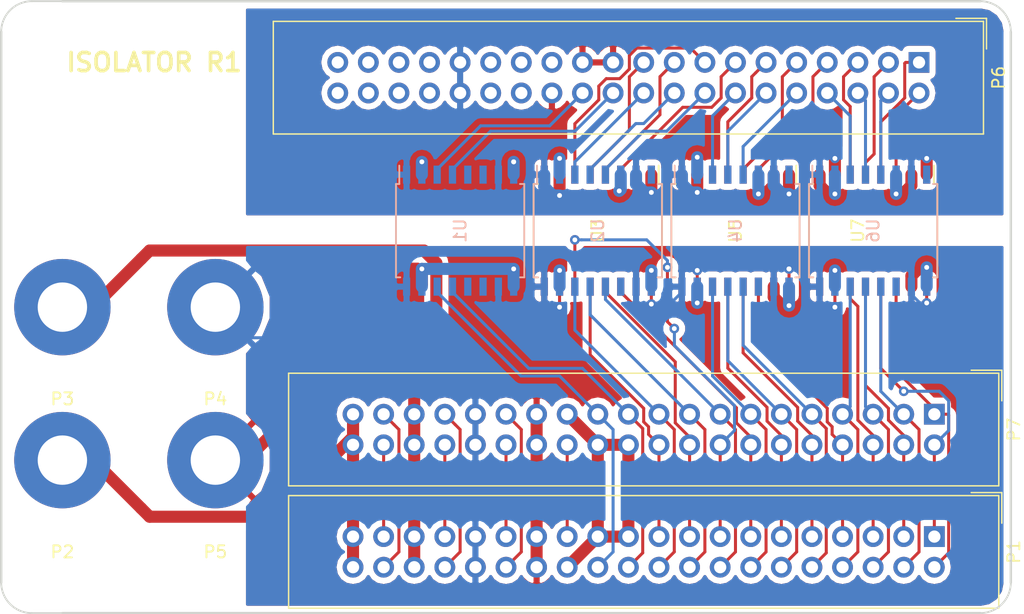
<source format=kicad_pcb>
(kicad_pcb (version 20171130) (host pcbnew "(2017-12-02 revision 3109343)-master")

  (general
    (thickness 1.6)
    (drawings 11)
    (tracks 405)
    (zones 0)
    (modules 14)
    (nets 84)
  )

  (page A4)
  (layers
    (0 F.Cu signal)
    (31 B.Cu signal)
    (32 B.Adhes user)
    (33 F.Adhes user hide)
    (34 B.Paste user)
    (35 F.Paste user)
    (36 B.SilkS user)
    (37 F.SilkS user)
    (38 B.Mask user)
    (39 F.Mask user)
    (40 Dwgs.User user)
    (41 Cmts.User user)
    (42 Eco1.User user)
    (43 Eco2.User user)
    (44 Edge.Cuts user)
    (45 Margin user)
    (46 B.CrtYd user)
    (47 F.CrtYd user)
    (48 B.Fab user hide)
    (49 F.Fab user hide)
  )

  (setup
    (last_trace_width 0.25)
    (trace_clearance 0.2)
    (zone_clearance 0.508)
    (zone_45_only no)
    (trace_min 0.2)
    (segment_width 0.2)
    (edge_width 0.15)
    (via_size 0.8)
    (via_drill 0.4)
    (via_min_size 0.4)
    (via_min_drill 0.3)
    (uvia_size 0.3)
    (uvia_drill 0.1)
    (uvias_allowed no)
    (uvia_min_size 0.2)
    (uvia_min_drill 0.1)
    (pcb_text_width 0.3)
    (pcb_text_size 1.5 1.5)
    (mod_edge_width 0.15)
    (mod_text_size 1 1)
    (mod_text_width 0.15)
    (pad_size 1.524 1.524)
    (pad_drill 0.762)
    (pad_to_mask_clearance 0.2)
    (aux_axis_origin 0 0)
    (visible_elements FFFFFF7F)
    (pcbplotparams
      (layerselection 0x010fc_ffffffff)
      (usegerberextensions false)
      (usegerberattributes false)
      (usegerberadvancedattributes false)
      (creategerberjobfile false)
      (excludeedgelayer true)
      (linewidth 0.100000)
      (plotframeref false)
      (viasonmask false)
      (mode 1)
      (useauxorigin false)
      (hpglpennumber 1)
      (hpglpenspeed 20)
      (hpglpendiameter 15)
      (psnegative false)
      (psa4output false)
      (plotreference true)
      (plotvalue true)
      (plotinvisibletext false)
      (padsonsilk false)
      (subtractmaskfromsilk false)
      (outputformat 1)
      (mirror false)
      (drillshape 0)
      (scaleselection 1)
      (outputdirectory gerbers/))
  )

  (net 0 "")
  (net 1 "Net-(P1-Pad38)")
  (net 2 "Net-(P1-Pad37)")
  (net 3 "Net-(P1-Pad34)")
  (net 4 "Net-(P1-Pad33)")
  (net 5 "Net-(P1-Pad30)")
  (net 6 "Net-(P1-Pad29)")
  (net 7 "Net-(P1-Pad25)")
  (net 8 +14V)
  (net 9 -14V)
  (net 10 DGND)
  (net 11 SYNC3)
  (net 12 LDAC3)
  (net 13 CLR3)
  (net 14 ADC_CONVST)
  (net 15 RESET3)
  (net 16 ADC_RD)
  (net 17 SYNC2)
  (net 18 ADC_BUSY)
  (net 19 LDAC2)
  (net 20 SYNC4)
  (net 21 CLR2)
  (net 22 LDAC4)
  (net 23 RESET2)
  (net 24 CLR4)
  (net 25 SYNC1)
  (net 26 RESET4)
  (net 27 LDAC1)
  (net 28 SDO)
  (net 29 CLR1)
  (net 30 SDIN)
  (net 31 RESET1)
  (net 32 SCLK)
  (net 33 EN2)
  (net 34 GND2)
  (net 35 "Net-(P1-Pad24)")
  (net 36 "Net-(P1-Pad22)")
  (net 37 "Net-(P1-Pad20)")
  (net 38 "Net-(P1-Pad19)")
  (net 39 "Net-(P1-Pad18)")
  (net 40 "Net-(P1-Pad17)")
  (net 41 "Net-(P1-Pad16)")
  (net 42 "Net-(P1-Pad15)")
  (net 43 "Net-(P1-Pad14)")
  (net 44 "Net-(P1-Pad13)")
  (net 45 "Net-(P1-Pad12)")
  (net 46 "Net-(P1-Pad11)")
  (net 47 "Net-(P1-Pad10)")
  (net 48 "Net-(P1-Pad9)")
  (net 49 "Net-(P1-Pad8)")
  (net 50 "Net-(P1-Pad7)")
  (net 51 "Net-(P1-Pad6)")
  (net 52 "Net-(P1-Pad5)")
  (net 53 "Net-(P1-Pad4)")
  (net 54 "Net-(P1-Pad3)")
  (net 55 "Net-(P1-Pad2)")
  (net 56 "Net-(P1-Pad1)")
  (net 57 "Net-(P6-Pad40)")
  (net 58 "Net-(P6-Pad39)")
  (net 59 "Net-(P6-Pad38)")
  (net 60 "Net-(P6-Pad37)")
  (net 61 "Net-(P6-Pad36)")
  (net 62 "Net-(P6-Pad35)")
  (net 63 "Net-(P6-Pad34)")
  (net 64 "Net-(P6-Pad33)")
  (net 65 5VARD)
  (net 66 "Net-(P6-Pad30)")
  (net 67 "Net-(P6-Pad29)")
  (net 68 "Net-(P6-Pad28)")
  (net 69 "Net-(P6-Pad27)")
  (net 70 DGNDARD)
  (net 71 "Net-(P6-Pad25)")
  (net 72 "Net-(U1-Pad12)")
  (net 73 "Net-(U1-Pad11)")
  (net 74 "Net-(U1-Pad6)")
  (net 75 "Net-(U1-Pad5)")
  (net 76 "Net-(U2-Pad11)")
  (net 77 "Net-(U2-Pad8)")
  (net 78 "Net-(U4-Pad8)")
  (net 79 "Net-(U4-Pad11)")
  (net 80 "Net-(U5-Pad6)")
  (net 81 "Net-(U5-Pad11)")
  (net 82 "Net-(U6-Pad8)")
  (net 83 "Net-(U6-Pad11)")

  (net_class Default "This is the default net class."
    (clearance 0.2)
    (trace_width 0.25)
    (via_dia 0.8)
    (via_drill 0.4)
    (uvia_dia 0.3)
    (uvia_drill 0.1)
    (add_net ADC_BUSY)
    (add_net ADC_CONVST)
    (add_net ADC_RD)
    (add_net CLR1)
    (add_net CLR2)
    (add_net CLR3)
    (add_net CLR4)
    (add_net EN2)
    (add_net LDAC1)
    (add_net LDAC2)
    (add_net LDAC3)
    (add_net LDAC4)
    (add_net "Net-(P1-Pad1)")
    (add_net "Net-(P1-Pad10)")
    (add_net "Net-(P1-Pad11)")
    (add_net "Net-(P1-Pad12)")
    (add_net "Net-(P1-Pad13)")
    (add_net "Net-(P1-Pad14)")
    (add_net "Net-(P1-Pad15)")
    (add_net "Net-(P1-Pad16)")
    (add_net "Net-(P1-Pad17)")
    (add_net "Net-(P1-Pad18)")
    (add_net "Net-(P1-Pad19)")
    (add_net "Net-(P1-Pad2)")
    (add_net "Net-(P1-Pad20)")
    (add_net "Net-(P1-Pad22)")
    (add_net "Net-(P1-Pad24)")
    (add_net "Net-(P1-Pad25)")
    (add_net "Net-(P1-Pad29)")
    (add_net "Net-(P1-Pad3)")
    (add_net "Net-(P1-Pad30)")
    (add_net "Net-(P1-Pad33)")
    (add_net "Net-(P1-Pad34)")
    (add_net "Net-(P1-Pad37)")
    (add_net "Net-(P1-Pad38)")
    (add_net "Net-(P1-Pad4)")
    (add_net "Net-(P1-Pad5)")
    (add_net "Net-(P1-Pad6)")
    (add_net "Net-(P1-Pad7)")
    (add_net "Net-(P1-Pad8)")
    (add_net "Net-(P1-Pad9)")
    (add_net "Net-(P6-Pad25)")
    (add_net "Net-(P6-Pad27)")
    (add_net "Net-(P6-Pad28)")
    (add_net "Net-(P6-Pad29)")
    (add_net "Net-(P6-Pad30)")
    (add_net "Net-(P6-Pad33)")
    (add_net "Net-(P6-Pad34)")
    (add_net "Net-(P6-Pad35)")
    (add_net "Net-(P6-Pad36)")
    (add_net "Net-(P6-Pad37)")
    (add_net "Net-(P6-Pad38)")
    (add_net "Net-(P6-Pad39)")
    (add_net "Net-(P6-Pad40)")
    (add_net "Net-(U1-Pad11)")
    (add_net "Net-(U1-Pad12)")
    (add_net "Net-(U1-Pad5)")
    (add_net "Net-(U1-Pad6)")
    (add_net "Net-(U2-Pad11)")
    (add_net "Net-(U2-Pad8)")
    (add_net "Net-(U4-Pad11)")
    (add_net "Net-(U4-Pad8)")
    (add_net "Net-(U5-Pad11)")
    (add_net "Net-(U5-Pad6)")
    (add_net "Net-(U6-Pad11)")
    (add_net "Net-(U6-Pad8)")
    (add_net RESET1)
    (add_net RESET2)
    (add_net RESET3)
    (add_net RESET4)
    (add_net SCLK)
    (add_net SDIN)
    (add_net SDO)
    (add_net SYNC1)
    (add_net SYNC2)
    (add_net SYNC3)
    (add_net SYNC4)
  )

  (net_class pwr ""
    (clearance 0.2)
    (trace_width 1)
    (via_dia 0.8)
    (via_drill 0.4)
    (uvia_dia 0.3)
    (uvia_drill 0.1)
    (add_net +14V)
    (add_net -14V)
    (add_net 5VARD)
    (add_net DGND)
    (add_net DGNDARD)
    (add_net GND2)
  )

  (module Connectors_IDC:IDC-Header_2x20_Pitch2.54mm_Straight (layer F.Cu) (tedit 59DE12BE) (tstamp 5A500FDB)
    (at 125.73 64.77 270)
    (descr "40 pins through hole IDC header")
    (tags "IDC header socket VASCH")
    (path /5A5A0A61)
    (fp_text reference P7 (at 1.27 -6.604 270) (layer F.SilkS)
      (effects (font (size 1 1) (thickness 0.15)))
    )
    (fp_text value CONN_20X2 (at 1.27 54.864 270) (layer F.Fab)
      (effects (font (size 1 1) (thickness 0.15)))
    )
    (fp_text user %R (at 1.27 24.13 270) (layer F.Fab)
      (effects (font (size 1 1) (thickness 0.15)))
    )
    (fp_line (start 5.695 -5.1) (end 5.695 53.36) (layer F.Fab) (width 0.1))
    (fp_line (start 5.145 -4.56) (end 5.145 52.8) (layer F.Fab) (width 0.1))
    (fp_line (start -3.155 -5.1) (end -3.155 53.36) (layer F.Fab) (width 0.1))
    (fp_line (start -2.605 -4.56) (end -2.605 21.88) (layer F.Fab) (width 0.1))
    (fp_line (start -2.605 26.38) (end -2.605 52.8) (layer F.Fab) (width 0.1))
    (fp_line (start -2.605 21.88) (end -3.155 21.88) (layer F.Fab) (width 0.1))
    (fp_line (start -2.605 26.38) (end -3.155 26.38) (layer F.Fab) (width 0.1))
    (fp_line (start 5.695 -5.1) (end -3.155 -5.1) (layer F.Fab) (width 0.1))
    (fp_line (start 5.145 -4.56) (end -2.605 -4.56) (layer F.Fab) (width 0.1))
    (fp_line (start 5.695 53.36) (end -3.155 53.36) (layer F.Fab) (width 0.1))
    (fp_line (start 5.145 52.8) (end -2.605 52.8) (layer F.Fab) (width 0.1))
    (fp_line (start 5.695 -5.1) (end 5.145 -4.56) (layer F.Fab) (width 0.1))
    (fp_line (start 5.695 53.36) (end 5.145 52.8) (layer F.Fab) (width 0.1))
    (fp_line (start -3.155 -5.1) (end -2.605 -4.56) (layer F.Fab) (width 0.1))
    (fp_line (start -3.155 53.36) (end -2.605 52.8) (layer F.Fab) (width 0.1))
    (fp_line (start 6.2 -5.85) (end 6.2 53.86) (layer F.CrtYd) (width 0.05))
    (fp_line (start 6.2 53.86) (end -3.91 53.86) (layer F.CrtYd) (width 0.05))
    (fp_line (start -3.91 53.86) (end -3.91 -5.85) (layer F.CrtYd) (width 0.05))
    (fp_line (start -3.91 -5.85) (end 6.2 -5.85) (layer F.CrtYd) (width 0.05))
    (fp_line (start 5.945 -5.35) (end 5.945 53.61) (layer F.SilkS) (width 0.12))
    (fp_line (start 5.945 53.61) (end -3.405 53.61) (layer F.SilkS) (width 0.12))
    (fp_line (start -3.405 53.61) (end -3.405 -5.35) (layer F.SilkS) (width 0.12))
    (fp_line (start -3.405 -5.35) (end 5.945 -5.35) (layer F.SilkS) (width 0.12))
    (fp_line (start -3.655 -5.6) (end -3.655 -3.06) (layer F.SilkS) (width 0.12))
    (fp_line (start -3.655 -5.6) (end -1.115 -5.6) (layer F.SilkS) (width 0.12))
    (pad 1 thru_hole rect (at 0 0 270) (size 1.7272 1.7272) (drill 1.016) (layers *.Cu *.Mask)
      (net 55 "Net-(P1-Pad2)"))
    (pad 2 thru_hole oval (at 2.54 0 270) (size 1.7272 1.7272) (drill 1.016) (layers *.Cu *.Mask)
      (net 56 "Net-(P1-Pad1)"))
    (pad 3 thru_hole oval (at 0 2.54 270) (size 1.7272 1.7272) (drill 1.016) (layers *.Cu *.Mask)
      (net 53 "Net-(P1-Pad4)"))
    (pad 4 thru_hole oval (at 2.54 2.54 270) (size 1.7272 1.7272) (drill 1.016) (layers *.Cu *.Mask)
      (net 54 "Net-(P1-Pad3)"))
    (pad 5 thru_hole oval (at 0 5.08 270) (size 1.7272 1.7272) (drill 1.016) (layers *.Cu *.Mask)
      (net 51 "Net-(P1-Pad6)"))
    (pad 6 thru_hole oval (at 2.54 5.08 270) (size 1.7272 1.7272) (drill 1.016) (layers *.Cu *.Mask)
      (net 52 "Net-(P1-Pad5)"))
    (pad 7 thru_hole oval (at 0 7.62 270) (size 1.7272 1.7272) (drill 1.016) (layers *.Cu *.Mask)
      (net 49 "Net-(P1-Pad8)"))
    (pad 8 thru_hole oval (at 2.54 7.62 270) (size 1.7272 1.7272) (drill 1.016) (layers *.Cu *.Mask)
      (net 50 "Net-(P1-Pad7)"))
    (pad 9 thru_hole oval (at 0 10.16 270) (size 1.7272 1.7272) (drill 1.016) (layers *.Cu *.Mask)
      (net 47 "Net-(P1-Pad10)"))
    (pad 10 thru_hole oval (at 2.54 10.16 270) (size 1.7272 1.7272) (drill 1.016) (layers *.Cu *.Mask)
      (net 48 "Net-(P1-Pad9)"))
    (pad 11 thru_hole oval (at 0 12.7 270) (size 1.7272 1.7272) (drill 1.016) (layers *.Cu *.Mask)
      (net 45 "Net-(P1-Pad12)"))
    (pad 12 thru_hole oval (at 2.54 12.7 270) (size 1.7272 1.7272) (drill 1.016) (layers *.Cu *.Mask)
      (net 46 "Net-(P1-Pad11)"))
    (pad 13 thru_hole oval (at 0 15.24 270) (size 1.7272 1.7272) (drill 1.016) (layers *.Cu *.Mask)
      (net 43 "Net-(P1-Pad14)"))
    (pad 14 thru_hole oval (at 2.54 15.24 270) (size 1.7272 1.7272) (drill 1.016) (layers *.Cu *.Mask)
      (net 44 "Net-(P1-Pad13)"))
    (pad 15 thru_hole oval (at 0 17.78 270) (size 1.7272 1.7272) (drill 1.016) (layers *.Cu *.Mask)
      (net 41 "Net-(P1-Pad16)"))
    (pad 16 thru_hole oval (at 2.54 17.78 270) (size 1.7272 1.7272) (drill 1.016) (layers *.Cu *.Mask)
      (net 42 "Net-(P1-Pad15)"))
    (pad 17 thru_hole oval (at 0 20.32 270) (size 1.7272 1.7272) (drill 1.016) (layers *.Cu *.Mask)
      (net 39 "Net-(P1-Pad18)"))
    (pad 18 thru_hole oval (at 2.54 20.32 270) (size 1.7272 1.7272) (drill 1.016) (layers *.Cu *.Mask)
      (net 40 "Net-(P1-Pad17)"))
    (pad 19 thru_hole oval (at 0 22.86 270) (size 1.7272 1.7272) (drill 1.016) (layers *.Cu *.Mask)
      (net 37 "Net-(P1-Pad20)"))
    (pad 20 thru_hole oval (at 2.54 22.86 270) (size 1.7272 1.7272) (drill 1.016) (layers *.Cu *.Mask)
      (net 38 "Net-(P1-Pad19)"))
    (pad 21 thru_hole oval (at 0 25.4 270) (size 1.7272 1.7272) (drill 1.016) (layers *.Cu *.Mask)
      (net 36 "Net-(P1-Pad22)"))
    (pad 22 thru_hole oval (at 2.54 25.4 270) (size 1.7272 1.7272) (drill 1.016) (layers *.Cu *.Mask)
      (net 10 DGND))
    (pad 23 thru_hole oval (at 0 27.94 270) (size 1.7272 1.7272) (drill 1.016) (layers *.Cu *.Mask)
      (net 35 "Net-(P1-Pad24)"))
    (pad 24 thru_hole oval (at 2.54 27.94 270) (size 1.7272 1.7272) (drill 1.016) (layers *.Cu *.Mask)
      (net 10 DGND))
    (pad 25 thru_hole oval (at 0 30.48 270) (size 1.7272 1.7272) (drill 1.016) (layers *.Cu *.Mask)
      (net 10 DGND))
    (pad 26 thru_hole oval (at 2.54 30.48 270) (size 1.7272 1.7272) (drill 1.016) (layers *.Cu *.Mask)
      (net 7 "Net-(P1-Pad25)"))
    (pad 27 thru_hole oval (at 0 33.02 270) (size 1.7272 1.7272) (drill 1.016) (layers *.Cu *.Mask)
      (net 34 GND2))
    (pad 28 thru_hole oval (at 2.54 33.02 270) (size 1.7272 1.7272) (drill 1.016) (layers *.Cu *.Mask)
      (net 34 GND2))
    (pad 29 thru_hole oval (at 0 35.56 270) (size 1.7272 1.7272) (drill 1.016) (layers *.Cu *.Mask)
      (net 5 "Net-(P1-Pad30)"))
    (pad 30 thru_hole oval (at 2.54 35.56 270) (size 1.7272 1.7272) (drill 1.016) (layers *.Cu *.Mask)
      (net 6 "Net-(P1-Pad29)"))
    (pad 31 thru_hole oval (at 0 38.1 270) (size 1.7272 1.7272) (drill 1.016) (layers *.Cu *.Mask)
      (net 33 EN2))
    (pad 32 thru_hole oval (at 2.54 38.1 270) (size 1.7272 1.7272) (drill 1.016) (layers *.Cu *.Mask)
      (net 33 EN2))
    (pad 33 thru_hole oval (at 0 40.64 270) (size 1.7272 1.7272) (drill 1.016) (layers *.Cu *.Mask)
      (net 3 "Net-(P1-Pad34)"))
    (pad 34 thru_hole oval (at 2.54 40.64 270) (size 1.7272 1.7272) (drill 1.016) (layers *.Cu *.Mask)
      (net 4 "Net-(P1-Pad33)"))
    (pad 35 thru_hole oval (at 0 43.18 270) (size 1.7272 1.7272) (drill 1.016) (layers *.Cu *.Mask)
      (net 9 -14V))
    (pad 36 thru_hole oval (at 2.54 43.18 270) (size 1.7272 1.7272) (drill 1.016) (layers *.Cu *.Mask)
      (net 9 -14V))
    (pad 37 thru_hole oval (at 0 45.72 270) (size 1.7272 1.7272) (drill 1.016) (layers *.Cu *.Mask)
      (net 1 "Net-(P1-Pad38)"))
    (pad 38 thru_hole oval (at 2.54 45.72 270) (size 1.7272 1.7272) (drill 1.016) (layers *.Cu *.Mask)
      (net 2 "Net-(P1-Pad37)"))
    (pad 39 thru_hole oval (at 0 48.26 270) (size 1.7272 1.7272) (drill 1.016) (layers *.Cu *.Mask)
      (net 8 +14V))
    (pad 40 thru_hole oval (at 2.54 48.26 270) (size 1.7272 1.7272) (drill 1.016) (layers *.Cu *.Mask)
      (net 8 +14V))
    (model ${KISYS3DMOD}/Connectors_IDC.3dshapes/IDC-Header_2x20_Pitch2.54mm_Straight.wrl
      (at (xyz 0 0 0))
      (scale (xyz 1 1 1))
      (rotate (xyz 0 0 0))
    )
  )

  (module Connectors_IDC:IDC-Header_2x20_Pitch2.54mm_Straight (layer F.Cu) (tedit 59DE12BE) (tstamp 5A500EBB)
    (at 125.73 74.93 270)
    (descr "40 pins through hole IDC header")
    (tags "IDC header socket VASCH")
    (path /5A232155)
    (fp_text reference P1 (at 1.27 -6.604 270) (layer F.SilkS)
      (effects (font (size 1 1) (thickness 0.15)))
    )
    (fp_text value CONN_20X2 (at 1.27 54.864 270) (layer F.Fab)
      (effects (font (size 1 1) (thickness 0.15)))
    )
    (fp_line (start -3.655 -5.6) (end -1.115 -5.6) (layer F.SilkS) (width 0.12))
    (fp_line (start -3.655 -5.6) (end -3.655 -3.06) (layer F.SilkS) (width 0.12))
    (fp_line (start -3.405 -5.35) (end 5.945 -5.35) (layer F.SilkS) (width 0.12))
    (fp_line (start -3.405 53.61) (end -3.405 -5.35) (layer F.SilkS) (width 0.12))
    (fp_line (start 5.945 53.61) (end -3.405 53.61) (layer F.SilkS) (width 0.12))
    (fp_line (start 5.945 -5.35) (end 5.945 53.61) (layer F.SilkS) (width 0.12))
    (fp_line (start -3.91 -5.85) (end 6.2 -5.85) (layer F.CrtYd) (width 0.05))
    (fp_line (start -3.91 53.86) (end -3.91 -5.85) (layer F.CrtYd) (width 0.05))
    (fp_line (start 6.2 53.86) (end -3.91 53.86) (layer F.CrtYd) (width 0.05))
    (fp_line (start 6.2 -5.85) (end 6.2 53.86) (layer F.CrtYd) (width 0.05))
    (fp_line (start -3.155 53.36) (end -2.605 52.8) (layer F.Fab) (width 0.1))
    (fp_line (start -3.155 -5.1) (end -2.605 -4.56) (layer F.Fab) (width 0.1))
    (fp_line (start 5.695 53.36) (end 5.145 52.8) (layer F.Fab) (width 0.1))
    (fp_line (start 5.695 -5.1) (end 5.145 -4.56) (layer F.Fab) (width 0.1))
    (fp_line (start 5.145 52.8) (end -2.605 52.8) (layer F.Fab) (width 0.1))
    (fp_line (start 5.695 53.36) (end -3.155 53.36) (layer F.Fab) (width 0.1))
    (fp_line (start 5.145 -4.56) (end -2.605 -4.56) (layer F.Fab) (width 0.1))
    (fp_line (start 5.695 -5.1) (end -3.155 -5.1) (layer F.Fab) (width 0.1))
    (fp_line (start -2.605 26.38) (end -3.155 26.38) (layer F.Fab) (width 0.1))
    (fp_line (start -2.605 21.88) (end -3.155 21.88) (layer F.Fab) (width 0.1))
    (fp_line (start -2.605 26.38) (end -2.605 52.8) (layer F.Fab) (width 0.1))
    (fp_line (start -2.605 -4.56) (end -2.605 21.88) (layer F.Fab) (width 0.1))
    (fp_line (start -3.155 -5.1) (end -3.155 53.36) (layer F.Fab) (width 0.1))
    (fp_line (start 5.145 -4.56) (end 5.145 52.8) (layer F.Fab) (width 0.1))
    (fp_line (start 5.695 -5.1) (end 5.695 53.36) (layer F.Fab) (width 0.1))
    (fp_text user %R (at 1.27 24.13 270) (layer F.Fab)
      (effects (font (size 1 1) (thickness 0.15)))
    )
    (pad 40 thru_hole oval (at 2.54 48.26 270) (size 1.7272 1.7272) (drill 1.016) (layers *.Cu *.Mask)
      (net 8 +14V))
    (pad 39 thru_hole oval (at 0 48.26 270) (size 1.7272 1.7272) (drill 1.016) (layers *.Cu *.Mask)
      (net 8 +14V))
    (pad 38 thru_hole oval (at 2.54 45.72 270) (size 1.7272 1.7272) (drill 1.016) (layers *.Cu *.Mask)
      (net 1 "Net-(P1-Pad38)"))
    (pad 37 thru_hole oval (at 0 45.72 270) (size 1.7272 1.7272) (drill 1.016) (layers *.Cu *.Mask)
      (net 2 "Net-(P1-Pad37)"))
    (pad 36 thru_hole oval (at 2.54 43.18 270) (size 1.7272 1.7272) (drill 1.016) (layers *.Cu *.Mask)
      (net 9 -14V))
    (pad 35 thru_hole oval (at 0 43.18 270) (size 1.7272 1.7272) (drill 1.016) (layers *.Cu *.Mask)
      (net 9 -14V))
    (pad 34 thru_hole oval (at 2.54 40.64 270) (size 1.7272 1.7272) (drill 1.016) (layers *.Cu *.Mask)
      (net 3 "Net-(P1-Pad34)"))
    (pad 33 thru_hole oval (at 0 40.64 270) (size 1.7272 1.7272) (drill 1.016) (layers *.Cu *.Mask)
      (net 4 "Net-(P1-Pad33)"))
    (pad 32 thru_hole oval (at 2.54 38.1 270) (size 1.7272 1.7272) (drill 1.016) (layers *.Cu *.Mask)
      (net 33 EN2))
    (pad 31 thru_hole oval (at 0 38.1 270) (size 1.7272 1.7272) (drill 1.016) (layers *.Cu *.Mask)
      (net 33 EN2))
    (pad 30 thru_hole oval (at 2.54 35.56 270) (size 1.7272 1.7272) (drill 1.016) (layers *.Cu *.Mask)
      (net 5 "Net-(P1-Pad30)"))
    (pad 29 thru_hole oval (at 0 35.56 270) (size 1.7272 1.7272) (drill 1.016) (layers *.Cu *.Mask)
      (net 6 "Net-(P1-Pad29)"))
    (pad 28 thru_hole oval (at 2.54 33.02 270) (size 1.7272 1.7272) (drill 1.016) (layers *.Cu *.Mask)
      (net 34 GND2))
    (pad 27 thru_hole oval (at 0 33.02 270) (size 1.7272 1.7272) (drill 1.016) (layers *.Cu *.Mask)
      (net 34 GND2))
    (pad 26 thru_hole oval (at 2.54 30.48 270) (size 1.7272 1.7272) (drill 1.016) (layers *.Cu *.Mask)
      (net 10 DGND))
    (pad 25 thru_hole oval (at 0 30.48 270) (size 1.7272 1.7272) (drill 1.016) (layers *.Cu *.Mask)
      (net 7 "Net-(P1-Pad25)"))
    (pad 24 thru_hole oval (at 2.54 27.94 270) (size 1.7272 1.7272) (drill 1.016) (layers *.Cu *.Mask)
      (net 35 "Net-(P1-Pad24)"))
    (pad 23 thru_hole oval (at 0 27.94 270) (size 1.7272 1.7272) (drill 1.016) (layers *.Cu *.Mask)
      (net 10 DGND))
    (pad 22 thru_hole oval (at 2.54 25.4 270) (size 1.7272 1.7272) (drill 1.016) (layers *.Cu *.Mask)
      (net 36 "Net-(P1-Pad22)"))
    (pad 21 thru_hole oval (at 0 25.4 270) (size 1.7272 1.7272) (drill 1.016) (layers *.Cu *.Mask)
      (net 10 DGND))
    (pad 20 thru_hole oval (at 2.54 22.86 270) (size 1.7272 1.7272) (drill 1.016) (layers *.Cu *.Mask)
      (net 37 "Net-(P1-Pad20)"))
    (pad 19 thru_hole oval (at 0 22.86 270) (size 1.7272 1.7272) (drill 1.016) (layers *.Cu *.Mask)
      (net 38 "Net-(P1-Pad19)"))
    (pad 18 thru_hole oval (at 2.54 20.32 270) (size 1.7272 1.7272) (drill 1.016) (layers *.Cu *.Mask)
      (net 39 "Net-(P1-Pad18)"))
    (pad 17 thru_hole oval (at 0 20.32 270) (size 1.7272 1.7272) (drill 1.016) (layers *.Cu *.Mask)
      (net 40 "Net-(P1-Pad17)"))
    (pad 16 thru_hole oval (at 2.54 17.78 270) (size 1.7272 1.7272) (drill 1.016) (layers *.Cu *.Mask)
      (net 41 "Net-(P1-Pad16)"))
    (pad 15 thru_hole oval (at 0 17.78 270) (size 1.7272 1.7272) (drill 1.016) (layers *.Cu *.Mask)
      (net 42 "Net-(P1-Pad15)"))
    (pad 14 thru_hole oval (at 2.54 15.24 270) (size 1.7272 1.7272) (drill 1.016) (layers *.Cu *.Mask)
      (net 43 "Net-(P1-Pad14)"))
    (pad 13 thru_hole oval (at 0 15.24 270) (size 1.7272 1.7272) (drill 1.016) (layers *.Cu *.Mask)
      (net 44 "Net-(P1-Pad13)"))
    (pad 12 thru_hole oval (at 2.54 12.7 270) (size 1.7272 1.7272) (drill 1.016) (layers *.Cu *.Mask)
      (net 45 "Net-(P1-Pad12)"))
    (pad 11 thru_hole oval (at 0 12.7 270) (size 1.7272 1.7272) (drill 1.016) (layers *.Cu *.Mask)
      (net 46 "Net-(P1-Pad11)"))
    (pad 10 thru_hole oval (at 2.54 10.16 270) (size 1.7272 1.7272) (drill 1.016) (layers *.Cu *.Mask)
      (net 47 "Net-(P1-Pad10)"))
    (pad 9 thru_hole oval (at 0 10.16 270) (size 1.7272 1.7272) (drill 1.016) (layers *.Cu *.Mask)
      (net 48 "Net-(P1-Pad9)"))
    (pad 8 thru_hole oval (at 2.54 7.62 270) (size 1.7272 1.7272) (drill 1.016) (layers *.Cu *.Mask)
      (net 49 "Net-(P1-Pad8)"))
    (pad 7 thru_hole oval (at 0 7.62 270) (size 1.7272 1.7272) (drill 1.016) (layers *.Cu *.Mask)
      (net 50 "Net-(P1-Pad7)"))
    (pad 6 thru_hole oval (at 2.54 5.08 270) (size 1.7272 1.7272) (drill 1.016) (layers *.Cu *.Mask)
      (net 51 "Net-(P1-Pad6)"))
    (pad 5 thru_hole oval (at 0 5.08 270) (size 1.7272 1.7272) (drill 1.016) (layers *.Cu *.Mask)
      (net 52 "Net-(P1-Pad5)"))
    (pad 4 thru_hole oval (at 2.54 2.54 270) (size 1.7272 1.7272) (drill 1.016) (layers *.Cu *.Mask)
      (net 53 "Net-(P1-Pad4)"))
    (pad 3 thru_hole oval (at 0 2.54 270) (size 1.7272 1.7272) (drill 1.016) (layers *.Cu *.Mask)
      (net 54 "Net-(P1-Pad3)"))
    (pad 2 thru_hole oval (at 2.54 0 270) (size 1.7272 1.7272) (drill 1.016) (layers *.Cu *.Mask)
      (net 55 "Net-(P1-Pad2)"))
    (pad 1 thru_hole rect (at 0 0 270) (size 1.7272 1.7272) (drill 1.016) (layers *.Cu *.Mask)
      (net 56 "Net-(P1-Pad1)"))
    (model ${KISYS3DMOD}/Connectors_IDC.3dshapes/IDC-Header_2x20_Pitch2.54mm_Straight.wrl
      (at (xyz 0 0 0))
      (scale (xyz 1 1 1))
      (rotate (xyz 0 0 0))
    )
  )

  (module 4mm_banana:4mm_banana (layer F.Cu) (tedit 5A2EFE28) (tstamp 5A4FF1E6)
    (at 53.34 68.58)
    (path /5A32B2B0)
    (fp_text reference P2 (at 0 7.62) (layer F.SilkS)
      (effects (font (size 1 1) (thickness 0.15)))
    )
    (fp_text value CONN_1 (at 0 -7.62) (layer F.Fab)
      (effects (font (size 1 1) (thickness 0.15)))
    )
    (pad 1 thru_hole circle (at 0 0) (size 8 8) (drill 4.1) (layers *.Cu *.Mask)
      (net 8 +14V))
  )

  (module 4mm_banana:4mm_banana (layer F.Cu) (tedit 5A2EFE28) (tstamp 5A50239E)
    (at 53.34 55.88)
    (path /5A32B3C8)
    (fp_text reference P3 (at 0 7.62) (layer F.SilkS)
      (effects (font (size 1 1) (thickness 0.15)))
    )
    (fp_text value CONN_1 (at 0 -7.62) (layer F.Fab)
      (effects (font (size 1 1) (thickness 0.15)))
    )
    (pad 1 thru_hole circle (at 0 0) (size 8 8) (drill 4.1) (layers *.Cu *.Mask)
      (net 9 -14V))
  )

  (module 4mm_banana:4mm_banana (layer F.Cu) (tedit 5A2EFE28) (tstamp 5A502726)
    (at 66.04 55.88)
    (path /5A32B428)
    (fp_text reference P4 (at 0 7.62) (layer F.SilkS)
      (effects (font (size 1 1) (thickness 0.15)))
    )
    (fp_text value CONN_1 (at 0 -7.62) (layer F.Fab)
      (effects (font (size 1 1) (thickness 0.15)))
    )
    (pad 1 thru_hole circle (at 0 0) (size 8 8) (drill 4.1) (layers *.Cu *.Mask)
      (net 33 EN2))
  )

  (module 4mm_banana:4mm_banana (layer F.Cu) (tedit 5A2EFE28) (tstamp 5A4FF1F5)
    (at 66.04 68.58)
    (path /5A32B48B)
    (fp_text reference P5 (at 0 7.62) (layer F.SilkS)
      (effects (font (size 1 1) (thickness 0.15)))
    )
    (fp_text value CONN_1 (at 0 -7.62) (layer F.Fab)
      (effects (font (size 1 1) (thickness 0.15)))
    )
    (pad 1 thru_hole circle (at 0 0) (size 8 8) (drill 4.1) (layers *.Cu *.Mask)
      (net 34 GND2))
  )

  (module Connectors_IDC:IDC-Header_2x20_Pitch2.54mm_Straight (layer F.Cu) (tedit 59DE12BE) (tstamp 5A4FF23B)
    (at 124.46 35.56 270)
    (descr "40 pins through hole IDC header")
    (tags "IDC header socket VASCH")
    (path /5A5F1D5B)
    (fp_text reference P6 (at 1.27 -6.604 270) (layer F.SilkS)
      (effects (font (size 1 1) (thickness 0.15)))
    )
    (fp_text value CONN_20X2 (at 1.27 54.864 270) (layer F.Fab)
      (effects (font (size 1 1) (thickness 0.15)))
    )
    (fp_line (start -3.655 -5.6) (end -1.115 -5.6) (layer F.SilkS) (width 0.12))
    (fp_line (start -3.655 -5.6) (end -3.655 -3.06) (layer F.SilkS) (width 0.12))
    (fp_line (start -3.405 -5.35) (end 5.945 -5.35) (layer F.SilkS) (width 0.12))
    (fp_line (start -3.405 53.61) (end -3.405 -5.35) (layer F.SilkS) (width 0.12))
    (fp_line (start 5.945 53.61) (end -3.405 53.61) (layer F.SilkS) (width 0.12))
    (fp_line (start 5.945 -5.35) (end 5.945 53.61) (layer F.SilkS) (width 0.12))
    (fp_line (start -3.91 -5.85) (end 6.2 -5.85) (layer F.CrtYd) (width 0.05))
    (fp_line (start -3.91 53.86) (end -3.91 -5.85) (layer F.CrtYd) (width 0.05))
    (fp_line (start 6.2 53.86) (end -3.91 53.86) (layer F.CrtYd) (width 0.05))
    (fp_line (start 6.2 -5.85) (end 6.2 53.86) (layer F.CrtYd) (width 0.05))
    (fp_line (start -3.155 53.36) (end -2.605 52.8) (layer F.Fab) (width 0.1))
    (fp_line (start -3.155 -5.1) (end -2.605 -4.56) (layer F.Fab) (width 0.1))
    (fp_line (start 5.695 53.36) (end 5.145 52.8) (layer F.Fab) (width 0.1))
    (fp_line (start 5.695 -5.1) (end 5.145 -4.56) (layer F.Fab) (width 0.1))
    (fp_line (start 5.145 52.8) (end -2.605 52.8) (layer F.Fab) (width 0.1))
    (fp_line (start 5.695 53.36) (end -3.155 53.36) (layer F.Fab) (width 0.1))
    (fp_line (start 5.145 -4.56) (end -2.605 -4.56) (layer F.Fab) (width 0.1))
    (fp_line (start 5.695 -5.1) (end -3.155 -5.1) (layer F.Fab) (width 0.1))
    (fp_line (start -2.605 26.38) (end -3.155 26.38) (layer F.Fab) (width 0.1))
    (fp_line (start -2.605 21.88) (end -3.155 21.88) (layer F.Fab) (width 0.1))
    (fp_line (start -2.605 26.38) (end -2.605 52.8) (layer F.Fab) (width 0.1))
    (fp_line (start -2.605 -4.56) (end -2.605 21.88) (layer F.Fab) (width 0.1))
    (fp_line (start -3.155 -5.1) (end -3.155 53.36) (layer F.Fab) (width 0.1))
    (fp_line (start 5.145 -4.56) (end 5.145 52.8) (layer F.Fab) (width 0.1))
    (fp_line (start 5.695 -5.1) (end 5.695 53.36) (layer F.Fab) (width 0.1))
    (fp_text user %R (at 1.27 24.13 270) (layer F.Fab)
      (effects (font (size 1 1) (thickness 0.15)))
    )
    (pad 40 thru_hole oval (at 2.54 48.26 270) (size 1.7272 1.7272) (drill 1.016) (layers *.Cu *.Mask)
      (net 57 "Net-(P6-Pad40)"))
    (pad 39 thru_hole oval (at 0 48.26 270) (size 1.7272 1.7272) (drill 1.016) (layers *.Cu *.Mask)
      (net 58 "Net-(P6-Pad39)"))
    (pad 38 thru_hole oval (at 2.54 45.72 270) (size 1.7272 1.7272) (drill 1.016) (layers *.Cu *.Mask)
      (net 59 "Net-(P6-Pad38)"))
    (pad 37 thru_hole oval (at 0 45.72 270) (size 1.7272 1.7272) (drill 1.016) (layers *.Cu *.Mask)
      (net 60 "Net-(P6-Pad37)"))
    (pad 36 thru_hole oval (at 2.54 43.18 270) (size 1.7272 1.7272) (drill 1.016) (layers *.Cu *.Mask)
      (net 61 "Net-(P6-Pad36)"))
    (pad 35 thru_hole oval (at 0 43.18 270) (size 1.7272 1.7272) (drill 1.016) (layers *.Cu *.Mask)
      (net 62 "Net-(P6-Pad35)"))
    (pad 34 thru_hole oval (at 2.54 40.64 270) (size 1.7272 1.7272) (drill 1.016) (layers *.Cu *.Mask)
      (net 63 "Net-(P6-Pad34)"))
    (pad 33 thru_hole oval (at 0 40.64 270) (size 1.7272 1.7272) (drill 1.016) (layers *.Cu *.Mask)
      (net 64 "Net-(P6-Pad33)"))
    (pad 32 thru_hole oval (at 2.54 38.1 270) (size 1.7272 1.7272) (drill 1.016) (layers *.Cu *.Mask)
      (net 65 5VARD))
    (pad 31 thru_hole oval (at 0 38.1 270) (size 1.7272 1.7272) (drill 1.016) (layers *.Cu *.Mask)
      (net 65 5VARD))
    (pad 30 thru_hole oval (at 2.54 35.56 270) (size 1.7272 1.7272) (drill 1.016) (layers *.Cu *.Mask)
      (net 66 "Net-(P6-Pad30)"))
    (pad 29 thru_hole oval (at 0 35.56 270) (size 1.7272 1.7272) (drill 1.016) (layers *.Cu *.Mask)
      (net 67 "Net-(P6-Pad29)"))
    (pad 28 thru_hole oval (at 2.54 33.02 270) (size 1.7272 1.7272) (drill 1.016) (layers *.Cu *.Mask)
      (net 68 "Net-(P6-Pad28)"))
    (pad 27 thru_hole oval (at 0 33.02 270) (size 1.7272 1.7272) (drill 1.016) (layers *.Cu *.Mask)
      (net 69 "Net-(P6-Pad27)"))
    (pad 26 thru_hole oval (at 2.54 30.48 270) (size 1.7272 1.7272) (drill 1.016) (layers *.Cu *.Mask)
      (net 70 DGNDARD))
    (pad 25 thru_hole oval (at 0 30.48 270) (size 1.7272 1.7272) (drill 1.016) (layers *.Cu *.Mask)
      (net 71 "Net-(P6-Pad25)"))
    (pad 24 thru_hole oval (at 2.54 27.94 270) (size 1.7272 1.7272) (drill 1.016) (layers *.Cu *.Mask)
      (net 11 SYNC3))
    (pad 23 thru_hole oval (at 0 27.94 270) (size 1.7272 1.7272) (drill 1.016) (layers *.Cu *.Mask)
      (net 70 DGNDARD))
    (pad 22 thru_hole oval (at 2.54 25.4 270) (size 1.7272 1.7272) (drill 1.016) (layers *.Cu *.Mask)
      (net 12 LDAC3))
    (pad 21 thru_hole oval (at 0 25.4 270) (size 1.7272 1.7272) (drill 1.016) (layers *.Cu *.Mask)
      (net 70 DGNDARD))
    (pad 20 thru_hole oval (at 2.54 22.86 270) (size 1.7272 1.7272) (drill 1.016) (layers *.Cu *.Mask)
      (net 13 CLR3))
    (pad 19 thru_hole oval (at 0 22.86 270) (size 1.7272 1.7272) (drill 1.016) (layers *.Cu *.Mask)
      (net 14 ADC_CONVST))
    (pad 18 thru_hole oval (at 2.54 20.32 270) (size 1.7272 1.7272) (drill 1.016) (layers *.Cu *.Mask)
      (net 15 RESET3))
    (pad 17 thru_hole oval (at 0 20.32 270) (size 1.7272 1.7272) (drill 1.016) (layers *.Cu *.Mask)
      (net 16 ADC_RD))
    (pad 16 thru_hole oval (at 2.54 17.78 270) (size 1.7272 1.7272) (drill 1.016) (layers *.Cu *.Mask)
      (net 17 SYNC2))
    (pad 15 thru_hole oval (at 0 17.78 270) (size 1.7272 1.7272) (drill 1.016) (layers *.Cu *.Mask)
      (net 18 ADC_BUSY))
    (pad 14 thru_hole oval (at 2.54 15.24 270) (size 1.7272 1.7272) (drill 1.016) (layers *.Cu *.Mask)
      (net 19 LDAC2))
    (pad 13 thru_hole oval (at 0 15.24 270) (size 1.7272 1.7272) (drill 1.016) (layers *.Cu *.Mask)
      (net 20 SYNC4))
    (pad 12 thru_hole oval (at 2.54 12.7 270) (size 1.7272 1.7272) (drill 1.016) (layers *.Cu *.Mask)
      (net 21 CLR2))
    (pad 11 thru_hole oval (at 0 12.7 270) (size 1.7272 1.7272) (drill 1.016) (layers *.Cu *.Mask)
      (net 22 LDAC4))
    (pad 10 thru_hole oval (at 2.54 10.16 270) (size 1.7272 1.7272) (drill 1.016) (layers *.Cu *.Mask)
      (net 23 RESET2))
    (pad 9 thru_hole oval (at 0 10.16 270) (size 1.7272 1.7272) (drill 1.016) (layers *.Cu *.Mask)
      (net 24 CLR4))
    (pad 8 thru_hole oval (at 2.54 7.62 270) (size 1.7272 1.7272) (drill 1.016) (layers *.Cu *.Mask)
      (net 25 SYNC1))
    (pad 7 thru_hole oval (at 0 7.62 270) (size 1.7272 1.7272) (drill 1.016) (layers *.Cu *.Mask)
      (net 26 RESET4))
    (pad 6 thru_hole oval (at 2.54 5.08 270) (size 1.7272 1.7272) (drill 1.016) (layers *.Cu *.Mask)
      (net 27 LDAC1))
    (pad 5 thru_hole oval (at 0 5.08 270) (size 1.7272 1.7272) (drill 1.016) (layers *.Cu *.Mask)
      (net 28 SDO))
    (pad 4 thru_hole oval (at 2.54 2.54 270) (size 1.7272 1.7272) (drill 1.016) (layers *.Cu *.Mask)
      (net 29 CLR1))
    (pad 3 thru_hole oval (at 0 2.54 270) (size 1.7272 1.7272) (drill 1.016) (layers *.Cu *.Mask)
      (net 30 SDIN))
    (pad 2 thru_hole oval (at 2.54 0 270) (size 1.7272 1.7272) (drill 1.016) (layers *.Cu *.Mask)
      (net 31 RESET1))
    (pad 1 thru_hole rect (at 0 0 270) (size 1.7272 1.7272) (drill 1.016) (layers *.Cu *.Mask)
      (net 32 SCLK))
    (model ${KISYS3DMOD}/Connectors_IDC.3dshapes/IDC-Header_2x20_Pitch2.54mm_Straight.wrl
      (at (xyz 0 0 0))
      (scale (xyz 1 1 1))
      (rotate (xyz 0 0 0))
    )
  )

  (module Housings_SOIC:SOIC-16W_7.5x10.3mm_Pitch1.27mm (layer B.Cu) (tedit 58CC8F64) (tstamp 5A4FF2A6)
    (at 86.36 49.53 270)
    (descr "16-Lead Plastic Small Outline (SO) - Wide, 7.50 mm Body [SOIC] (see Microchip Packaging Specification 00000049BS.pdf)")
    (tags "SOIC 1.27")
    (path /5A4FB7F1)
    (attr smd)
    (fp_text reference U1 (at 0 0 270) (layer B.SilkS)
      (effects (font (size 1 1) (thickness 0.15)) (justify mirror))
    )
    (fp_text value si8441 (at 0.205 -3.175 270) (layer B.Fab)
      (effects (font (size 1 1) (thickness 0.15)) (justify mirror))
    )
    (fp_line (start -3.875 5.05) (end -5.4 5.05) (layer B.SilkS) (width 0.15))
    (fp_line (start -3.875 -5.325) (end 3.875 -5.325) (layer B.SilkS) (width 0.15))
    (fp_line (start -3.875 5.325) (end 3.875 5.325) (layer B.SilkS) (width 0.15))
    (fp_line (start -3.875 -5.325) (end -3.875 -4.97) (layer B.SilkS) (width 0.15))
    (fp_line (start 3.875 -5.325) (end 3.875 -4.97) (layer B.SilkS) (width 0.15))
    (fp_line (start 3.875 5.325) (end 3.875 4.97) (layer B.SilkS) (width 0.15))
    (fp_line (start -3.875 5.325) (end -3.875 5.05) (layer B.SilkS) (width 0.15))
    (fp_line (start -5.65 -5.5) (end 5.65 -5.5) (layer B.CrtYd) (width 0.05))
    (fp_line (start -5.65 5.5) (end 5.65 5.5) (layer B.CrtYd) (width 0.05))
    (fp_line (start 5.65 5.5) (end 5.65 -5.5) (layer B.CrtYd) (width 0.05))
    (fp_line (start -5.65 5.5) (end -5.65 -5.5) (layer B.CrtYd) (width 0.05))
    (fp_line (start -3.75 4.15) (end -2.75 5.15) (layer B.Fab) (width 0.15))
    (fp_line (start -3.75 -5.15) (end -3.75 4.15) (layer B.Fab) (width 0.15))
    (fp_line (start 3.75 -5.15) (end -3.75 -5.15) (layer B.Fab) (width 0.15))
    (fp_line (start 3.75 5.15) (end 3.75 -5.15) (layer B.Fab) (width 0.15))
    (fp_line (start -2.75 5.15) (end 3.75 5.15) (layer B.Fab) (width 0.15))
    (fp_text user %R (at 0 0 270) (layer B.Fab)
      (effects (font (size 1 1) (thickness 0.15)) (justify mirror))
    )
    (pad 16 smd rect (at 4.65 4.445 270) (size 1.5 0.6) (layers B.Cu B.Paste B.Mask)
      (net 33 EN2))
    (pad 15 smd rect (at 4.65 3.175 270) (size 1.5 0.6) (layers B.Cu B.Paste B.Mask)
      (net 34 GND2))
    (pad 14 smd rect (at 4.65 1.905 270) (size 1.5 0.6) (layers B.Cu B.Paste B.Mask)
      (net 35 "Net-(P1-Pad24)"))
    (pad 13 smd rect (at 4.65 0.635 270) (size 1.5 0.6) (layers B.Cu B.Paste B.Mask)
      (net 36 "Net-(P1-Pad22)"))
    (pad 12 smd rect (at 4.65 -0.635 270) (size 1.5 0.6) (layers B.Cu B.Paste B.Mask)
      (net 72 "Net-(U1-Pad12)"))
    (pad 11 smd rect (at 4.65 -1.905 270) (size 1.5 0.6) (layers B.Cu B.Paste B.Mask)
      (net 73 "Net-(U1-Pad11)"))
    (pad 10 smd rect (at 4.65 -3.175 270) (size 1.5 0.6) (layers B.Cu B.Paste B.Mask)
      (net 33 EN2))
    (pad 9 smd rect (at 4.65 -4.445 270) (size 1.5 0.6) (layers B.Cu B.Paste B.Mask)
      (net 34 GND2))
    (pad 8 smd rect (at -4.65 -4.445 270) (size 1.5 0.6) (layers B.Cu B.Paste B.Mask)
      (net 70 DGNDARD))
    (pad 7 smd rect (at -4.65 -3.175 270) (size 1.5 0.6) (layers B.Cu B.Paste B.Mask)
      (net 65 5VARD))
    (pad 6 smd rect (at -4.65 -1.905 270) (size 1.5 0.6) (layers B.Cu B.Paste B.Mask)
      (net 74 "Net-(U1-Pad6)"))
    (pad 5 smd rect (at -4.65 -0.635 270) (size 1.5 0.6) (layers B.Cu B.Paste B.Mask)
      (net 75 "Net-(U1-Pad5)"))
    (pad 4 smd rect (at -4.65 0.635 270) (size 1.5 0.6) (layers B.Cu B.Paste B.Mask)
      (net 12 LDAC3))
    (pad 3 smd rect (at -4.65 1.905 270) (size 1.5 0.6) (layers B.Cu B.Paste B.Mask)
      (net 11 SYNC3))
    (pad 2 smd rect (at -4.65 3.175 270) (size 1.5 0.6) (layers B.Cu B.Paste B.Mask)
      (net 70 DGNDARD))
    (pad 1 smd rect (at -4.65 4.445 270) (size 1.5 0.6) (layers B.Cu B.Paste B.Mask)
      (net 65 5VARD))
    (model ${KISYS3DMOD}/Housings_SOIC.3dshapes/SOIC-16W_7.5x10.3mm_Pitch1.27mm.wrl
      (at (xyz 0 0 0))
      (scale (xyz 1 1 1))
      (rotate (xyz 0 0 0))
    )
  )

  (module Housings_SOIC:SOIC-16W_7.5x10.3mm_Pitch1.27mm (layer B.Cu) (tedit 58CC8F64) (tstamp 5A501EDD)
    (at 97.79 49.53 270)
    (descr "16-Lead Plastic Small Outline (SO) - Wide, 7.50 mm Body [SOIC] (see Microchip Packaging Specification 00000049BS.pdf)")
    (tags "SOIC 1.27")
    (path /5A4FBA67)
    (attr smd)
    (fp_text reference U2 (at 0 0 270) (layer B.SilkS)
      (effects (font (size 1 1) (thickness 0.15)) (justify mirror))
    )
    (fp_text value si8441 (at 0 -2.54 270) (layer B.Fab)
      (effects (font (size 1 1) (thickness 0.15)) (justify mirror))
    )
    (fp_line (start -3.875 5.05) (end -5.4 5.05) (layer B.SilkS) (width 0.15))
    (fp_line (start -3.875 -5.325) (end 3.875 -5.325) (layer B.SilkS) (width 0.15))
    (fp_line (start -3.875 5.325) (end 3.875 5.325) (layer B.SilkS) (width 0.15))
    (fp_line (start -3.875 -5.325) (end -3.875 -4.97) (layer B.SilkS) (width 0.15))
    (fp_line (start 3.875 -5.325) (end 3.875 -4.97) (layer B.SilkS) (width 0.15))
    (fp_line (start 3.875 5.325) (end 3.875 4.97) (layer B.SilkS) (width 0.15))
    (fp_line (start -3.875 5.325) (end -3.875 5.05) (layer B.SilkS) (width 0.15))
    (fp_line (start -5.65 -5.5) (end 5.65 -5.5) (layer B.CrtYd) (width 0.05))
    (fp_line (start -5.65 5.5) (end 5.65 5.5) (layer B.CrtYd) (width 0.05))
    (fp_line (start 5.65 5.5) (end 5.65 -5.5) (layer B.CrtYd) (width 0.05))
    (fp_line (start -5.65 5.5) (end -5.65 -5.5) (layer B.CrtYd) (width 0.05))
    (fp_line (start -3.75 4.15) (end -2.75 5.15) (layer B.Fab) (width 0.15))
    (fp_line (start -3.75 -5.15) (end -3.75 4.15) (layer B.Fab) (width 0.15))
    (fp_line (start 3.75 -5.15) (end -3.75 -5.15) (layer B.Fab) (width 0.15))
    (fp_line (start 3.75 5.15) (end 3.75 -5.15) (layer B.Fab) (width 0.15))
    (fp_line (start -2.75 5.15) (end 3.75 5.15) (layer B.Fab) (width 0.15))
    (fp_text user %R (at 0 0 270) (layer F.Fab)
      (effects (font (size 1 1) (thickness 0.15)))
    )
    (pad 16 smd rect (at 4.65 4.445 270) (size 1.5 0.6) (layers B.Cu B.Paste B.Mask)
      (net 33 EN2))
    (pad 15 smd rect (at 4.65 3.175 270) (size 1.5 0.6) (layers B.Cu B.Paste B.Mask)
      (net 34 GND2))
    (pad 14 smd rect (at 4.65 1.905 270) (size 1.5 0.6) (layers B.Cu B.Paste B.Mask)
      (net 37 "Net-(P1-Pad20)"))
    (pad 13 smd rect (at 4.65 0.635 270) (size 1.5 0.6) (layers B.Cu B.Paste B.Mask)
      (net 39 "Net-(P1-Pad18)"))
    (pad 12 smd rect (at 4.65 -0.635 270) (size 1.5 0.6) (layers B.Cu B.Paste B.Mask)
      (net 41 "Net-(P1-Pad16)"))
    (pad 11 smd rect (at 4.65 -1.905 270) (size 1.5 0.6) (layers B.Cu B.Paste B.Mask)
      (net 76 "Net-(U2-Pad11)"))
    (pad 10 smd rect (at 4.65 -3.175 270) (size 1.5 0.6) (layers B.Cu B.Paste B.Mask)
      (net 33 EN2))
    (pad 9 smd rect (at 4.65 -4.445 270) (size 1.5 0.6) (layers B.Cu B.Paste B.Mask)
      (net 34 GND2))
    (pad 8 smd rect (at -4.65 -4.445 270) (size 1.5 0.6) (layers B.Cu B.Paste B.Mask)
      (net 77 "Net-(U2-Pad8)"))
    (pad 7 smd rect (at -4.65 -3.175 270) (size 1.5 0.6) (layers B.Cu B.Paste B.Mask)
      (net 65 5VARD))
    (pad 6 smd rect (at -4.65 -1.905 270) (size 1.5 0.6) (layers B.Cu B.Paste B.Mask)
      (net 70 DGNDARD))
    (pad 5 smd rect (at -4.65 -0.635 270) (size 1.5 0.6) (layers B.Cu B.Paste B.Mask)
      (net 17 SYNC2))
    (pad 4 smd rect (at -4.65 0.635 270) (size 1.5 0.6) (layers B.Cu B.Paste B.Mask)
      (net 15 RESET3))
    (pad 3 smd rect (at -4.65 1.905 270) (size 1.5 0.6) (layers B.Cu B.Paste B.Mask)
      (net 13 CLR3))
    (pad 2 smd rect (at -4.65 3.175 270) (size 1.5 0.6) (layers B.Cu B.Paste B.Mask)
      (net 70 DGNDARD))
    (pad 1 smd rect (at -4.65 4.445 270) (size 1.5 0.6) (layers B.Cu B.Paste B.Mask)
      (net 65 5VARD))
    (model ${KISYS3DMOD}/Housings_SOIC.3dshapes/SOIC-16W_7.5x10.3mm_Pitch1.27mm.wrl
      (at (xyz 0 0 0))
      (scale (xyz 1 1 1))
      (rotate (xyz 0 0 0))
    )
  )

  (module Housings_SOIC:SOIC-16W_7.5x10.3mm_Pitch1.27mm (layer F.Cu) (tedit 58CC8F64) (tstamp 5A4FF2F0)
    (at 97.79 49.53 270)
    (descr "16-Lead Plastic Small Outline (SO) - Wide, 7.50 mm Body [SOIC] (see Microchip Packaging Specification 00000049BS.pdf)")
    (tags "SOIC 1.27")
    (path /5A574A66)
    (attr smd)
    (fp_text reference U3 (at 0 0 270) (layer F.SilkS)
      (effects (font (size 1 1) (thickness 0.15)))
    )
    (fp_text value si8441 (at 0 2.54 270) (layer F.Fab)
      (effects (font (size 1 1) (thickness 0.15)))
    )
    (fp_line (start -3.875 -5.05) (end -5.4 -5.05) (layer F.SilkS) (width 0.15))
    (fp_line (start -3.875 5.325) (end 3.875 5.325) (layer F.SilkS) (width 0.15))
    (fp_line (start -3.875 -5.325) (end 3.875 -5.325) (layer F.SilkS) (width 0.15))
    (fp_line (start -3.875 5.325) (end -3.875 4.97) (layer F.SilkS) (width 0.15))
    (fp_line (start 3.875 5.325) (end 3.875 4.97) (layer F.SilkS) (width 0.15))
    (fp_line (start 3.875 -5.325) (end 3.875 -4.97) (layer F.SilkS) (width 0.15))
    (fp_line (start -3.875 -5.325) (end -3.875 -5.05) (layer F.SilkS) (width 0.15))
    (fp_line (start -5.65 5.5) (end 5.65 5.5) (layer F.CrtYd) (width 0.05))
    (fp_line (start -5.65 -5.5) (end 5.65 -5.5) (layer F.CrtYd) (width 0.05))
    (fp_line (start 5.65 -5.5) (end 5.65 5.5) (layer F.CrtYd) (width 0.05))
    (fp_line (start -5.65 -5.5) (end -5.65 5.5) (layer F.CrtYd) (width 0.05))
    (fp_line (start -3.75 -4.15) (end -2.75 -5.15) (layer F.Fab) (width 0.15))
    (fp_line (start -3.75 5.15) (end -3.75 -4.15) (layer F.Fab) (width 0.15))
    (fp_line (start 3.75 5.15) (end -3.75 5.15) (layer F.Fab) (width 0.15))
    (fp_line (start 3.75 -5.15) (end 3.75 5.15) (layer F.Fab) (width 0.15))
    (fp_line (start -2.75 -5.15) (end 3.75 -5.15) (layer F.Fab) (width 0.15))
    (fp_text user %R (at 0 0 270) (layer F.Fab)
      (effects (font (size 1 1) (thickness 0.15)))
    )
    (pad 16 smd rect (at 4.65 -4.445 270) (size 1.5 0.6) (layers F.Cu F.Paste F.Mask)
      (net 33 EN2))
    (pad 15 smd rect (at 4.65 -3.175 270) (size 1.5 0.6) (layers F.Cu F.Paste F.Mask)
      (net 34 GND2))
    (pad 14 smd rect (at 4.65 -1.905 270) (size 1.5 0.6) (layers F.Cu F.Paste F.Mask)
      (net 44 "Net-(P1-Pad13)"))
    (pad 13 smd rect (at 4.65 -0.635 270) (size 1.5 0.6) (layers F.Cu F.Paste F.Mask)
      (net 40 "Net-(P1-Pad17)"))
    (pad 12 smd rect (at 4.65 0.635 270) (size 1.5 0.6) (layers F.Cu F.Paste F.Mask)
      (net 38 "Net-(P1-Pad19)"))
    (pad 11 smd rect (at 4.65 1.905 270) (size 1.5 0.6) (layers F.Cu F.Paste F.Mask)
      (net 42 "Net-(P1-Pad15)"))
    (pad 10 smd rect (at 4.65 3.175 270) (size 1.5 0.6) (layers F.Cu F.Paste F.Mask)
      (net 33 EN2))
    (pad 9 smd rect (at 4.65 4.445 270) (size 1.5 0.6) (layers F.Cu F.Paste F.Mask)
      (net 34 GND2))
    (pad 8 smd rect (at -4.65 4.445 270) (size 1.5 0.6) (layers F.Cu F.Paste F.Mask)
      (net 70 DGNDARD))
    (pad 7 smd rect (at -4.65 3.175 270) (size 1.5 0.6) (layers F.Cu F.Paste F.Mask)
      (net 65 5VARD))
    (pad 6 smd rect (at -4.65 1.905 270) (size 1.5 0.6) (layers F.Cu F.Paste F.Mask)
      (net 18 ADC_BUSY))
    (pad 5 smd rect (at -4.65 0.635 270) (size 1.5 0.6) (layers F.Cu F.Paste F.Mask)
      (net 14 ADC_CONVST))
    (pad 4 smd rect (at -4.65 -0.635 270) (size 1.5 0.6) (layers F.Cu F.Paste F.Mask)
      (net 16 ADC_RD))
    (pad 3 smd rect (at -4.65 -1.905 270) (size 1.5 0.6) (layers F.Cu F.Paste F.Mask)
      (net 20 SYNC4))
    (pad 2 smd rect (at -4.65 -3.175 270) (size 1.5 0.6) (layers F.Cu F.Paste F.Mask)
      (net 70 DGNDARD))
    (pad 1 smd rect (at -4.65 -4.445 270) (size 1.5 0.6) (layers F.Cu F.Paste F.Mask)
      (net 65 5VARD))
    (model ${KISYS3DMOD}/Housings_SOIC.3dshapes/SOIC-16W_7.5x10.3mm_Pitch1.27mm.wrl
      (at (xyz 0 0 0))
      (scale (xyz 1 1 1))
      (rotate (xyz 0 0 0))
    )
  )

  (module Housings_SOIC:SOIC-16W_7.5x10.3mm_Pitch1.27mm (layer B.Cu) (tedit 58CC8F64) (tstamp 5A50163C)
    (at 109.22 49.53 270)
    (descr "16-Lead Plastic Small Outline (SO) - Wide, 7.50 mm Body [SOIC] (see Microchip Packaging Specification 00000049BS.pdf)")
    (tags "SOIC 1.27")
    (path /5A4FB77B)
    (attr smd)
    (fp_text reference U4 (at 0 0 270) (layer B.SilkS)
      (effects (font (size 1 1) (thickness 0.15)) (justify mirror))
    )
    (fp_text value si8441 (at -2.54 0.635) (layer B.Fab)
      (effects (font (size 1 1) (thickness 0.15)) (justify mirror))
    )
    (fp_text user %R (at 0 0 270) (layer F.Fab)
      (effects (font (size 1 1) (thickness 0.15)))
    )
    (fp_line (start -2.75 5.15) (end 3.75 5.15) (layer B.Fab) (width 0.15))
    (fp_line (start 3.75 5.15) (end 3.75 -5.15) (layer B.Fab) (width 0.15))
    (fp_line (start 3.75 -5.15) (end -3.75 -5.15) (layer B.Fab) (width 0.15))
    (fp_line (start -3.75 -5.15) (end -3.75 4.15) (layer B.Fab) (width 0.15))
    (fp_line (start -3.75 4.15) (end -2.75 5.15) (layer B.Fab) (width 0.15))
    (fp_line (start -5.65 5.5) (end -5.65 -5.5) (layer B.CrtYd) (width 0.05))
    (fp_line (start 5.65 5.5) (end 5.65 -5.5) (layer B.CrtYd) (width 0.05))
    (fp_line (start -5.65 5.5) (end 5.65 5.5) (layer B.CrtYd) (width 0.05))
    (fp_line (start -5.65 -5.5) (end 5.65 -5.5) (layer B.CrtYd) (width 0.05))
    (fp_line (start -3.875 5.325) (end -3.875 5.05) (layer B.SilkS) (width 0.15))
    (fp_line (start 3.875 5.325) (end 3.875 4.97) (layer B.SilkS) (width 0.15))
    (fp_line (start 3.875 -5.325) (end 3.875 -4.97) (layer B.SilkS) (width 0.15))
    (fp_line (start -3.875 -5.325) (end -3.875 -4.97) (layer B.SilkS) (width 0.15))
    (fp_line (start -3.875 5.325) (end 3.875 5.325) (layer B.SilkS) (width 0.15))
    (fp_line (start -3.875 -5.325) (end 3.875 -5.325) (layer B.SilkS) (width 0.15))
    (fp_line (start -3.875 5.05) (end -5.4 5.05) (layer B.SilkS) (width 0.15))
    (pad 1 smd rect (at -4.65 4.445 270) (size 1.5 0.6) (layers B.Cu B.Paste B.Mask)
      (net 65 5VARD))
    (pad 2 smd rect (at -4.65 3.175 270) (size 1.5 0.6) (layers B.Cu B.Paste B.Mask)
      (net 70 DGNDARD))
    (pad 3 smd rect (at -4.65 1.905 270) (size 1.5 0.6) (layers B.Cu B.Paste B.Mask)
      (net 19 LDAC2))
    (pad 4 smd rect (at -4.65 0.635 270) (size 1.5 0.6) (layers B.Cu B.Paste B.Mask)
      (net 21 CLR2))
    (pad 5 smd rect (at -4.65 -0.635 270) (size 1.5 0.6) (layers B.Cu B.Paste B.Mask)
      (net 23 RESET2))
    (pad 6 smd rect (at -4.65 -1.905 270) (size 1.5 0.6) (layers B.Cu B.Paste B.Mask)
      (net 70 DGNDARD))
    (pad 7 smd rect (at -4.65 -3.175 270) (size 1.5 0.6) (layers B.Cu B.Paste B.Mask)
      (net 65 5VARD))
    (pad 8 smd rect (at -4.65 -4.445 270) (size 1.5 0.6) (layers B.Cu B.Paste B.Mask)
      (net 78 "Net-(U4-Pad8)"))
    (pad 9 smd rect (at 4.65 -4.445 270) (size 1.5 0.6) (layers B.Cu B.Paste B.Mask)
      (net 34 GND2))
    (pad 10 smd rect (at 4.65 -3.175 270) (size 1.5 0.6) (layers B.Cu B.Paste B.Mask)
      (net 33 EN2))
    (pad 11 smd rect (at 4.65 -1.905 270) (size 1.5 0.6) (layers B.Cu B.Paste B.Mask)
      (net 79 "Net-(U4-Pad11)"))
    (pad 12 smd rect (at 4.65 -0.635 270) (size 1.5 0.6) (layers B.Cu B.Paste B.Mask)
      (net 47 "Net-(P1-Pad10)"))
    (pad 13 smd rect (at 4.65 0.635 270) (size 1.5 0.6) (layers B.Cu B.Paste B.Mask)
      (net 45 "Net-(P1-Pad12)"))
    (pad 14 smd rect (at 4.65 1.905 270) (size 1.5 0.6) (layers B.Cu B.Paste B.Mask)
      (net 43 "Net-(P1-Pad14)"))
    (pad 15 smd rect (at 4.65 3.175 270) (size 1.5 0.6) (layers B.Cu B.Paste B.Mask)
      (net 34 GND2))
    (pad 16 smd rect (at 4.65 4.445 270) (size 1.5 0.6) (layers B.Cu B.Paste B.Mask)
      (net 33 EN2))
    (model ${KISYS3DMOD}/Housings_SOIC.3dshapes/SOIC-16W_7.5x10.3mm_Pitch1.27mm.wrl
      (at (xyz 0 0 0))
      (scale (xyz 1 1 1))
      (rotate (xyz 0 0 0))
    )
  )

  (module Housings_SOIC:SOIC-16W_7.5x10.3mm_Pitch1.27mm (layer F.Cu) (tedit 58CC8F64) (tstamp 5A501367)
    (at 109.22 49.53 270)
    (descr "16-Lead Plastic Small Outline (SO) - Wide, 7.50 mm Body [SOIC] (see Microchip Packaging Specification 00000049BS.pdf)")
    (tags "SOIC 1.27")
    (path /5A4FBA6D)
    (attr smd)
    (fp_text reference U5 (at 0 0 270) (layer F.SilkS)
      (effects (font (size 1 1) (thickness 0.15)))
    )
    (fp_text value si8441 (at 0 1.905 270) (layer F.Fab)
      (effects (font (size 1 1) (thickness 0.15)))
    )
    (fp_text user %R (at 0.635 -0.635 270) (layer F.Fab)
      (effects (font (size 1 1) (thickness 0.15)))
    )
    (fp_line (start -2.75 -5.15) (end 3.75 -5.15) (layer F.Fab) (width 0.15))
    (fp_line (start 3.75 -5.15) (end 3.75 5.15) (layer F.Fab) (width 0.15))
    (fp_line (start 3.75 5.15) (end -3.75 5.15) (layer F.Fab) (width 0.15))
    (fp_line (start -3.75 5.15) (end -3.75 -4.15) (layer F.Fab) (width 0.15))
    (fp_line (start -3.75 -4.15) (end -2.75 -5.15) (layer F.Fab) (width 0.15))
    (fp_line (start -5.65 -5.5) (end -5.65 5.5) (layer F.CrtYd) (width 0.05))
    (fp_line (start 5.65 -5.5) (end 5.65 5.5) (layer F.CrtYd) (width 0.05))
    (fp_line (start -5.65 -5.5) (end 5.65 -5.5) (layer F.CrtYd) (width 0.05))
    (fp_line (start -5.65 5.5) (end 5.65 5.5) (layer F.CrtYd) (width 0.05))
    (fp_line (start -3.875 -5.325) (end -3.875 -5.05) (layer F.SilkS) (width 0.15))
    (fp_line (start 3.875 -5.325) (end 3.875 -4.97) (layer F.SilkS) (width 0.15))
    (fp_line (start 3.875 5.325) (end 3.875 4.97) (layer F.SilkS) (width 0.15))
    (fp_line (start -3.875 5.325) (end -3.875 4.97) (layer F.SilkS) (width 0.15))
    (fp_line (start -3.875 -5.325) (end 3.875 -5.325) (layer F.SilkS) (width 0.15))
    (fp_line (start -3.875 5.325) (end 3.875 5.325) (layer F.SilkS) (width 0.15))
    (fp_line (start -3.875 -5.05) (end -5.4 -5.05) (layer F.SilkS) (width 0.15))
    (pad 1 smd rect (at -4.65 -4.445 270) (size 1.5 0.6) (layers F.Cu F.Paste F.Mask)
      (net 65 5VARD))
    (pad 2 smd rect (at -4.65 -3.175 270) (size 1.5 0.6) (layers F.Cu F.Paste F.Mask)
      (net 70 DGNDARD))
    (pad 3 smd rect (at -4.65 -1.905 270) (size 1.5 0.6) (layers F.Cu F.Paste F.Mask)
      (net 26 RESET4))
    (pad 4 smd rect (at -4.65 -0.635 270) (size 1.5 0.6) (layers F.Cu F.Paste F.Mask)
      (net 24 CLR4))
    (pad 5 smd rect (at -4.65 0.635 270) (size 1.5 0.6) (layers F.Cu F.Paste F.Mask)
      (net 22 LDAC4))
    (pad 6 smd rect (at -4.65 1.905 270) (size 1.5 0.6) (layers F.Cu F.Paste F.Mask)
      (net 80 "Net-(U5-Pad6)"))
    (pad 7 smd rect (at -4.65 3.175 270) (size 1.5 0.6) (layers F.Cu F.Paste F.Mask)
      (net 65 5VARD))
    (pad 8 smd rect (at -4.65 4.445 270) (size 1.5 0.6) (layers F.Cu F.Paste F.Mask)
      (net 70 DGNDARD))
    (pad 9 smd rect (at 4.65 4.445 270) (size 1.5 0.6) (layers F.Cu F.Paste F.Mask)
      (net 34 GND2))
    (pad 10 smd rect (at 4.65 3.175 270) (size 1.5 0.6) (layers F.Cu F.Paste F.Mask)
      (net 33 EN2))
    (pad 11 smd rect (at 4.65 1.905 270) (size 1.5 0.6) (layers F.Cu F.Paste F.Mask)
      (net 81 "Net-(U5-Pad11)"))
    (pad 12 smd rect (at 4.65 0.635 270) (size 1.5 0.6) (layers F.Cu F.Paste F.Mask)
      (net 46 "Net-(P1-Pad11)"))
    (pad 13 smd rect (at 4.65 -0.635 270) (size 1.5 0.6) (layers F.Cu F.Paste F.Mask)
      (net 48 "Net-(P1-Pad9)"))
    (pad 14 smd rect (at 4.65 -1.905 270) (size 1.5 0.6) (layers F.Cu F.Paste F.Mask)
      (net 50 "Net-(P1-Pad7)"))
    (pad 15 smd rect (at 4.65 -3.175 270) (size 1.5 0.6) (layers F.Cu F.Paste F.Mask)
      (net 34 GND2))
    (pad 16 smd rect (at 4.65 -4.445 270) (size 1.5 0.6) (layers F.Cu F.Paste F.Mask)
      (net 33 EN2))
    (model ${KISYS3DMOD}/Housings_SOIC.3dshapes/SOIC-16W_7.5x10.3mm_Pitch1.27mm.wrl
      (at (xyz 0 0 0))
      (scale (xyz 1 1 1))
      (rotate (xyz 0 0 0))
    )
  )

  (module Housings_SOIC:SOIC-16W_7.5x10.3mm_Pitch1.27mm (layer B.Cu) (tedit 58CC8F64) (tstamp 5A5003C5)
    (at 120.65 49.53 270)
    (descr "16-Lead Plastic Small Outline (SO) - Wide, 7.50 mm Body [SOIC] (see Microchip Packaging Specification 00000049BS.pdf)")
    (tags "SOIC 1.27")
    (path /5A4FB89C)
    (attr smd)
    (fp_text reference U6 (at 0 0 270) (layer B.SilkS)
      (effects (font (size 1 1) (thickness 0.15)) (justify mirror))
    )
    (fp_text value si8441 (at -2.54 0) (layer B.Fab)
      (effects (font (size 1 1) (thickness 0.15)) (justify mirror))
    )
    (fp_text user %R (at 0 0 270) (layer B.Fab)
      (effects (font (size 1 1) (thickness 0.15)) (justify mirror))
    )
    (fp_line (start -2.75 5.15) (end 3.75 5.15) (layer B.Fab) (width 0.15))
    (fp_line (start 3.75 5.15) (end 3.75 -5.15) (layer B.Fab) (width 0.15))
    (fp_line (start 3.75 -5.15) (end -3.75 -5.15) (layer B.Fab) (width 0.15))
    (fp_line (start -3.75 -5.15) (end -3.75 4.15) (layer B.Fab) (width 0.15))
    (fp_line (start -3.75 4.15) (end -2.75 5.15) (layer B.Fab) (width 0.15))
    (fp_line (start -5.65 5.5) (end -5.65 -5.5) (layer B.CrtYd) (width 0.05))
    (fp_line (start 5.65 5.5) (end 5.65 -5.5) (layer B.CrtYd) (width 0.05))
    (fp_line (start -5.65 5.5) (end 5.65 5.5) (layer B.CrtYd) (width 0.05))
    (fp_line (start -5.65 -5.5) (end 5.65 -5.5) (layer B.CrtYd) (width 0.05))
    (fp_line (start -3.875 5.325) (end -3.875 5.05) (layer B.SilkS) (width 0.15))
    (fp_line (start 3.875 5.325) (end 3.875 4.97) (layer B.SilkS) (width 0.15))
    (fp_line (start 3.875 -5.325) (end 3.875 -4.97) (layer B.SilkS) (width 0.15))
    (fp_line (start -3.875 -5.325) (end -3.875 -4.97) (layer B.SilkS) (width 0.15))
    (fp_line (start -3.875 5.325) (end 3.875 5.325) (layer B.SilkS) (width 0.15))
    (fp_line (start -3.875 -5.325) (end 3.875 -5.325) (layer B.SilkS) (width 0.15))
    (fp_line (start -3.875 5.05) (end -5.4 5.05) (layer B.SilkS) (width 0.15))
    (pad 1 smd rect (at -4.65 4.445 270) (size 1.5 0.6) (layers B.Cu B.Paste B.Mask)
      (net 65 5VARD))
    (pad 2 smd rect (at -4.65 3.175 270) (size 1.5 0.6) (layers B.Cu B.Paste B.Mask)
      (net 70 DGNDARD))
    (pad 3 smd rect (at -4.65 1.905 270) (size 1.5 0.6) (layers B.Cu B.Paste B.Mask)
      (net 25 SYNC1))
    (pad 4 smd rect (at -4.65 0.635 270) (size 1.5 0.6) (layers B.Cu B.Paste B.Mask)
      (net 27 LDAC1))
    (pad 5 smd rect (at -4.65 -0.635 270) (size 1.5 0.6) (layers B.Cu B.Paste B.Mask)
      (net 29 CLR1))
    (pad 6 smd rect (at -4.65 -1.905 270) (size 1.5 0.6) (layers B.Cu B.Paste B.Mask)
      (net 70 DGNDARD))
    (pad 7 smd rect (at -4.65 -3.175 270) (size 1.5 0.6) (layers B.Cu B.Paste B.Mask)
      (net 65 5VARD))
    (pad 8 smd rect (at -4.65 -4.445 270) (size 1.5 0.6) (layers B.Cu B.Paste B.Mask)
      (net 82 "Net-(U6-Pad8)"))
    (pad 9 smd rect (at 4.65 -4.445 270) (size 1.5 0.6) (layers B.Cu B.Paste B.Mask)
      (net 34 GND2))
    (pad 10 smd rect (at 4.65 -3.175 270) (size 1.5 0.6) (layers B.Cu B.Paste B.Mask)
      (net 33 EN2))
    (pad 11 smd rect (at 4.65 -1.905 270) (size 1.5 0.6) (layers B.Cu B.Paste B.Mask)
      (net 83 "Net-(U6-Pad11)"))
    (pad 12 smd rect (at 4.65 -0.635 270) (size 1.5 0.6) (layers B.Cu B.Paste B.Mask)
      (net 53 "Net-(P1-Pad4)"))
    (pad 13 smd rect (at 4.65 0.635 270) (size 1.5 0.6) (layers B.Cu B.Paste B.Mask)
      (net 51 "Net-(P1-Pad6)"))
    (pad 14 smd rect (at 4.65 1.905 270) (size 1.5 0.6) (layers B.Cu B.Paste B.Mask)
      (net 49 "Net-(P1-Pad8)"))
    (pad 15 smd rect (at 4.65 3.175 270) (size 1.5 0.6) (layers B.Cu B.Paste B.Mask)
      (net 34 GND2))
    (pad 16 smd rect (at 4.65 4.445 270) (size 1.5 0.6) (layers B.Cu B.Paste B.Mask)
      (net 33 EN2))
    (model ${KISYS3DMOD}/Housings_SOIC.3dshapes/SOIC-16W_7.5x10.3mm_Pitch1.27mm.wrl
      (at (xyz 0 0 0))
      (scale (xyz 1 1 1))
      (rotate (xyz 0 0 0))
    )
  )

  (module Housings_SOIC:SOIC-16W_7.5x10.3mm_Pitch1.27mm (layer F.Cu) (tedit 58CC8F64) (tstamp 5A500853)
    (at 120.65 49.53 270)
    (descr "16-Lead Plastic Small Outline (SO) - Wide, 7.50 mm Body [SOIC] (see Microchip Packaging Specification 00000049BS.pdf)")
    (tags "SOIC 1.27")
    (path /5A4FB6EE)
    (attr smd)
    (fp_text reference U7 (at 0 1.27 270) (layer F.SilkS)
      (effects (font (size 1 1) (thickness 0.15)))
    )
    (fp_text value si8441 (at -1.905 0) (layer F.Fab)
      (effects (font (size 1 1) (thickness 0.15)))
    )
    (fp_line (start -3.875 -5.05) (end -5.4 -5.05) (layer F.SilkS) (width 0.15))
    (fp_line (start -3.875 5.325) (end 3.875 5.325) (layer F.SilkS) (width 0.15))
    (fp_line (start -3.875 -5.325) (end 3.875 -5.325) (layer F.SilkS) (width 0.15))
    (fp_line (start -3.875 5.325) (end -3.875 4.97) (layer F.SilkS) (width 0.15))
    (fp_line (start 3.875 5.325) (end 3.875 4.97) (layer F.SilkS) (width 0.15))
    (fp_line (start 3.875 -5.325) (end 3.875 -4.97) (layer F.SilkS) (width 0.15))
    (fp_line (start -3.875 -5.325) (end -3.875 -5.05) (layer F.SilkS) (width 0.15))
    (fp_line (start -5.65 5.5) (end 5.65 5.5) (layer F.CrtYd) (width 0.05))
    (fp_line (start -5.65 -5.5) (end 5.65 -5.5) (layer F.CrtYd) (width 0.05))
    (fp_line (start 5.65 -5.5) (end 5.65 5.5) (layer F.CrtYd) (width 0.05))
    (fp_line (start -5.65 -5.5) (end -5.65 5.5) (layer F.CrtYd) (width 0.05))
    (fp_line (start -3.75 -4.15) (end -2.75 -5.15) (layer F.Fab) (width 0.15))
    (fp_line (start -3.75 5.15) (end -3.75 -4.15) (layer F.Fab) (width 0.15))
    (fp_line (start 3.75 5.15) (end -3.75 5.15) (layer F.Fab) (width 0.15))
    (fp_line (start 3.75 -5.15) (end 3.75 5.15) (layer F.Fab) (width 0.15))
    (fp_line (start -2.75 -5.15) (end 3.75 -5.15) (layer F.Fab) (width 0.15))
    (fp_text user %R (at 0 0 270) (layer F.Fab)
      (effects (font (size 1 1) (thickness 0.15)))
    )
    (pad 16 smd rect (at 4.65 -4.445 270) (size 1.5 0.6) (layers F.Cu F.Paste F.Mask)
      (net 33 EN2))
    (pad 15 smd rect (at 4.65 -3.175 270) (size 1.5 0.6) (layers F.Cu F.Paste F.Mask)
      (net 34 GND2))
    (pad 14 smd rect (at 4.65 -1.905 270) (size 1.5 0.6) (layers F.Cu F.Paste F.Mask)
      (net 55 "Net-(P1-Pad2)"))
    (pad 13 smd rect (at 4.65 -0.635 270) (size 1.5 0.6) (layers F.Cu F.Paste F.Mask)
      (net 56 "Net-(P1-Pad1)"))
    (pad 12 smd rect (at 4.65 0.635 270) (size 1.5 0.6) (layers F.Cu F.Paste F.Mask)
      (net 54 "Net-(P1-Pad3)"))
    (pad 11 smd rect (at 4.65 1.905 270) (size 1.5 0.6) (layers F.Cu F.Paste F.Mask)
      (net 52 "Net-(P1-Pad5)"))
    (pad 10 smd rect (at 4.65 3.175 270) (size 1.5 0.6) (layers F.Cu F.Paste F.Mask)
      (net 33 EN2))
    (pad 9 smd rect (at 4.65 4.445 270) (size 1.5 0.6) (layers F.Cu F.Paste F.Mask)
      (net 34 GND2))
    (pad 8 smd rect (at -4.65 4.445 270) (size 1.5 0.6) (layers F.Cu F.Paste F.Mask)
      (net 70 DGNDARD))
    (pad 7 smd rect (at -4.65 3.175 270) (size 1.5 0.6) (layers F.Cu F.Paste F.Mask)
      (net 65 5VARD))
    (pad 6 smd rect (at -4.65 1.905 270) (size 1.5 0.6) (layers F.Cu F.Paste F.Mask)
      (net 28 SDO))
    (pad 5 smd rect (at -4.65 0.635 270) (size 1.5 0.6) (layers F.Cu F.Paste F.Mask)
      (net 30 SDIN))
    (pad 4 smd rect (at -4.65 -0.635 270) (size 1.5 0.6) (layers F.Cu F.Paste F.Mask)
      (net 32 SCLK))
    (pad 3 smd rect (at -4.65 -1.905 270) (size 1.5 0.6) (layers F.Cu F.Paste F.Mask)
      (net 31 RESET1))
    (pad 2 smd rect (at -4.65 -3.175 270) (size 1.5 0.6) (layers F.Cu F.Paste F.Mask)
      (net 70 DGNDARD))
    (pad 1 smd rect (at -4.65 -4.445 270) (size 1.5 0.6) (layers F.Cu F.Paste F.Mask)
      (net 65 5VARD))
    (model ${KISYS3DMOD}/Housings_SOIC.3dshapes/SOIC-16W_7.5x10.3mm_Pitch1.27mm.wrl
      (at (xyz 0 0 0))
      (scale (xyz 1 1 1))
      (rotate (xyz 0 0 0))
    )
  )

  (gr_line (start 53.34 81.28) (end 50.8 81.28) (layer Edge.Cuts) (width 0.15))
  (gr_line (start 53.34 30.48) (end 50.8 30.48) (layer Edge.Cuts) (width 0.15))
  (gr_text "ISOLATOR R1" (at 60.96 35.56) (layer F.SilkS)
    (effects (font (size 1.5 1.5) (thickness 0.3)))
  )
  (gr_arc (start 129.54 78.74) (end 129.54 81.28) (angle -90) (layer Edge.Cuts) (width 0.15))
  (gr_arc (start 50.8 78.74) (end 48.26 78.74) (angle -90) (layer Edge.Cuts) (width 0.15))
  (gr_arc (start 50.8 33.02) (end 50.8 30.48) (angle -90) (layer Edge.Cuts) (width 0.15))
  (gr_arc (start 129.54 33.02) (end 132.08 33.02) (angle -90) (layer Edge.Cuts) (width 0.15))
  (gr_line (start 132.08 78.74) (end 132.08 33.02) (layer Edge.Cuts) (width 0.2))
  (gr_line (start 53.34 81.28) (end 129.54 81.28) (layer Edge.Cuts) (width 0.2))
  (gr_line (start 48.26 33.02) (end 48.26 78.74) (layer Edge.Cuts) (width 0.2))
  (gr_line (start 129.54 30.48) (end 53.34 30.48) (layer Edge.Cuts) (width 0.2))

  (segment (start 80.01 77.47) (end 81.28 76.2) (width 0.25) (layer F.Cu) (net 1) (tstamp 5A501066))
  (segment (start 81.28 76.2) (end 81.28 66.04) (width 0.25) (layer F.Cu) (net 1) (tstamp 5A5010F0))
  (segment (start 80.873599 65.633599) (end 80.01 64.77) (width 0.25) (layer F.Cu) (net 1) (tstamp 5A500F8B))
  (segment (start 81.28 66.04) (end 80.873599 65.633599) (width 0.25) (layer F.Cu) (net 1) (tstamp 5A5010F9))
  (segment (start 80.01 74.93) (end 80.01 67.31) (width 0.25) (layer F.Cu) (net 2) (tstamp 5A500F7C))
  (segment (start 85.09 77.47) (end 86.36 76.2) (width 0.25) (layer F.Cu) (net 3) (tstamp 5A5010CC))
  (segment (start 86.36 76.2) (end 86.36 66.04) (width 0.25) (layer F.Cu) (net 3) (tstamp 5A5010E4))
  (segment (start 85.953599 65.633599) (end 85.09 64.77) (width 0.25) (layer F.Cu) (net 3) (tstamp 5A501090))
  (segment (start 86.36 66.04) (end 85.953599 65.633599) (width 0.25) (layer F.Cu) (net 3) (tstamp 5A500F49))
  (segment (start 85.09 74.93) (end 85.09 67.31) (width 0.25) (layer F.Cu) (net 4) (tstamp 5A500F46))
  (segment (start 90.17 77.47) (end 91.44 76.2) (width 0.25) (layer F.Cu) (net 5) (tstamp 5A50111A))
  (segment (start 91.033599 65.633599) (end 90.17 64.77) (width 0.25) (layer F.Cu) (net 5) (tstamp 5A500F70))
  (segment (start 91.44 76.2) (end 91.44 66.04) (width 0.25) (layer F.Cu) (net 5) (tstamp 5A500F73))
  (segment (start 91.44 66.04) (end 91.033599 65.633599) (width 0.25) (layer F.Cu) (net 5) (tstamp 5A5010D8))
  (segment (start 90.17 74.93) (end 90.17 67.31) (width 0.25) (layer F.Cu) (net 6) (tstamp 5A500E71))
  (segment (start 95.25 74.93) (end 95.25 67.31) (width 0.25) (layer F.Cu) (net 7) (tstamp 5A500F55))
  (segment (start 77.47 64.77) (end 77.47 66.646002) (width 1) (layer F.Cu) (net 8))
  (segment (start 60.580001 73.280001) (end 59.879999 72.579999) (width 1) (layer F.Cu) (net 8))
  (segment (start 77.47 66.646002) (end 70.836001 73.280001) (width 1) (layer F.Cu) (net 8))
  (segment (start 59.879999 72.579999) (end 55.88 68.58) (width 1) (layer F.Cu) (net 8))
  (segment (start 70.836001 73.280001) (end 60.580001 73.280001) (width 1) (layer F.Cu) (net 8))
  (segment (start 77.47 74.93) (end 77.47 77.47) (width 1) (layer F.Cu) (net 8) (tstamp 5A5010F3))
  (segment (start 77.47 67.31) (end 77.47 74.93) (width 1) (layer F.Cu) (net 8) (tstamp 5A500F67))
  (segment (start 77.47 64.77) (end 77.47 67.31) (width 1) (layer F.Cu) (net 8) (tstamp 5A5010D5))
  (segment (start 82.55 62.23) (end 84.38501 60.39499) (width 1) (layer F.Cu) (net 9))
  (segment (start 84.38501 60.39499) (end 84.38501 52.20794) (width 1) (layer F.Cu) (net 9))
  (segment (start 84.38501 52.20794) (end 83.357069 51.179999) (width 1) (layer F.Cu) (net 9))
  (segment (start 83.357069 51.179999) (end 60.580001 51.179999) (width 1) (layer F.Cu) (net 9))
  (segment (start 60.580001 51.179999) (end 59.879999 51.880001) (width 1) (layer F.Cu) (net 9))
  (segment (start 59.879999 51.880001) (end 55.88 55.88) (width 1) (layer F.Cu) (net 9))
  (segment (start 82.55 64.77) (end 82.55 62.23) (width 1) (layer F.Cu) (net 9))
  (segment (start 82.55 67.31) (end 82.55 64.77) (width 1) (layer F.Cu) (net 9) (tstamp 5A5010E7))
  (segment (start 82.55 74.93) (end 82.55 67.31) (width 1) (layer F.Cu) (net 9) (tstamp 5A5010BA))
  (segment (start 82.55 77.47) (end 82.55 74.93) (width 1) (layer F.Cu) (net 9) (tstamp 5A50107E))
  (segment (start 97.79 67.31) (end 95.25 64.77) (width 1) (layer F.Cu) (net 10) (tstamp 5A5010A5))
  (segment (start 100.33 67.31) (end 97.79 67.31) (width 1) (layer F.Cu) (net 10) (tstamp 5A501114))
  (segment (start 100.33 67.31) (end 100.33 74.93) (width 1) (layer F.Cu) (net 10) (tstamp 5A501096))
  (segment (start 97.79 74.93) (end 97.79 67.31) (width 1) (layer F.Cu) (net 10) (tstamp 5A501099))
  (segment (start 95.25 77.47) (end 97.79 74.93) (width 1) (layer F.Cu) (net 10) (tstamp 5A500F6A))
  (segment (start 100.33 74.93) (end 97.79 74.93) (width 1) (layer F.Cu) (net 10) (tstamp 5A500E6E))
  (segment (start 84.455 44.88) (end 84.455 44.43) (width 0.25) (layer B.Cu) (net 11))
  (segment (start 84.455 44.43) (end 88.06001 40.82499) (width 0.25) (layer B.Cu) (net 11))
  (segment (start 88.06001 40.82499) (end 93.79501 40.82499) (width 0.25) (layer B.Cu) (net 11))
  (segment (start 93.79501 40.82499) (end 96.52 38.1) (width 0.25) (layer B.Cu) (net 11))
  (segment (start 88.88 41.275) (end 95.885 41.275) (width 0.25) (layer B.Cu) (net 12))
  (segment (start 95.885 41.275) (end 99.06 38.1) (width 0.25) (layer B.Cu) (net 12))
  (segment (start 85.725 44.88) (end 85.725 44.43) (width 0.25) (layer B.Cu) (net 12))
  (segment (start 85.725 44.43) (end 88.88 41.275) (width 0.25) (layer B.Cu) (net 12))
  (segment (start 95.885 44.88) (end 95.885 43.815) (width 0.25) (layer B.Cu) (net 13))
  (segment (start 95.885 43.815) (end 101.6 38.1) (width 0.25) (layer B.Cu) (net 13))
  (segment (start 97.155 44.88) (end 97.155 44.43) (width 0.25) (layer F.Cu) (net 14))
  (segment (start 97.155 44.43) (end 100.411399 41.173601) (width 0.25) (layer F.Cu) (net 14))
  (segment (start 100.411399 41.173601) (end 100.411399 36.748601) (width 0.25) (layer F.Cu) (net 14))
  (segment (start 100.411399 36.748601) (end 100.736401 36.423599) (width 0.25) (layer F.Cu) (net 14))
  (segment (start 100.736401 36.423599) (end 101.6 35.56) (width 0.25) (layer F.Cu) (net 14))
  (segment (start 100.945 40.64) (end 101.6 40.64) (width 0.25) (layer B.Cu) (net 15))
  (segment (start 101.6 40.64) (end 104.14 38.1) (width 0.25) (layer B.Cu) (net 15))
  (segment (start 97.155 44.88) (end 97.155 44.43) (width 0.25) (layer B.Cu) (net 15))
  (segment (start 97.155 44.43) (end 100.945 40.64) (width 0.25) (layer B.Cu) (net 15))
  (segment (start 98.425 44.88) (end 98.425 44.43) (width 0.25) (layer F.Cu) (net 16))
  (segment (start 98.425 44.43) (end 102.951399 39.903601) (width 0.25) (layer F.Cu) (net 16))
  (segment (start 102.951399 39.903601) (end 102.951399 36.748601) (width 0.25) (layer F.Cu) (net 16))
  (segment (start 102.951399 36.748601) (end 103.276401 36.423599) (width 0.25) (layer F.Cu) (net 16))
  (segment (start 103.276401 36.423599) (end 104.14 35.56) (width 0.25) (layer F.Cu) (net 16))
  (segment (start 101.58 41.275) (end 103.505 41.275) (width 0.25) (layer B.Cu) (net 17))
  (segment (start 103.505 41.275) (end 106.68 38.1) (width 0.25) (layer B.Cu) (net 17))
  (segment (start 98.425 44.88) (end 98.425 44.43) (width 0.25) (layer B.Cu) (net 17))
  (segment (start 98.425 44.43) (end 101.58 41.275) (width 0.25) (layer B.Cu) (net 17))
  (segment (start 95.885 44.88) (end 95.885 40.656928) (width 0.25) (layer F.Cu) (net 18))
  (segment (start 100.411399 34.989471) (end 101.029471 34.371399) (width 0.25) (layer F.Cu) (net 18))
  (segment (start 95.885 40.656928) (end 97.871399 38.670529) (width 0.25) (layer F.Cu) (net 18))
  (segment (start 98.489471 36.911399) (end 99.612191 36.911399) (width 0.25) (layer F.Cu) (net 18))
  (segment (start 97.871399 38.670529) (end 97.871399 37.529471) (width 0.25) (layer F.Cu) (net 18))
  (segment (start 97.871399 37.529471) (end 98.489471 36.911399) (width 0.25) (layer F.Cu) (net 18))
  (segment (start 99.612191 36.911399) (end 100.411399 36.112191) (width 0.25) (layer F.Cu) (net 18))
  (segment (start 100.411399 36.112191) (end 100.411399 34.989471) (width 0.25) (layer F.Cu) (net 18))
  (segment (start 101.029471 34.371399) (end 105.491399 34.371399) (width 0.25) (layer F.Cu) (net 18))
  (segment (start 105.491399 34.371399) (end 105.816401 34.696401) (width 0.25) (layer F.Cu) (net 18))
  (segment (start 105.816401 34.696401) (end 106.68 35.56) (width 0.25) (layer F.Cu) (net 18))
  (segment (start 107.315 44.88) (end 107.315 40.005) (width 0.25) (layer B.Cu) (net 19))
  (segment (start 107.315 40.005) (end 109.22 38.1) (width 0.25) (layer B.Cu) (net 19))
  (segment (start 99.695 44.88) (end 99.695 44.43) (width 0.25) (layer F.Cu) (net 20))
  (segment (start 108.031399 38.507731) (end 108.031399 36.748601) (width 0.25) (layer F.Cu) (net 20))
  (segment (start 99.695 44.43) (end 104.836399 39.288601) (width 0.25) (layer F.Cu) (net 20))
  (segment (start 104.836399 39.288601) (end 107.250529 39.288601) (width 0.25) (layer F.Cu) (net 20))
  (segment (start 107.250529 39.288601) (end 108.031399 38.507731) (width 0.25) (layer F.Cu) (net 20))
  (segment (start 108.031399 36.748601) (end 108.356401 36.423599) (width 0.25) (layer F.Cu) (net 20))
  (segment (start 108.356401 36.423599) (end 109.22 35.56) (width 0.25) (layer F.Cu) (net 20))
  (segment (start 108.585 44.88) (end 108.585 41.275) (width 0.25) (layer B.Cu) (net 21))
  (segment (start 108.585 41.275) (end 111.76 38.1) (width 0.25) (layer B.Cu) (net 21))
  (segment (start 108.585 44.88) (end 108.585 40.49413) (width 0.25) (layer F.Cu) (net 22))
  (segment (start 108.585 40.49413) (end 110.571399 38.507731) (width 0.25) (layer F.Cu) (net 22))
  (segment (start 110.571399 38.507731) (end 110.571399 36.748601) (width 0.25) (layer F.Cu) (net 22))
  (segment (start 110.571399 36.748601) (end 110.896401 36.423599) (width 0.25) (layer F.Cu) (net 22))
  (segment (start 110.896401 36.423599) (end 111.76 35.56) (width 0.25) (layer F.Cu) (net 22))
  (segment (start 109.855 44.88) (end 109.855 42.545) (width 0.25) (layer B.Cu) (net 23))
  (segment (start 109.855 42.545) (end 114.3 38.1) (width 0.25) (layer B.Cu) (net 23))
  (segment (start 109.855 44.88) (end 109.855 44.43) (width 0.25) (layer F.Cu) (net 24))
  (segment (start 109.855 44.43) (end 113.111399 41.173601) (width 0.25) (layer F.Cu) (net 24))
  (segment (start 113.111399 41.173601) (end 113.111399 36.748601) (width 0.25) (layer F.Cu) (net 24))
  (segment (start 113.436401 36.423599) (end 114.3 35.56) (width 0.25) (layer F.Cu) (net 24))
  (segment (start 113.111399 36.748601) (end 113.436401 36.423599) (width 0.25) (layer F.Cu) (net 24))
  (segment (start 118.745 44.88) (end 118.745 40.005) (width 0.25) (layer B.Cu) (net 25))
  (segment (start 118.745 40.005) (end 116.84 38.1) (width 0.25) (layer B.Cu) (net 25))
  (segment (start 111.125 44.88) (end 111.125 44.43) (width 0.25) (layer F.Cu) (net 26))
  (segment (start 111.125 44.43) (end 115.651399 39.903601) (width 0.25) (layer F.Cu) (net 26))
  (segment (start 115.651399 39.903601) (end 115.651399 36.748601) (width 0.25) (layer F.Cu) (net 26))
  (segment (start 115.651399 36.748601) (end 115.976401 36.423599) (width 0.25) (layer F.Cu) (net 26))
  (segment (start 115.976401 36.423599) (end 116.84 35.56) (width 0.25) (layer F.Cu) (net 26))
  (segment (start 120.015 44.88) (end 120.015 38.735) (width 0.25) (layer B.Cu) (net 27))
  (segment (start 120.015 38.735) (end 119.38 38.1) (width 0.25) (layer B.Cu) (net 27))
  (segment (start 118.745 44.88) (end 118.745 39.22413) (width 0.25) (layer F.Cu) (net 28))
  (segment (start 118.745 39.22413) (end 118.191399 38.670529) (width 0.25) (layer F.Cu) (net 28))
  (segment (start 118.516401 36.423599) (end 119.38 35.56) (width 0.25) (layer F.Cu) (net 28))
  (segment (start 118.191399 38.670529) (end 118.191399 36.748601) (width 0.25) (layer F.Cu) (net 28))
  (segment (start 118.191399 36.748601) (end 118.516401 36.423599) (width 0.25) (layer F.Cu) (net 28))
  (segment (start 121.285 44.88) (end 121.285 38.735) (width 0.25) (layer B.Cu) (net 29))
  (segment (start 121.285 38.735) (end 121.92 38.1) (width 0.25) (layer B.Cu) (net 29))
  (segment (start 120.015 44.88) (end 120.015 43.88) (width 0.25) (layer F.Cu) (net 30))
  (segment (start 121.056401 36.423599) (end 121.92 35.56) (width 0.25) (layer F.Cu) (net 30))
  (segment (start 120.015 43.88) (end 120.731399 43.163601) (width 0.25) (layer F.Cu) (net 30))
  (segment (start 120.731399 43.163601) (end 120.731399 36.748601) (width 0.25) (layer F.Cu) (net 30))
  (segment (start 120.731399 36.748601) (end 121.056401 36.423599) (width 0.25) (layer F.Cu) (net 30))
  (segment (start 122.555 44.88) (end 122.555 40.005) (width 0.25) (layer F.Cu) (net 31))
  (segment (start 122.555 40.005) (end 124.46 38.1) (width 0.25) (layer F.Cu) (net 31))
  (segment (start 121.285 44.88) (end 121.285 40.49413) (width 0.25) (layer F.Cu) (net 32))
  (segment (start 121.285 40.49413) (end 123.271399 38.507731) (width 0.25) (layer F.Cu) (net 32))
  (segment (start 123.271399 35.635001) (end 123.3464 35.56) (width 0.25) (layer F.Cu) (net 32))
  (segment (start 123.271399 38.507731) (end 123.271399 35.635001) (width 0.25) (layer F.Cu) (net 32))
  (segment (start 123.3464 35.56) (end 124.46 35.56) (width 0.25) (layer F.Cu) (net 32))
  (segment (start 71.12 58.42) (end 68.58 58.42) (width 0.25) (layer B.Cu) (net 33))
  (segment (start 68.58 58.42) (end 66.04 55.88) (width 0.25) (layer B.Cu) (net 33))
  (segment (start 66.04 55.88) (end 68.58 55.88) (width 0.25) (layer F.Cu) (net 33))
  (segment (start 125.095 55.530002) (end 124.529315 55.530002) (width 0.25) (layer B.Cu) (net 33))
  (segment (start 124.529315 55.530002) (end 123.825 54.825687) (width 0.25) (layer B.Cu) (net 33))
  (segment (start 123.825 54.825687) (end 123.825 54.18) (width 0.25) (layer B.Cu) (net 33))
  (segment (start 125.095 54.18) (end 125.095 55.530002) (width 0.25) (layer F.Cu) (net 33))
  (via (at 125.095 55.530002) (size 0.8) (drill 0.4) (layers F.Cu B.Cu) (net 33))
  (segment (start 104.777002 52.829998) (end 104.775 52.832) (width 0.25) (layer B.Cu) (net 33))
  (segment (start 104.775 52.832) (end 104.775 54.18) (width 0.25) (layer B.Cu) (net 33))
  (segment (start 106.045 52.829998) (end 104.777002 52.829998) (width 0.25) (layer B.Cu) (net 33))
  (segment (start 106.045 54.18) (end 106.045 52.829998) (width 0.25) (layer F.Cu) (net 33))
  (via (at 106.045 52.829998) (size 0.8) (drill 0.4) (layers F.Cu B.Cu) (net 33))
  (segment (start 102.235 55.626) (end 103.779 55.626) (width 0.25) (layer B.Cu) (net 33))
  (segment (start 103.779 55.626) (end 104.775 54.63) (width 0.25) (layer B.Cu) (net 33))
  (segment (start 104.775 54.63) (end 104.775 54.18) (width 0.25) (layer B.Cu) (net 33))
  (segment (start 102.235 54.18) (end 102.235 55.626) (width 0.25) (layer F.Cu) (net 33))
  (via (at 102.235 55.626) (size 0.8) (drill 0.4) (layers F.Cu B.Cu) (net 33))
  (segment (start 116.586 55.88) (end 116.205 55.499) (width 0.25) (layer B.Cu) (net 33))
  (segment (start 116.205 55.499) (end 116.205 54.18) (width 0.25) (layer B.Cu) (net 33))
  (segment (start 117.475 55.88) (end 116.586 55.88) (width 0.25) (layer B.Cu) (net 33))
  (segment (start 117.475 54.18) (end 117.475 55.88) (width 0.25) (layer F.Cu) (net 33))
  (via (at 117.475 55.88) (size 0.8) (drill 0.4) (layers F.Cu B.Cu) (net 33))
  (via (at 94.615 55.88) (size 0.8) (drill 0.4) (layers F.Cu B.Cu) (net 33))
  (segment (start 93.345 55.18) (end 93.345 54.18) (width 0.25) (layer B.Cu) (net 33))
  (segment (start 94.615 54.18) (end 94.615 55.88) (width 0.25) (layer F.Cu) (net 33))
  (segment (start 94.615 55.88) (end 94.049315 55.530002) (width 0.25) (layer B.Cu) (net 33))
  (segment (start 94.049315 55.530002) (end 93.695002 55.530002) (width 0.25) (layer B.Cu) (net 33))
  (segment (start 93.695002 55.530002) (end 93.345 55.18) (width 0.25) (layer B.Cu) (net 33))
  (segment (start 73.66 60.96) (end 71.12 58.42) (width 0.25) (layer B.Cu) (net 33))
  (segment (start 80.44 54.18) (end 73.66 60.96) (width 0.25) (layer B.Cu) (net 33))
  (segment (start 81.915 54.18) (end 80.44 54.18) (width 0.25) (layer B.Cu) (net 33))
  (segment (start 81.915 54.18) (end 77.04 54.18) (width 0.25) (layer B.Cu) (net 33))
  (via (at 113.665 52.705) (size 0.8) (drill 0.4) (layers F.Cu B.Cu) (net 33))
  (segment (start 113.665 54.18) (end 113.665 52.705) (width 0.25) (layer F.Cu) (net 33))
  (via (at 113.665 52.705) (size 0.8) (drill 0.4) (layers F.Cu B.Cu) (net 33))
  (segment (start 87.63 67.31) (end 87.63 74.93) (width 0.25) (layer F.Cu) (net 33) (tstamp 5A501105))
  (segment (start 87.63 67.31) (end 87.63 64.77) (width 0.25) (layer F.Cu) (net 33) (tstamp 5A50109C))
  (segment (start 87.63 77.47) (end 87.63 74.93) (width 0.25) (layer F.Cu) (net 33) (tstamp 5A501111))
  (segment (start 94.615 54.18) (end 94.615 52.829998) (width 1) (layer B.Cu) (net 34))
  (via (at 94.615 52.829998) (size 0.8) (drill 0.4) (layers F.Cu B.Cu) (net 34))
  (segment (start 113.665 55.753) (end 113.099315 55.753) (width 1) (layer F.Cu) (net 34))
  (segment (start 113.099315 55.753) (end 112.395 55.048685) (width 1) (layer F.Cu) (net 34))
  (segment (start 112.395 55.048685) (end 112.395 54.18) (width 1) (layer F.Cu) (net 34))
  (segment (start 113.665 54.18) (end 113.665 55.753) (width 1) (layer B.Cu) (net 34))
  (via (at 113.665 55.753) (size 0.8) (drill 0.4) (layers F.Cu B.Cu) (net 34))
  (segment (start 117.475 54.18) (end 117.475 52.829998) (width 1) (layer B.Cu) (net 34))
  (via (at 117.475 52.829998) (size 0.8) (drill 0.4) (layers F.Cu B.Cu) (net 34))
  (segment (start 124.529315 52.578) (end 123.825 53.282315) (width 1) (layer F.Cu) (net 34))
  (segment (start 123.825 53.282315) (end 123.825 54.18) (width 1) (layer F.Cu) (net 34))
  (segment (start 125.095 52.578) (end 124.529315 52.578) (width 1) (layer F.Cu) (net 34))
  (segment (start 125.095 54.18) (end 125.095 52.578) (width 1) (layer B.Cu) (net 34))
  (via (at 125.095 52.578) (size 0.8) (drill 0.4) (layers F.Cu B.Cu) (net 34))
  (segment (start 83.185 52.705) (end 84.582 52.705) (width 1) (layer B.Cu) (net 34))
  (segment (start 84.582 52.705) (end 90.805 52.705) (width 1) (layer B.Cu) (net 34))
  (segment (start 106.045 54.18) (end 106.045 55.530002) (width 1) (layer B.Cu) (net 34))
  (via (at 106.045 55.530002) (size 0.8) (drill 0.4) (layers F.Cu B.Cu) (net 34))
  (segment (start 102.235 52.829998) (end 102.235 54.18) (width 1) (layer B.Cu) (net 34))
  (segment (start 102.235 52.829998) (end 102.235 52.930007) (width 1) (layer B.Cu) (net 34))
  (via (at 102.235 52.829998) (size 0.8) (drill 0.4) (layers F.Cu B.Cu) (net 34))
  (segment (start 83.185 53.975) (end 68.58 68.58) (width 1) (layer F.Cu) (net 34))
  (segment (start 83.185 52.705) (end 83.185 53.975) (width 1) (layer F.Cu) (net 34))
  (segment (start 83.185 54.18) (end 83.185 52.705) (width 1) (layer B.Cu) (net 34))
  (via (at 83.185 52.705) (size 0.8) (drill 0.4) (layers F.Cu B.Cu) (net 34))
  (segment (start 90.805 52.705) (end 90.805 53.975) (width 1) (layer F.Cu) (net 34))
  (segment (start 90.805 54.18) (end 90.805 52.705) (width 1) (layer B.Cu) (net 34))
  (via (at 90.805 52.705) (size 0.8) (drill 0.4) (layers F.Cu B.Cu) (net 34))
  (segment (start 92.71 74.93) (end 92.71 77.47) (width 1) (layer F.Cu) (net 34) (tstamp 5A5010FF))
  (segment (start 92.71 67.31) (end 92.71 74.93) (width 1) (layer F.Cu) (net 34) (tstamp 5A5010AE))
  (segment (start 92.71 64.77) (end 92.71 67.31) (width 1) (layer F.Cu) (net 34) (tstamp 5A500F91))
  (segment (start 91.42 61.595) (end 94.615 61.595) (width 0.25) (layer B.Cu) (net 35))
  (segment (start 94.615 61.595) (end 97.79 64.77) (width 0.25) (layer B.Cu) (net 35))
  (segment (start 84.455 54.18) (end 84.455 54.63) (width 0.25) (layer B.Cu) (net 35))
  (segment (start 84.455 54.63) (end 91.42 61.595) (width 0.25) (layer B.Cu) (net 35))
  (segment (start 97.79 77.47) (end 99.06 76.2) (width 0.25) (layer B.Cu) (net 35) (tstamp 5A5010BD))
  (segment (start 99.06 76.2) (end 99.06 66.04) (width 0.25) (layer B.Cu) (net 35) (tstamp 5A500F4C))
  (segment (start 99.06 66.04) (end 98.653599 65.633599) (width 0.25) (layer B.Cu) (net 35) (tstamp 5A500F4F))
  (segment (start 98.653599 65.633599) (end 97.79 64.77) (width 0.25) (layer B.Cu) (net 35) (tstamp 5A5010DE))
  (segment (start 92.055 60.96) (end 96.52 60.96) (width 0.25) (layer B.Cu) (net 36))
  (segment (start 96.52 60.96) (end 100.33 64.77) (width 0.25) (layer B.Cu) (net 36))
  (segment (start 85.725 54.18) (end 85.725 54.63) (width 0.25) (layer B.Cu) (net 36))
  (segment (start 85.725 54.63) (end 92.055 60.96) (width 0.25) (layer B.Cu) (net 36))
  (segment (start 100.33 77.47) (end 101.518601 76.281399) (width 0.25) (layer F.Cu) (net 36) (tstamp 5A501093))
  (segment (start 101.518601 76.281399) (end 101.518601 65.958601) (width 0.25) (layer F.Cu) (net 36) (tstamp 5A50109F))
  (segment (start 101.518601 65.958601) (end 101.193599 65.633599) (width 0.25) (layer F.Cu) (net 36) (tstamp 5A5010A2))
  (segment (start 101.193599 65.633599) (end 100.33 64.77) (width 0.25) (layer F.Cu) (net 36) (tstamp 5A5010DB))
  (segment (start 95.885 54.18) (end 95.885 57.785) (width 0.25) (layer B.Cu) (net 37))
  (segment (start 95.885 57.785) (end 102.87 64.77) (width 0.25) (layer B.Cu) (net 37))
  (segment (start 102.87 77.47) (end 104.14 76.2) (width 0.25) (layer F.Cu) (net 37) (tstamp 5A500F79))
  (segment (start 104.14 76.2) (end 104.14 66.04) (width 0.25) (layer F.Cu) (net 37) (tstamp 5A500F85))
  (segment (start 104.14 66.04) (end 103.733599 65.633599) (width 0.25) (layer F.Cu) (net 37) (tstamp 5A500F88))
  (segment (start 103.733599 65.633599) (end 102.87 64.77) (width 0.25) (layer F.Cu) (net 37) (tstamp 5A500F76))
  (segment (start 97.155 54.18) (end 97.155 59.83587) (width 0.25) (layer F.Cu) (net 38))
  (segment (start 102.006401 66.446401) (end 102.87 67.31) (width 0.25) (layer F.Cu) (net 38))
  (segment (start 97.155 59.83587) (end 101.6 64.28087) (width 0.25) (layer F.Cu) (net 38))
  (segment (start 101.6 64.28087) (end 101.6 65.40359) (width 0.25) (layer F.Cu) (net 38))
  (segment (start 101.6 65.40359) (end 102.006401 65.809991) (width 0.25) (layer F.Cu) (net 38))
  (segment (start 102.006401 65.809991) (end 102.006401 66.446401) (width 0.25) (layer F.Cu) (net 38))
  (segment (start 102.87 74.93) (end 102.87 67.31) (width 0.25) (layer F.Cu) (net 38) (tstamp 5A5010EA))
  (segment (start 97.155 54.18) (end 97.155 56.515) (width 0.25) (layer B.Cu) (net 39))
  (segment (start 97.155 56.515) (end 105.41 64.77) (width 0.25) (layer B.Cu) (net 39))
  (segment (start 105.41 77.47) (end 106.68 76.2) (width 0.25) (layer F.Cu) (net 39) (tstamp 5A50107B))
  (segment (start 106.68 76.2) (end 106.68 66.04) (width 0.25) (layer F.Cu) (net 39) (tstamp 5A50110B))
  (segment (start 106.68 66.04) (end 106.273599 65.633599) (width 0.25) (layer F.Cu) (net 39) (tstamp 5A50110E))
  (segment (start 106.273599 65.633599) (end 105.41 64.77) (width 0.25) (layer F.Cu) (net 39) (tstamp 5A5010C0))
  (segment (start 98.425 54.18) (end 98.425 54.63) (width 0.25) (layer F.Cu) (net 40))
  (segment (start 98.425 54.63) (end 104.221399 60.426399) (width 0.25) (layer F.Cu) (net 40))
  (segment (start 104.221399 60.426399) (end 104.221399 65.484989) (width 0.25) (layer F.Cu) (net 40))
  (segment (start 104.221399 65.484989) (end 105.41 66.67359) (width 0.25) (layer F.Cu) (net 40))
  (segment (start 105.41 66.67359) (end 105.41 67.31) (width 0.25) (layer F.Cu) (net 40))
  (segment (start 105.41 67.31) (end 105.41 74.93) (width 0.25) (layer F.Cu) (net 40) (tstamp 5A50111D))
  (segment (start 98.425 54.18) (end 98.425 55.245) (width 0.25) (layer B.Cu) (net 41))
  (segment (start 98.425 55.245) (end 107.95 64.77) (width 0.25) (layer B.Cu) (net 41))
  (segment (start 107.95 77.47) (end 109.22 76.2) (width 0.25) (layer F.Cu) (net 41) (tstamp 5A501117))
  (segment (start 109.22 76.2) (end 109.22 66.04) (width 0.25) (layer F.Cu) (net 41) (tstamp 5A5010C6))
  (segment (start 109.22 66.04) (end 108.813599 65.633599) (width 0.25) (layer F.Cu) (net 41) (tstamp 5A5010C9))
  (segment (start 108.813599 65.633599) (end 107.95 64.77) (width 0.25) (layer F.Cu) (net 41) (tstamp 5A501072))
  (segment (start 103.571282 52.578) (end 103.571282 57.089282) (width 0.25) (layer F.Cu) (net 42))
  (segment (start 103.571282 57.089282) (end 104.14 57.658) (width 0.25) (layer F.Cu) (net 42))
  (segment (start 103.571282 52.578) (end 103.571282 52.012315) (width 0.25) (layer B.Cu) (net 42))
  (segment (start 103.571282 52.012315) (end 101.850967 50.292) (width 0.25) (layer B.Cu) (net 42))
  (segment (start 101.850967 50.292) (end 96.450685 50.292) (width 0.25) (layer B.Cu) (net 42))
  (segment (start 96.450685 50.292) (end 95.885 50.292) (width 0.25) (layer B.Cu) (net 42))
  (via (at 103.571282 52.578) (size 0.8) (drill 0.4) (layers F.Cu B.Cu) (net 42))
  (segment (start 104.149999 59.066409) (end 104.149999 57.667999) (width 0.25) (layer B.Cu) (net 42))
  (segment (start 104.149999 57.667999) (end 104.14 57.658) (width 0.25) (layer B.Cu) (net 42))
  (via (at 104.14 57.658) (size 0.8) (drill 0.4) (layers F.Cu B.Cu) (net 42))
  (segment (start 104.149999 59.066409) (end 109.138601 64.055011) (width 0.25) (layer B.Cu) (net 42))
  (segment (start 109.138601 64.055011) (end 109.138601 66.121399) (width 0.25) (layer B.Cu) (net 42))
  (segment (start 109.138601 66.121399) (end 108.813599 66.446401) (width 0.25) (layer B.Cu) (net 42))
  (segment (start 108.813599 66.446401) (end 107.95 67.31) (width 0.25) (layer B.Cu) (net 42))
  (via (at 95.885 50.292) (size 0.8) (drill 0.4) (layers F.Cu B.Cu) (net 42))
  (segment (start 95.885 54.18) (end 95.885 50.292) (width 0.25) (layer F.Cu) (net 42))
  (segment (start 107.95 74.93) (end 107.95 67.31) (width 0.25) (layer F.Cu) (net 42) (tstamp 5A50106C))
  (segment (start 107.315 54.18) (end 107.315 61.595) (width 0.25) (layer B.Cu) (net 43))
  (segment (start 107.315 61.595) (end 110.49 64.77) (width 0.25) (layer B.Cu) (net 43))
  (segment (start 110.49 77.47) (end 111.76 76.2) (width 0.25) (layer F.Cu) (net 43) (tstamp 5A501102))
  (segment (start 111.76 76.2) (end 111.76 66.04) (width 0.25) (layer F.Cu) (net 43) (tstamp 5A5010B4))
  (segment (start 111.353599 65.633599) (end 110.49 64.77) (width 0.25) (layer F.Cu) (net 43) (tstamp 5A5010B7))
  (segment (start 111.76 66.04) (end 111.353599 65.633599) (width 0.25) (layer F.Cu) (net 43) (tstamp 5A501108))
  (segment (start 99.695 54.18) (end 99.695 54.63) (width 0.25) (layer F.Cu) (net 44))
  (segment (start 99.695 54.63) (end 109.301399 64.236399) (width 0.25) (layer F.Cu) (net 44))
  (segment (start 109.301399 64.236399) (end 109.301399 65.484989) (width 0.25) (layer F.Cu) (net 44))
  (segment (start 109.301399 65.484989) (end 110.49 66.67359) (width 0.25) (layer F.Cu) (net 44))
  (segment (start 110.49 66.67359) (end 110.49 67.31) (width 0.25) (layer F.Cu) (net 44))
  (segment (start 110.49 67.31) (end 110.49 74.93) (width 0.25) (layer F.Cu) (net 44) (tstamp 5A5010D2))
  (segment (start 108.585 54.18) (end 108.585 60.325) (width 0.25) (layer B.Cu) (net 45))
  (segment (start 108.585 60.325) (end 113.03 64.77) (width 0.25) (layer B.Cu) (net 45))
  (segment (start 113.03 77.47) (end 114.3 76.2) (width 0.25) (layer F.Cu) (net 45) (tstamp 5A5010F6))
  (segment (start 114.3 76.2) (end 114.3 66.04) (width 0.25) (layer F.Cu) (net 45) (tstamp 5A501075))
  (segment (start 114.3 66.04) (end 113.893599 65.633599) (width 0.25) (layer F.Cu) (net 45) (tstamp 5A500F5B))
  (segment (start 113.893599 65.633599) (end 113.03 64.77) (width 0.25) (layer F.Cu) (net 45) (tstamp 5A501087))
  (segment (start 108.585 54.18) (end 108.585 60.943072) (width 0.25) (layer F.Cu) (net 46))
  (segment (start 108.585 60.943072) (end 111.841399 64.199471) (width 0.25) (layer F.Cu) (net 46))
  (segment (start 111.841399 64.199471) (end 111.841399 65.340529) (width 0.25) (layer F.Cu) (net 46))
  (segment (start 111.841399 65.340529) (end 113.03 66.52913) (width 0.25) (layer F.Cu) (net 46))
  (segment (start 113.03 66.52913) (end 113.03 67.31) (width 0.25) (layer F.Cu) (net 46))
  (segment (start 113.03 74.93) (end 113.03 67.31) (width 0.25) (layer F.Cu) (net 46) (tstamp 5A5010E1))
  (segment (start 109.855 54.18) (end 109.855 59.055) (width 0.25) (layer B.Cu) (net 47))
  (segment (start 109.855 59.055) (end 115.57 64.77) (width 0.25) (layer B.Cu) (net 47))
  (segment (start 115.57 77.47) (end 116.758601 76.281399) (width 0.25) (layer F.Cu) (net 47) (tstamp 5A50108A))
  (segment (start 116.758601 76.281399) (end 116.758601 65.958601) (width 0.25) (layer F.Cu) (net 47) (tstamp 5A500F7F))
  (segment (start 116.758601 65.958601) (end 116.433599 65.633599) (width 0.25) (layer F.Cu) (net 47) (tstamp 5A500F82))
  (segment (start 116.433599 65.633599) (end 115.57 64.77) (width 0.25) (layer F.Cu) (net 47) (tstamp 5A500F52))
  (segment (start 109.855 54.18) (end 109.855 59.673072) (width 0.25) (layer F.Cu) (net 48))
  (segment (start 115.57 66.52913) (end 115.57 67.31) (width 0.25) (layer F.Cu) (net 48))
  (segment (start 109.855 59.673072) (end 114.381399 64.199471) (width 0.25) (layer F.Cu) (net 48))
  (segment (start 114.381399 64.199471) (end 114.381399 65.340529) (width 0.25) (layer F.Cu) (net 48))
  (segment (start 114.381399 65.340529) (end 115.57 66.52913) (width 0.25) (layer F.Cu) (net 48))
  (segment (start 115.57 67.31) (end 115.57 74.93) (width 0.25) (layer F.Cu) (net 48) (tstamp 5A5010AB))
  (segment (start 118.745 54.18) (end 118.745 64.135) (width 0.25) (layer B.Cu) (net 49))
  (segment (start 118.745 64.135) (end 118.11 64.77) (width 0.25) (layer B.Cu) (net 49))
  (segment (start 118.11 77.47) (end 119.38 76.2) (width 0.25) (layer F.Cu) (net 49) (tstamp 5A501084))
  (segment (start 119.38 76.2) (end 119.38 66.04) (width 0.25) (layer F.Cu) (net 49) (tstamp 5A500F5E))
  (segment (start 119.38 66.04) (end 118.973599 65.633599) (width 0.25) (layer F.Cu) (net 49) (tstamp 5A500F61))
  (segment (start 118.973599 65.633599) (end 118.11 64.77) (width 0.25) (layer F.Cu) (net 49) (tstamp 5A500F94))
  (segment (start 111.125 54.18) (end 111.125 58.56587) (width 0.25) (layer F.Cu) (net 50))
  (segment (start 111.125 58.56587) (end 116.84 64.28087) (width 0.25) (layer F.Cu) (net 50))
  (segment (start 116.84 65.40359) (end 117.246401 65.809991) (width 0.25) (layer F.Cu) (net 50))
  (segment (start 116.84 64.28087) (end 116.84 65.40359) (width 0.25) (layer F.Cu) (net 50))
  (segment (start 117.246401 65.809991) (end 117.246401 66.446401) (width 0.25) (layer F.Cu) (net 50))
  (segment (start 117.246401 66.446401) (end 118.11 67.31) (width 0.25) (layer F.Cu) (net 50))
  (segment (start 118.11 74.93) (end 118.11 67.31) (width 0.25) (layer F.Cu) (net 50) (tstamp 5A500F64))
  (segment (start 120.015 54.18) (end 120.015 64.135) (width 0.25) (layer B.Cu) (net 51))
  (segment (start 120.015 64.135) (end 120.65 64.77) (width 0.25) (layer B.Cu) (net 51))
  (segment (start 120.65 77.47) (end 121.92 76.2) (width 0.25) (layer F.Cu) (net 51) (tstamp 5A500E74))
  (segment (start 121.92 76.2) (end 121.92 66.04) (width 0.25) (layer F.Cu) (net 51) (tstamp 5A5010ED))
  (segment (start 121.513599 65.633599) (end 120.65 64.77) (width 0.25) (layer F.Cu) (net 51) (tstamp 5A5010C3))
  (segment (start 121.92 66.04) (end 121.513599 65.633599) (width 0.25) (layer F.Cu) (net 51) (tstamp 5A500F8E))
  (segment (start 118.745 54.18) (end 118.745 55.18) (width 0.25) (layer F.Cu) (net 52))
  (segment (start 118.745 55.18) (end 119.38 55.815) (width 0.25) (layer F.Cu) (net 52))
  (segment (start 119.38 55.815) (end 119.38 65.25913) (width 0.25) (layer F.Cu) (net 52))
  (segment (start 119.38 65.25913) (end 120.65 66.52913) (width 0.25) (layer F.Cu) (net 52))
  (segment (start 120.65 66.52913) (end 120.65 67.31) (width 0.25) (layer F.Cu) (net 52))
  (segment (start 120.65 67.31) (end 120.65 74.93) (width 0.25) (layer F.Cu) (net 52) (tstamp 5A5010FC))
  (segment (start 123.19 64.77) (end 121.285 62.865) (width 0.25) (layer B.Cu) (net 53))
  (segment (start 121.285 62.865) (end 121.285 54.18) (width 0.25) (layer B.Cu) (net 53))
  (segment (start 123.19 77.47) (end 124.46 76.2) (width 0.25) (layer F.Cu) (net 53) (tstamp 5A5010A8))
  (segment (start 124.46 76.2) (end 124.46 66.04) (width 0.25) (layer F.Cu) (net 53) (tstamp 5A500F6D))
  (segment (start 124.46 66.04) (end 124.053599 65.633599) (width 0.25) (layer F.Cu) (net 53) (tstamp 5A501078))
  (segment (start 124.053599 65.633599) (end 123.19 64.77) (width 0.25) (layer F.Cu) (net 53) (tstamp 5A5010B1))
  (segment (start 120.015 54.18) (end 120.015 62.37587) (width 0.25) (layer F.Cu) (net 54))
  (segment (start 120.015 62.37587) (end 121.92 64.28087) (width 0.25) (layer F.Cu) (net 54))
  (segment (start 121.92 64.28087) (end 121.92 65.25913) (width 0.25) (layer F.Cu) (net 54))
  (segment (start 121.92 65.25913) (end 123.19 66.52913) (width 0.25) (layer F.Cu) (net 54))
  (segment (start 123.19 66.52913) (end 123.19 67.31) (width 0.25) (layer F.Cu) (net 54))
  (segment (start 123.19 74.93) (end 123.19 67.31) (width 0.25) (layer F.Cu) (net 54) (tstamp 5A501081))
  (segment (start 122.555 54.18) (end 122.555 61.156998) (width 0.25) (layer F.Cu) (net 55))
  (segment (start 122.555 61.156998) (end 125.73 64.331998) (width 0.25) (layer F.Cu) (net 55))
  (segment (start 125.73 64.331998) (end 125.73 64.77) (width 0.25) (layer F.Cu) (net 55))
  (segment (start 125.73 77.47) (end 126.918601 76.281399) (width 0.25) (layer F.Cu) (net 55) (tstamp 5A500F58))
  (segment (start 126.918601 76.281399) (end 126.918601 64.845001) (width 0.25) (layer F.Cu) (net 55) (tstamp 5A50106F))
  (segment (start 126.918601 64.845001) (end 126.8436 64.77) (width 0.25) (layer F.Cu) (net 55) (tstamp 5A50108D))
  (segment (start 126.8436 64.77) (end 125.73 64.77) (width 0.25) (layer F.Cu) (net 55) (tstamp 5A501069))
  (segment (start 123.19 62.865) (end 126.137202 62.865) (width 0.25) (layer B.Cu) (net 56))
  (segment (start 126.593599 66.446401) (end 125.73 67.31) (width 0.25) (layer B.Cu) (net 56))
  (segment (start 126.137202 62.865) (end 126.918601 63.646399) (width 0.25) (layer B.Cu) (net 56))
  (segment (start 126.918601 63.646399) (end 126.918601 66.121399) (width 0.25) (layer B.Cu) (net 56))
  (segment (start 126.918601 66.121399) (end 126.593599 66.446401) (width 0.25) (layer B.Cu) (net 56))
  (segment (start 121.285 54.18) (end 121.285 60.96) (width 0.25) (layer F.Cu) (net 56))
  (segment (start 121.285 60.96) (end 123.19 62.865) (width 0.25) (layer F.Cu) (net 56))
  (via (at 123.19 62.865) (size 0.8) (drill 0.4) (layers F.Cu B.Cu) (net 56))
  (segment (start 125.73 67.31) (end 125.73 74.93) (width 0.25) (layer F.Cu) (net 56) (tstamp 5A5010CF))
  (segment (start 113.665 46.482) (end 113.099315 46.482) (width 1) (layer B.Cu) (net 65))
  (segment (start 113.099315 46.482) (end 112.395 45.777685) (width 1) (layer B.Cu) (net 65))
  (segment (start 112.395 45.777685) (end 112.395 44.88) (width 1) (layer B.Cu) (net 65))
  (segment (start 113.665 44.88) (end 113.665 46.482) (width 1) (layer F.Cu) (net 65))
  (via (at 113.665 46.482) (size 0.8) (drill 0.4) (layers F.Cu B.Cu) (net 65))
  (segment (start 117.475 44.88) (end 117.475 43.529998) (width 1) (layer F.Cu) (net 65))
  (via (at 117.475 43.529998) (size 0.8) (drill 0.4) (layers F.Cu B.Cu) (net 65))
  (segment (start 106.045 46.355) (end 105.479315 46.355) (width 1) (layer B.Cu) (net 65))
  (segment (start 105.479315 46.355) (end 104.775 45.650685) (width 1) (layer B.Cu) (net 65))
  (segment (start 104.775 45.650685) (end 104.775 44.88) (width 1) (layer B.Cu) (net 65))
  (segment (start 106.045 44.88) (end 106.045 46.355) (width 1) (layer F.Cu) (net 65))
  (via (at 106.045 46.355) (size 0.8) (drill 0.4) (layers F.Cu B.Cu) (net 65))
  (segment (start 94.615 46.609) (end 94.049315 46.609) (width 1) (layer B.Cu) (net 65))
  (segment (start 94.049315 46.609) (end 93.345 45.904685) (width 1) (layer B.Cu) (net 65))
  (segment (start 93.345 45.904685) (end 93.345 44.88) (width 1) (layer B.Cu) (net 65))
  (segment (start 94.615 44.88) (end 94.615 46.609) (width 1) (layer F.Cu) (net 65))
  (via (at 94.615 46.609) (size 0.8) (drill 0.4) (layers F.Cu B.Cu) (net 65))
  (segment (start 101.669315 46.355) (end 100.965 45.650685) (width 1) (layer B.Cu) (net 65))
  (segment (start 100.965 45.650685) (end 100.965 44.88) (width 1) (layer B.Cu) (net 65))
  (segment (start 102.235 46.355) (end 101.669315 46.355) (width 1) (layer B.Cu) (net 65))
  (segment (start 102.235 44.88) (end 102.235 46.355) (width 1) (layer F.Cu) (net 65))
  (via (at 102.235 46.355) (size 0.8) (drill 0.4) (layers F.Cu B.Cu) (net 65))
  (segment (start 125.095 44.88) (end 125.095 43.529998) (width 1) (layer F.Cu) (net 65))
  (via (at 125.095 43.529998) (size 0.8) (drill 0.4) (layers F.Cu B.Cu) (net 65))
  (segment (start 122.555 46.482) (end 123.120685 46.482) (width 1) (layer F.Cu) (net 70))
  (segment (start 123.120685 46.482) (end 123.825 45.777685) (width 1) (layer F.Cu) (net 70))
  (segment (start 123.825 45.777685) (end 123.825 44.88) (width 1) (layer F.Cu) (net 70))
  (segment (start 122.555 44.88) (end 122.555 46.482) (width 1) (layer B.Cu) (net 70))
  (via (at 122.555 46.482) (size 0.8) (drill 0.4) (layers F.Cu B.Cu) (net 70))
  (segment (start 111.125 46.482) (end 111.690685 46.482) (width 1) (layer F.Cu) (net 70))
  (segment (start 111.690685 46.482) (end 112.395 45.777685) (width 1) (layer F.Cu) (net 70))
  (segment (start 112.395 45.777685) (end 112.395 44.88) (width 1) (layer F.Cu) (net 70))
  (segment (start 111.125 44.88) (end 111.125 46.482) (width 1) (layer B.Cu) (net 70))
  (via (at 111.125 46.482) (size 0.8) (drill 0.4) (layers F.Cu B.Cu) (net 70))
  (segment (start 117.475 46.482) (end 116.909315 46.482) (width 1) (layer F.Cu) (net 70))
  (segment (start 116.909315 46.482) (end 116.205 45.777685) (width 1) (layer F.Cu) (net 70))
  (segment (start 116.205 45.777685) (end 116.205 44.88) (width 1) (layer F.Cu) (net 70))
  (segment (start 117.475 44.88) (end 117.475 46.482) (width 1) (layer B.Cu) (net 70))
  (via (at 117.475 46.482) (size 0.8) (drill 0.4) (layers F.Cu B.Cu) (net 70))
  (segment (start 106.045 44.88) (end 106.045 43.434) (width 1) (layer B.Cu) (net 70))
  (via (at 106.045 43.434) (size 0.8) (drill 0.4) (layers F.Cu B.Cu) (net 70))
  (segment (start 99.695 44.88) (end 99.695 46.103002) (width 1) (layer B.Cu) (net 70))
  (segment (start 99.695 46.103002) (end 99.568 46.230002) (width 1) (layer B.Cu) (net 70))
  (via (at 99.568 46.230002) (size 0.8) (drill 0.4) (layers F.Cu B.Cu) (net 70))
  (via (at 90.805 43.815) (size 0.8) (drill 0.4) (layers F.Cu B.Cu) (net 70))
  (segment (start 90.805 44.88) (end 90.805 43.815) (width 1) (layer B.Cu) (net 70))
  (via (at 90.805 43.815) (size 0.8) (drill 0.4) (layers F.Cu B.Cu) (net 70))
  (segment (start 83.185 43.815) (end 83.185 44.45) (width 1) (layer F.Cu) (net 70))
  (segment (start 83.185 44.88) (end 83.185 43.815) (width 1) (layer B.Cu) (net 70))
  (via (at 83.185 43.815) (size 0.8) (drill 0.4) (layers F.Cu B.Cu) (net 70))
  (segment (start 94.615 44.88) (end 94.615 43.529998) (width 1) (layer B.Cu) (net 70))
  (via (at 94.615 43.529998) (size 0.8) (drill 0.4) (layers F.Cu B.Cu) (net 70))

  (zone (net 70) (net_name DGNDARD) (layer F.Cu) (tstamp 0) (hatch edge 0.508)
    (connect_pads (clearance 0.508))
    (min_thickness 0.254)
    (fill yes (arc_segments 16) (thermal_gap 0.508) (thermal_bridge_width 0.508))
    (polygon
      (pts
        (xy 132.08 48.26) (xy 132.08 30.48) (xy 68.58 30.48) (xy 68.58 48.26)
      )
    )
    (filled_polygon
      (pts
        (xy 130.234989 31.342152) (xy 130.82417 31.73583) (xy 131.217848 32.325011) (xy 131.350545 32.992124) (xy 131.345 33.02)
        (xy 131.345 48.133) (xy 68.707 48.133) (xy 68.707 45.16575) (xy 92.41 45.16575) (xy 92.41 45.756309)
        (xy 92.506673 45.989698) (xy 92.685301 46.168327) (xy 92.91869 46.265) (xy 93.05925 46.265) (xy 93.218 46.10625)
        (xy 93.218 45.007) (xy 92.56875 45.007) (xy 92.41 45.16575) (xy 68.707 45.16575) (xy 68.707 44.003691)
        (xy 92.41 44.003691) (xy 92.41 44.59425) (xy 92.56875 44.753) (xy 93.218 44.753) (xy 93.218 43.65375)
        (xy 93.05925 43.495) (xy 92.91869 43.495) (xy 92.685301 43.591673) (xy 92.506673 43.770302) (xy 92.41 44.003691)
        (xy 68.707 44.003691) (xy 68.707 35.530641) (xy 74.7014 35.530641) (xy 74.7014 35.589359) (xy 74.815474 36.162848)
        (xy 75.14033 36.649029) (xy 75.411172 36.83) (xy 75.14033 37.010971) (xy 74.815474 37.497152) (xy 74.7014 38.070641)
        (xy 74.7014 38.129359) (xy 74.815474 38.702848) (xy 75.14033 39.189029) (xy 75.626511 39.513885) (xy 76.2 39.627959)
        (xy 76.773489 39.513885) (xy 77.25967 39.189029) (xy 77.47 38.874248) (xy 77.68033 39.189029) (xy 78.166511 39.513885)
        (xy 78.74 39.627959) (xy 79.313489 39.513885) (xy 79.79967 39.189029) (xy 80.01 38.874248) (xy 80.22033 39.189029)
        (xy 80.706511 39.513885) (xy 81.28 39.627959) (xy 81.853489 39.513885) (xy 82.33967 39.189029) (xy 82.55 38.874248)
        (xy 82.76033 39.189029) (xy 83.246511 39.513885) (xy 83.82 39.627959) (xy 84.393489 39.513885) (xy 84.87967 39.189029)
        (xy 85.09 38.874248) (xy 85.30033 39.189029) (xy 85.786511 39.513885) (xy 86.36 39.627959) (xy 86.933489 39.513885)
        (xy 87.41967 39.189029) (xy 87.63 38.874248) (xy 87.84033 39.189029) (xy 88.326511 39.513885) (xy 88.9 39.627959)
        (xy 89.473489 39.513885) (xy 89.95967 39.189029) (xy 90.17 38.874248) (xy 90.38033 39.189029) (xy 90.866511 39.513885)
        (xy 91.44 39.627959) (xy 92.013489 39.513885) (xy 92.49967 39.189029) (xy 92.715664 38.865772) (xy 92.773179 38.98849)
        (xy 93.205053 39.382688) (xy 93.620974 39.554958) (xy 93.853 39.433817) (xy 93.853 38.227) (xy 93.833 38.227)
        (xy 93.833 37.973) (xy 93.853 37.973) (xy 93.853 37.953) (xy 94.107 37.953) (xy 94.107 37.973)
        (xy 94.127 37.973) (xy 94.127 38.227) (xy 94.107 38.227) (xy 94.107 39.433817) (xy 94.339026 39.554958)
        (xy 94.754947 39.382688) (xy 95.186821 38.98849) (xy 95.244336 38.865772) (xy 95.46033 39.189029) (xy 95.946511 39.513885)
        (xy 95.952124 39.515002) (xy 95.347599 40.119527) (xy 95.182852 40.366089) (xy 95.125 40.656928) (xy 95.125 43.524331)
        (xy 94.915 43.48256) (xy 94.315 43.48256) (xy 94.067235 43.531843) (xy 93.988028 43.584768) (xy 93.77131 43.495)
        (xy 93.63075 43.495) (xy 93.472 43.65375) (xy 93.472 44.753) (xy 93.492 44.753) (xy 93.492 44.819672)
        (xy 93.48 44.88) (xy 93.48 45.007) (xy 93.472 45.007) (xy 93.472 46.10625) (xy 93.48 46.11425)
        (xy 93.48 46.609) (xy 93.566397 47.043346) (xy 93.812434 47.411566) (xy 94.180654 47.657603) (xy 94.615 47.744)
        (xy 95.049346 47.657603) (xy 95.417566 47.411566) (xy 95.663603 47.043346) (xy 95.75 46.609) (xy 95.75 46.27744)
        (xy 96.185 46.27744) (xy 96.432765 46.228157) (xy 96.52 46.169868) (xy 96.607235 46.228157) (xy 96.855 46.27744)
        (xy 97.455 46.27744) (xy 97.702765 46.228157) (xy 97.79 46.169868) (xy 97.877235 46.228157) (xy 98.125 46.27744)
        (xy 98.725 46.27744) (xy 98.972765 46.228157) (xy 99.06 46.169868) (xy 99.147235 46.228157) (xy 99.395 46.27744)
        (xy 99.995 46.27744) (xy 100.242765 46.228157) (xy 100.321972 46.175232) (xy 100.53869 46.265) (xy 100.67925 46.265)
        (xy 100.838 46.10625) (xy 100.838 45.007) (xy 100.818 45.007) (xy 100.818 44.753) (xy 100.838 44.753)
        (xy 100.838 44.733) (xy 101.092 44.733) (xy 101.092 44.753) (xy 101.112 44.753) (xy 101.112 44.819672)
        (xy 101.1 44.88) (xy 101.1 45.007) (xy 101.092 45.007) (xy 101.092 46.10625) (xy 101.1 46.11425)
        (xy 101.1 46.355) (xy 101.186397 46.789346) (xy 101.432434 47.157566) (xy 101.800654 47.403603) (xy 102.235 47.49)
        (xy 102.669346 47.403603) (xy 103.037566 47.157566) (xy 103.283603 46.789346) (xy 103.37 46.355) (xy 103.37 45.16575)
        (xy 103.84 45.16575) (xy 103.84 45.756309) (xy 103.936673 45.989698) (xy 104.115301 46.168327) (xy 104.34869 46.265)
        (xy 104.48925 46.265) (xy 104.648 46.10625) (xy 104.648 45.007) (xy 103.99875 45.007) (xy 103.84 45.16575)
        (xy 103.37 45.16575) (xy 103.37 44.88) (xy 103.283603 44.445654) (xy 103.18244 44.294253) (xy 103.18244 44.13)
        (xy 103.157316 44.003691) (xy 103.84 44.003691) (xy 103.84 44.59425) (xy 103.99875 44.753) (xy 104.648 44.753)
        (xy 104.648 43.65375) (xy 104.48925 43.495) (xy 104.34869 43.495) (xy 104.115301 43.591673) (xy 103.936673 43.770302)
        (xy 103.84 44.003691) (xy 103.157316 44.003691) (xy 103.133157 43.882235) (xy 102.992809 43.672191) (xy 102.782765 43.531843)
        (xy 102.535 43.48256) (xy 101.935 43.48256) (xy 101.687235 43.531843) (xy 101.629143 43.570659) (xy 105.151201 40.048601)
        (xy 107.250529 40.048601) (xy 107.541368 39.990749) (xy 107.78793 39.826002) (xy 108.31893 39.295002) (xy 108.552955 39.451373)
        (xy 108.047599 39.956729) (xy 107.882852 40.203291) (xy 107.825 40.49413) (xy 107.825 43.524331) (xy 107.615 43.48256)
        (xy 107.015 43.48256) (xy 106.767235 43.531843) (xy 106.68 43.590132) (xy 106.592765 43.531843) (xy 106.345 43.48256)
        (xy 105.745 43.48256) (xy 105.497235 43.531843) (xy 105.418028 43.584768) (xy 105.20131 43.495) (xy 105.06075 43.495)
        (xy 104.902 43.65375) (xy 104.902 44.753) (xy 104.922 44.753) (xy 104.922 44.819672) (xy 104.91 44.88)
        (xy 104.91 45.007) (xy 104.902 45.007) (xy 104.902 46.10625) (xy 104.91 46.11425) (xy 104.91 46.355)
        (xy 104.996397 46.789346) (xy 105.242434 47.157566) (xy 105.610654 47.403603) (xy 106.045 47.49) (xy 106.479346 47.403603)
        (xy 106.847566 47.157566) (xy 107.093603 46.789346) (xy 107.18 46.355) (xy 107.18 46.27744) (xy 107.615 46.27744)
        (xy 107.862765 46.228157) (xy 107.95 46.169868) (xy 108.037235 46.228157) (xy 108.285 46.27744) (xy 108.885 46.27744)
        (xy 109.132765 46.228157) (xy 109.22 46.169868) (xy 109.307235 46.228157) (xy 109.555 46.27744) (xy 110.155 46.27744)
        (xy 110.402765 46.228157) (xy 110.49 46.169868) (xy 110.577235 46.228157) (xy 110.825 46.27744) (xy 111.425 46.27744)
        (xy 111.672765 46.228157) (xy 111.751972 46.175232) (xy 111.96869 46.265) (xy 112.10925 46.265) (xy 112.268 46.10625)
        (xy 112.268 45.007) (xy 112.248 45.007) (xy 112.248 44.753) (xy 112.268 44.753) (xy 112.268 44.733)
        (xy 112.522 44.733) (xy 112.522 44.753) (xy 112.542 44.753) (xy 112.542 44.819672) (xy 112.53 44.88)
        (xy 112.53 45.007) (xy 112.522 45.007) (xy 112.522 46.10625) (xy 112.53 46.11425) (xy 112.53 46.482)
        (xy 112.616397 46.916346) (xy 112.862434 47.284566) (xy 113.230654 47.530603) (xy 113.665 47.617) (xy 114.099346 47.530603)
        (xy 114.467566 47.284566) (xy 114.713603 46.916346) (xy 114.8 46.482) (xy 114.8 45.16575) (xy 115.27 45.16575)
        (xy 115.27 45.756309) (xy 115.366673 45.989698) (xy 115.545301 46.168327) (xy 115.77869 46.265) (xy 115.91925 46.265)
        (xy 116.078 46.10625) (xy 116.078 45.007) (xy 115.42875 45.007) (xy 115.27 45.16575) (xy 114.8 45.16575)
        (xy 114.8 44.88) (xy 114.713603 44.445654) (xy 114.61244 44.294253) (xy 114.61244 44.13) (xy 114.587316 44.003691)
        (xy 115.27 44.003691) (xy 115.27 44.59425) (xy 115.42875 44.753) (xy 116.078 44.753) (xy 116.078 43.65375)
        (xy 115.91925 43.495) (xy 115.77869 43.495) (xy 115.545301 43.591673) (xy 115.366673 43.770302) (xy 115.27 44.003691)
        (xy 114.587316 44.003691) (xy 114.563157 43.882235) (xy 114.422809 43.672191) (xy 114.212765 43.531843) (xy 113.965 43.48256)
        (xy 113.365 43.48256) (xy 113.117235 43.531843) (xy 113.059143 43.570659) (xy 116.1888 40.441002) (xy 116.353547 40.19444)
        (xy 116.411399 39.903601) (xy 116.411399 39.542705) (xy 116.84 39.627959) (xy 117.413489 39.513885) (xy 117.74107 39.295002)
        (xy 117.985 39.538932) (xy 117.985 42.531945) (xy 117.909346 42.481395) (xy 117.475 42.394998) (xy 117.040654 42.481395)
        (xy 116.672434 42.727432) (xy 116.426397 43.095652) (xy 116.34 43.529998) (xy 116.34 43.64575) (xy 116.332 43.65375)
        (xy 116.332 44.753) (xy 116.34 44.753) (xy 116.34 44.88) (xy 116.352 44.940328) (xy 116.352 45.007)
        (xy 116.332 45.007) (xy 116.332 46.10625) (xy 116.49075 46.265) (xy 116.63131 46.265) (xy 116.848028 46.175232)
        (xy 116.927235 46.228157) (xy 117.175 46.27744) (xy 117.775 46.27744) (xy 118.022765 46.228157) (xy 118.11 46.169868)
        (xy 118.197235 46.228157) (xy 118.445 46.27744) (xy 119.045 46.27744) (xy 119.292765 46.228157) (xy 119.38 46.169868)
        (xy 119.467235 46.228157) (xy 119.715 46.27744) (xy 120.315 46.27744) (xy 120.562765 46.228157) (xy 120.65 46.169868)
        (xy 120.737235 46.228157) (xy 120.985 46.27744) (xy 121.585 46.27744) (xy 121.832765 46.228157) (xy 121.92 46.169868)
        (xy 122.007235 46.228157) (xy 122.255 46.27744) (xy 122.855 46.27744) (xy 123.102765 46.228157) (xy 123.181972 46.175232)
        (xy 123.39869 46.265) (xy 123.53925 46.265) (xy 123.698 46.10625) (xy 123.698 45.007) (xy 123.678 45.007)
        (xy 123.678 44.753) (xy 123.698 44.753) (xy 123.698 43.65375) (xy 123.952 43.65375) (xy 123.952 44.753)
        (xy 123.96 44.753) (xy 123.96 44.88) (xy 123.972 44.940328) (xy 123.972 45.007) (xy 123.952 45.007)
        (xy 123.952 46.10625) (xy 124.11075 46.265) (xy 124.25131 46.265) (xy 124.468028 46.175232) (xy 124.547235 46.228157)
        (xy 124.795 46.27744) (xy 125.395 46.27744) (xy 125.642765 46.228157) (xy 125.852809 46.087809) (xy 125.993157 45.877765)
        (xy 126.04244 45.63) (xy 126.04244 45.465747) (xy 126.143603 45.314346) (xy 126.23 44.88) (xy 126.23 43.529998)
        (xy 126.143603 43.095652) (xy 125.897566 42.727432) (xy 125.529346 42.481395) (xy 125.095 42.394998) (xy 124.660654 42.481395)
        (xy 124.292434 42.727432) (xy 124.046397 43.095652) (xy 123.96 43.529998) (xy 123.96 43.64575) (xy 123.952 43.65375)
        (xy 123.698 43.65375) (xy 123.53925 43.495) (xy 123.39869 43.495) (xy 123.315 43.529666) (xy 123.315 40.319802)
        (xy 124.082027 39.552775) (xy 124.46 39.627959) (xy 125.033489 39.513885) (xy 125.51967 39.189029) (xy 125.844526 38.702848)
        (xy 125.9586 38.129359) (xy 125.9586 38.070641) (xy 125.844526 37.497152) (xy 125.532096 37.029568) (xy 125.571365 37.021757)
        (xy 125.781409 36.881409) (xy 125.921757 36.671365) (xy 125.97104 36.4236) (xy 125.97104 34.6964) (xy 125.921757 34.448635)
        (xy 125.781409 34.238591) (xy 125.571365 34.098243) (xy 125.3236 34.04896) (xy 123.5964 34.04896) (xy 123.348635 34.098243)
        (xy 123.138591 34.238591) (xy 122.998243 34.448635) (xy 122.990559 34.487267) (xy 122.97967 34.470971) (xy 122.493489 34.146115)
        (xy 121.92 34.032041) (xy 121.346511 34.146115) (xy 120.86033 34.470971) (xy 120.65 34.785752) (xy 120.43967 34.470971)
        (xy 119.953489 34.146115) (xy 119.38 34.032041) (xy 118.806511 34.146115) (xy 118.32033 34.470971) (xy 118.11 34.785752)
        (xy 117.89967 34.470971) (xy 117.413489 34.146115) (xy 116.84 34.032041) (xy 116.266511 34.146115) (xy 115.78033 34.470971)
        (xy 115.57 34.785752) (xy 115.35967 34.470971) (xy 114.873489 34.146115) (xy 114.3 34.032041) (xy 113.726511 34.146115)
        (xy 113.24033 34.470971) (xy 113.03 34.785752) (xy 112.81967 34.470971) (xy 112.333489 34.146115) (xy 111.76 34.032041)
        (xy 111.186511 34.146115) (xy 110.70033 34.470971) (xy 110.49 34.785752) (xy 110.27967 34.470971) (xy 109.793489 34.146115)
        (xy 109.22 34.032041) (xy 108.646511 34.146115) (xy 108.16033 34.470971) (xy 107.95 34.785752) (xy 107.73967 34.470971)
        (xy 107.253489 34.146115) (xy 106.68 34.032041) (xy 106.302027 34.107225) (xy 106.0288 33.833998) (xy 105.782238 33.669251)
        (xy 105.491399 33.611399) (xy 101.029471 33.611399) (xy 100.738632 33.669251) (xy 100.49207 33.833998) (xy 99.946727 34.379341)
        (xy 99.834947 34.277312) (xy 99.419026 34.105042) (xy 99.187 34.226183) (xy 99.187 35.433) (xy 99.207 35.433)
        (xy 99.207 35.687) (xy 99.187 35.687) (xy 99.187 35.707) (xy 98.933 35.707) (xy 98.933 35.687)
        (xy 96.647 35.687) (xy 96.647 35.707) (xy 96.393 35.707) (xy 96.393 35.687) (xy 96.373 35.687)
        (xy 96.373 35.433) (xy 96.393 35.433) (xy 96.393 34.226183) (xy 96.647 34.226183) (xy 96.647 35.433)
        (xy 98.933 35.433) (xy 98.933 34.226183) (xy 98.700974 34.105042) (xy 98.285053 34.277312) (xy 97.853179 34.67151)
        (xy 97.79 34.806313) (xy 97.726821 34.67151) (xy 97.294947 34.277312) (xy 96.879026 34.105042) (xy 96.647 34.226183)
        (xy 96.393 34.226183) (xy 96.160974 34.105042) (xy 95.745053 34.277312) (xy 95.313179 34.67151) (xy 95.255664 34.794228)
        (xy 95.03967 34.470971) (xy 94.553489 34.146115) (xy 93.98 34.032041) (xy 93.406511 34.146115) (xy 92.92033 34.470971)
        (xy 92.71 34.785752) (xy 92.49967 34.470971) (xy 92.013489 34.146115) (xy 91.44 34.032041) (xy 90.866511 34.146115)
        (xy 90.38033 34.470971) (xy 90.17 34.785752) (xy 89.95967 34.470971) (xy 89.473489 34.146115) (xy 88.9 34.032041)
        (xy 88.326511 34.146115) (xy 87.84033 34.470971) (xy 87.63 34.785752) (xy 87.41967 34.470971) (xy 86.933489 34.146115)
        (xy 86.36 34.032041) (xy 85.786511 34.146115) (xy 85.30033 34.470971) (xy 85.09 34.785752) (xy 84.87967 34.470971)
        (xy 84.393489 34.146115) (xy 83.82 34.032041) (xy 83.246511 34.146115) (xy 82.76033 34.470971) (xy 82.55 34.785752)
        (xy 82.33967 34.470971) (xy 81.853489 34.146115) (xy 81.28 34.032041) (xy 80.706511 34.146115) (xy 80.22033 34.470971)
        (xy 80.01 34.785752) (xy 79.79967 34.470971) (xy 79.313489 34.146115) (xy 78.74 34.032041) (xy 78.166511 34.146115)
        (xy 77.68033 34.470971) (xy 77.47 34.785752) (xy 77.25967 34.470971) (xy 76.773489 34.146115) (xy 76.2 34.032041)
        (xy 75.626511 34.146115) (xy 75.14033 34.470971) (xy 74.815474 34.957152) (xy 74.7014 35.530641) (xy 68.707 35.530641)
        (xy 68.707 31.215) (xy 129.54 31.215) (xy 129.567876 31.209455)
      )
    )
  )
  (zone (net 65) (net_name 5VARD) (layer B.Cu) (tstamp 0) (hatch edge 0.508)
    (connect_pads (clearance 0.508))
    (min_thickness 0.254)
    (fill yes (arc_segments 16) (thermal_gap 0.508) (thermal_bridge_width 0.508))
    (polygon
      (pts
        (xy 132.08 30.48) (xy 132.08 48.26) (xy 68.58 48.26) (xy 68.58 30.48)
      )
    )
    (filled_polygon
      (pts
        (xy 130.234989 31.342152) (xy 130.82417 31.73583) (xy 131.217848 32.325011) (xy 131.350545 32.992124) (xy 131.345 33.02)
        (xy 131.345 48.133) (xy 68.707 48.133) (xy 68.707 45.16575) (xy 80.98 45.16575) (xy 80.98 45.756309)
        (xy 81.076673 45.989698) (xy 81.255301 46.168327) (xy 81.48869 46.265) (xy 81.62925 46.265) (xy 81.788 46.10625)
        (xy 81.788 45.007) (xy 81.13875 45.007) (xy 80.98 45.16575) (xy 68.707 45.16575) (xy 68.707 44.003691)
        (xy 80.98 44.003691) (xy 80.98 44.59425) (xy 81.13875 44.753) (xy 81.788 44.753) (xy 81.788 43.65375)
        (xy 82.042 43.65375) (xy 82.042 44.753) (xy 82.05 44.753) (xy 82.05 44.88) (xy 82.062 44.940328)
        (xy 82.062 45.007) (xy 82.042 45.007) (xy 82.042 46.10625) (xy 82.20075 46.265) (xy 82.34131 46.265)
        (xy 82.558028 46.175232) (xy 82.637235 46.228157) (xy 82.885 46.27744) (xy 83.485 46.27744) (xy 83.732765 46.228157)
        (xy 83.82 46.169868) (xy 83.907235 46.228157) (xy 84.155 46.27744) (xy 84.755 46.27744) (xy 85.002765 46.228157)
        (xy 85.09 46.169868) (xy 85.177235 46.228157) (xy 85.425 46.27744) (xy 86.025 46.27744) (xy 86.272765 46.228157)
        (xy 86.36 46.169868) (xy 86.447235 46.228157) (xy 86.695 46.27744) (xy 87.295 46.27744) (xy 87.542765 46.228157)
        (xy 87.63 46.169868) (xy 87.717235 46.228157) (xy 87.965 46.27744) (xy 88.565 46.27744) (xy 88.812765 46.228157)
        (xy 88.891972 46.175232) (xy 89.10869 46.265) (xy 89.24925 46.265) (xy 89.408 46.10625) (xy 89.408 45.007)
        (xy 89.388 45.007) (xy 89.388 44.753) (xy 89.408 44.753) (xy 89.408 43.65375) (xy 89.662 43.65375)
        (xy 89.662 44.753) (xy 89.67 44.753) (xy 89.67 44.88) (xy 89.682 44.940328) (xy 89.682 45.007)
        (xy 89.662 45.007) (xy 89.662 46.10625) (xy 89.82075 46.265) (xy 89.96131 46.265) (xy 90.178028 46.175232)
        (xy 90.257235 46.228157) (xy 90.505 46.27744) (xy 91.105 46.27744) (xy 91.352765 46.228157) (xy 91.562809 46.087809)
        (xy 91.703157 45.877765) (xy 91.75244 45.63) (xy 91.75244 45.465747) (xy 91.853603 45.314346) (xy 91.88316 45.16575)
        (xy 92.41 45.16575) (xy 92.41 45.756309) (xy 92.506673 45.989698) (xy 92.685301 46.168327) (xy 92.91869 46.265)
        (xy 93.05925 46.265) (xy 93.218 46.10625) (xy 93.218 45.007) (xy 92.56875 45.007) (xy 92.41 45.16575)
        (xy 91.88316 45.16575) (xy 91.94 44.88) (xy 91.94 44.003691) (xy 92.41 44.003691) (xy 92.41 44.59425)
        (xy 92.56875 44.753) (xy 93.218 44.753) (xy 93.218 43.65375) (xy 93.05925 43.495) (xy 92.91869 43.495)
        (xy 92.685301 43.591673) (xy 92.506673 43.770302) (xy 92.41 44.003691) (xy 91.94 44.003691) (xy 91.94 43.815)
        (xy 91.853603 43.380654) (xy 91.607566 43.012434) (xy 91.239346 42.766397) (xy 90.805 42.68) (xy 90.370654 42.766397)
        (xy 90.002434 43.012434) (xy 89.756397 43.380654) (xy 89.712025 43.603725) (xy 89.662 43.65375) (xy 89.408 43.65375)
        (xy 89.24925 43.495) (xy 89.10869 43.495) (xy 88.891972 43.584768) (xy 88.812765 43.531843) (xy 88.565 43.48256)
        (xy 87.965 43.48256) (xy 87.717235 43.531843) (xy 87.659143 43.570659) (xy 89.194802 42.035) (xy 95.885 42.035)
        (xy 96.175839 41.977148) (xy 96.422401 41.812401) (xy 98.682027 39.552775) (xy 99.007651 39.617546) (xy 95.609907 43.015291)
        (xy 95.417566 42.727432) (xy 95.049346 42.481395) (xy 94.615 42.394998) (xy 94.180654 42.481395) (xy 93.812434 42.727432)
        (xy 93.566397 43.095652) (xy 93.48 43.529998) (xy 93.48 43.64575) (xy 93.472 43.65375) (xy 93.472 44.753)
        (xy 93.48 44.753) (xy 93.48 44.88) (xy 93.492 44.940328) (xy 93.492 45.007) (xy 93.472 45.007)
        (xy 93.472 46.10625) (xy 93.63075 46.265) (xy 93.77131 46.265) (xy 93.988028 46.175232) (xy 94.067235 46.228157)
        (xy 94.315 46.27744) (xy 94.915 46.27744) (xy 95.162765 46.228157) (xy 95.25 46.169868) (xy 95.337235 46.228157)
        (xy 95.585 46.27744) (xy 96.185 46.27744) (xy 96.432765 46.228157) (xy 96.52 46.169868) (xy 96.607235 46.228157)
        (xy 96.855 46.27744) (xy 97.455 46.27744) (xy 97.702765 46.228157) (xy 97.79 46.169868) (xy 97.877235 46.228157)
        (xy 98.125 46.27744) (xy 98.442436 46.27744) (xy 98.519397 46.664347) (xy 98.765434 47.032568) (xy 99.133655 47.278605)
        (xy 99.568 47.365002) (xy 100.002345 47.278605) (xy 100.370566 47.032568) (xy 100.497566 46.905568) (xy 100.643628 46.686971)
        (xy 100.743603 46.537348) (xy 100.827207 46.117043) (xy 100.838 46.10625) (xy 100.838 45.007) (xy 100.83 45.007)
        (xy 100.83 44.88) (xy 100.818 44.819672) (xy 100.818 44.753) (xy 100.838 44.753) (xy 100.838 43.65375)
        (xy 101.092 43.65375) (xy 101.092 44.753) (xy 101.112 44.753) (xy 101.112 45.007) (xy 101.092 45.007)
        (xy 101.092 46.10625) (xy 101.25075 46.265) (xy 101.39131 46.265) (xy 101.608028 46.175232) (xy 101.687235 46.228157)
        (xy 101.935 46.27744) (xy 102.535 46.27744) (xy 102.782765 46.228157) (xy 102.992809 46.087809) (xy 103.133157 45.877765)
        (xy 103.18244 45.63) (xy 103.18244 45.16575) (xy 103.84 45.16575) (xy 103.84 45.756309) (xy 103.936673 45.989698)
        (xy 104.115301 46.168327) (xy 104.34869 46.265) (xy 104.48925 46.265) (xy 104.648 46.10625) (xy 104.648 45.007)
        (xy 103.99875 45.007) (xy 103.84 45.16575) (xy 103.18244 45.16575) (xy 103.18244 44.13) (xy 103.157316 44.003691)
        (xy 103.84 44.003691) (xy 103.84 44.59425) (xy 103.99875 44.753) (xy 104.648 44.753) (xy 104.648 43.65375)
        (xy 104.48925 43.495) (xy 104.34869 43.495) (xy 104.115301 43.591673) (xy 103.936673 43.770302) (xy 103.84 44.003691)
        (xy 103.157316 44.003691) (xy 103.133157 43.882235) (xy 102.992809 43.672191) (xy 102.782765 43.531843) (xy 102.535 43.48256)
        (xy 101.935 43.48256) (xy 101.687235 43.531843) (xy 101.608028 43.584768) (xy 101.39131 43.495) (xy 101.25075 43.495)
        (xy 101.092 43.65375) (xy 100.838 43.65375) (xy 100.67925 43.495) (xy 100.53869 43.495) (xy 100.361342 43.56846)
        (xy 101.894802 42.035) (xy 103.505 42.035) (xy 103.795839 41.977148) (xy 104.042401 41.812401) (xy 106.302027 39.552775)
        (xy 106.671571 39.626282) (xy 106.612852 39.714161) (xy 106.555 40.005) (xy 106.555 42.435947) (xy 106.479346 42.385397)
        (xy 106.045 42.299) (xy 105.610654 42.385397) (xy 105.242434 42.631434) (xy 104.996397 42.999654) (xy 104.91 43.434)
        (xy 104.91 43.64575) (xy 104.902 43.65375) (xy 104.902 44.753) (xy 104.91 44.753) (xy 104.91 44.88)
        (xy 104.922 44.940328) (xy 104.922 45.007) (xy 104.902 45.007) (xy 104.902 46.10625) (xy 105.06075 46.265)
        (xy 105.20131 46.265) (xy 105.418028 46.175232) (xy 105.497235 46.228157) (xy 105.745 46.27744) (xy 106.345 46.27744)
        (xy 106.592765 46.228157) (xy 106.68 46.169868) (xy 106.767235 46.228157) (xy 107.015 46.27744) (xy 107.615 46.27744)
        (xy 107.862765 46.228157) (xy 107.95 46.169868) (xy 108.037235 46.228157) (xy 108.285 46.27744) (xy 108.885 46.27744)
        (xy 109.132765 46.228157) (xy 109.22 46.169868) (xy 109.307235 46.228157) (xy 109.555 46.27744) (xy 109.99 46.27744)
        (xy 109.99 46.482) (xy 110.076397 46.916346) (xy 110.322434 47.284566) (xy 110.690654 47.530603) (xy 111.125 47.617)
        (xy 111.559346 47.530603) (xy 111.927566 47.284566) (xy 112.173603 46.916346) (xy 112.26 46.482) (xy 112.26 46.11425)
        (xy 112.268 46.10625) (xy 112.268 45.007) (xy 112.26 45.007) (xy 112.26 44.88) (xy 112.248 44.819672)
        (xy 112.248 44.753) (xy 112.268 44.753) (xy 112.268 43.65375) (xy 112.522 43.65375) (xy 112.522 44.753)
        (xy 112.542 44.753) (xy 112.542 45.007) (xy 112.522 45.007) (xy 112.522 46.10625) (xy 112.68075 46.265)
        (xy 112.82131 46.265) (xy 113.038028 46.175232) (xy 113.117235 46.228157) (xy 113.365 46.27744) (xy 113.965 46.27744)
        (xy 114.212765 46.228157) (xy 114.422809 46.087809) (xy 114.563157 45.877765) (xy 114.61244 45.63) (xy 114.61244 45.16575)
        (xy 115.27 45.16575) (xy 115.27 45.756309) (xy 115.366673 45.989698) (xy 115.545301 46.168327) (xy 115.77869 46.265)
        (xy 115.91925 46.265) (xy 116.078 46.10625) (xy 116.078 45.007) (xy 115.42875 45.007) (xy 115.27 45.16575)
        (xy 114.61244 45.16575) (xy 114.61244 44.13) (xy 114.587316 44.003691) (xy 115.27 44.003691) (xy 115.27 44.59425)
        (xy 115.42875 44.753) (xy 116.078 44.753) (xy 116.078 43.65375) (xy 115.91925 43.495) (xy 115.77869 43.495)
        (xy 115.545301 43.591673) (xy 115.366673 43.770302) (xy 115.27 44.003691) (xy 114.587316 44.003691) (xy 114.563157 43.882235)
        (xy 114.422809 43.672191) (xy 114.212765 43.531843) (xy 113.965 43.48256) (xy 113.365 43.48256) (xy 113.117235 43.531843)
        (xy 113.038028 43.584768) (xy 112.82131 43.495) (xy 112.68075 43.495) (xy 112.522 43.65375) (xy 112.268 43.65375)
        (xy 112.10925 43.495) (xy 111.96869 43.495) (xy 111.751972 43.584768) (xy 111.672765 43.531843) (xy 111.425 43.48256)
        (xy 110.825 43.48256) (xy 110.615 43.524331) (xy 110.615 42.859802) (xy 113.922027 39.552775) (xy 114.3 39.627959)
        (xy 114.873489 39.513885) (xy 115.35967 39.189029) (xy 115.57 38.874248) (xy 115.78033 39.189029) (xy 116.266511 39.513885)
        (xy 116.84 39.627959) (xy 117.217973 39.552775) (xy 117.985 40.319802) (xy 117.985 43.524331) (xy 117.775 43.48256)
        (xy 117.175 43.48256) (xy 116.927235 43.531843) (xy 116.848028 43.584768) (xy 116.63131 43.495) (xy 116.49075 43.495)
        (xy 116.332 43.65375) (xy 116.332 44.753) (xy 116.352 44.753) (xy 116.352 44.819672) (xy 116.34 44.88)
        (xy 116.34 45.007) (xy 116.332 45.007) (xy 116.332 46.10625) (xy 116.34 46.11425) (xy 116.34 46.482)
        (xy 116.426397 46.916346) (xy 116.672434 47.284566) (xy 117.040654 47.530603) (xy 117.475 47.617) (xy 117.909346 47.530603)
        (xy 118.277566 47.284566) (xy 118.523603 46.916346) (xy 118.61 46.482) (xy 118.61 46.27744) (xy 119.045 46.27744)
        (xy 119.292765 46.228157) (xy 119.38 46.169868) (xy 119.467235 46.228157) (xy 119.715 46.27744) (xy 120.315 46.27744)
        (xy 120.562765 46.228157) (xy 120.65 46.169868) (xy 120.737235 46.228157) (xy 120.985 46.27744) (xy 121.42 46.27744)
        (xy 121.42 46.482) (xy 121.506397 46.916346) (xy 121.752434 47.284566) (xy 122.120654 47.530603) (xy 122.555 47.617)
        (xy 122.989346 47.530603) (xy 123.357566 47.284566) (xy 123.603603 46.916346) (xy 123.69 46.482) (xy 123.69 46.11425)
        (xy 123.698 46.10625) (xy 123.698 45.007) (xy 123.69 45.007) (xy 123.69 44.88) (xy 123.678 44.819672)
        (xy 123.678 44.753) (xy 123.698 44.753) (xy 123.698 43.65375) (xy 123.952 43.65375) (xy 123.952 44.753)
        (xy 123.972 44.753) (xy 123.972 45.007) (xy 123.952 45.007) (xy 123.952 46.10625) (xy 124.11075 46.265)
        (xy 124.25131 46.265) (xy 124.468028 46.175232) (xy 124.547235 46.228157) (xy 124.795 46.27744) (xy 125.395 46.27744)
        (xy 125.642765 46.228157) (xy 125.852809 46.087809) (xy 125.993157 45.877765) (xy 126.04244 45.63) (xy 126.04244 44.13)
        (xy 125.993157 43.882235) (xy 125.852809 43.672191) (xy 125.642765 43.531843) (xy 125.395 43.48256) (xy 124.795 43.48256)
        (xy 124.547235 43.531843) (xy 124.468028 43.584768) (xy 124.25131 43.495) (xy 124.11075 43.495) (xy 123.952 43.65375)
        (xy 123.698 43.65375) (xy 123.53925 43.495) (xy 123.39869 43.495) (xy 123.181972 43.584768) (xy 123.102765 43.531843)
        (xy 122.855 43.48256) (xy 122.255 43.48256) (xy 122.045 43.524331) (xy 122.045 39.603095) (xy 122.493489 39.513885)
        (xy 122.97967 39.189029) (xy 123.19 38.874248) (xy 123.40033 39.189029) (xy 123.886511 39.513885) (xy 124.46 39.627959)
        (xy 125.033489 39.513885) (xy 125.51967 39.189029) (xy 125.844526 38.702848) (xy 125.9586 38.129359) (xy 125.9586 38.070641)
        (xy 125.844526 37.497152) (xy 125.532096 37.029568) (xy 125.571365 37.021757) (xy 125.781409 36.881409) (xy 125.921757 36.671365)
        (xy 125.97104 36.4236) (xy 125.97104 34.6964) (xy 125.921757 34.448635) (xy 125.781409 34.238591) (xy 125.571365 34.098243)
        (xy 125.3236 34.04896) (xy 123.5964 34.04896) (xy 123.348635 34.098243) (xy 123.138591 34.238591) (xy 122.998243 34.448635)
        (xy 122.990559 34.487267) (xy 122.97967 34.470971) (xy 122.493489 34.146115) (xy 121.92 34.032041) (xy 121.346511 34.146115)
        (xy 120.86033 34.470971) (xy 120.65 34.785752) (xy 120.43967 34.470971) (xy 119.953489 34.146115) (xy 119.38 34.032041)
        (xy 118.806511 34.146115) (xy 118.32033 34.470971) (xy 118.11 34.785752) (xy 117.89967 34.470971) (xy 117.413489 34.146115)
        (xy 116.84 34.032041) (xy 116.266511 34.146115) (xy 115.78033 34.470971) (xy 115.57 34.785752) (xy 115.35967 34.470971)
        (xy 114.873489 34.146115) (xy 114.3 34.032041) (xy 113.726511 34.146115) (xy 113.24033 34.470971) (xy 113.03 34.785752)
        (xy 112.81967 34.470971) (xy 112.333489 34.146115) (xy 111.76 34.032041) (xy 111.186511 34.146115) (xy 110.70033 34.470971)
        (xy 110.49 34.785752) (xy 110.27967 34.470971) (xy 109.793489 34.146115) (xy 109.22 34.032041) (xy 108.646511 34.146115)
        (xy 108.16033 34.470971) (xy 107.95 34.785752) (xy 107.73967 34.470971) (xy 107.253489 34.146115) (xy 106.68 34.032041)
        (xy 106.106511 34.146115) (xy 105.62033 34.470971) (xy 105.41 34.785752) (xy 105.19967 34.470971) (xy 104.713489 34.146115)
        (xy 104.14 34.032041) (xy 103.566511 34.146115) (xy 103.08033 34.470971) (xy 102.87 34.785752) (xy 102.65967 34.470971)
        (xy 102.173489 34.146115) (xy 101.6 34.032041) (xy 101.026511 34.146115) (xy 100.54033 34.470971) (xy 100.33 34.785752)
        (xy 100.11967 34.470971) (xy 99.633489 34.146115) (xy 99.06 34.032041) (xy 98.486511 34.146115) (xy 98.00033 34.470971)
        (xy 97.79 34.785752) (xy 97.57967 34.470971) (xy 97.093489 34.146115) (xy 96.52 34.032041) (xy 95.946511 34.146115)
        (xy 95.46033 34.470971) (xy 95.25 34.785752) (xy 95.03967 34.470971) (xy 94.553489 34.146115) (xy 93.98 34.032041)
        (xy 93.406511 34.146115) (xy 92.92033 34.470971) (xy 92.71 34.785752) (xy 92.49967 34.470971) (xy 92.013489 34.146115)
        (xy 91.44 34.032041) (xy 90.866511 34.146115) (xy 90.38033 34.470971) (xy 90.17 34.785752) (xy 89.95967 34.470971)
        (xy 89.473489 34.146115) (xy 88.9 34.032041) (xy 88.326511 34.146115) (xy 87.84033 34.470971) (xy 87.624336 34.794228)
        (xy 87.566821 34.67151) (xy 87.134947 34.277312) (xy 86.719026 34.105042) (xy 86.487 34.226183) (xy 86.487 35.433)
        (xy 86.507 35.433) (xy 86.507 35.687) (xy 86.487 35.687) (xy 86.487 37.973) (xy 86.507 37.973)
        (xy 86.507 38.227) (xy 86.487 38.227) (xy 86.487 39.433817) (xy 86.719026 39.554958) (xy 87.134947 39.382688)
        (xy 87.566821 38.98849) (xy 87.624336 38.865772) (xy 87.84033 39.189029) (xy 88.326511 39.513885) (xy 88.9 39.627959)
        (xy 89.473489 39.513885) (xy 89.95967 39.189029) (xy 90.17 38.874248) (xy 90.38033 39.189029) (xy 90.866511 39.513885)
        (xy 91.44 39.627959) (xy 92.013489 39.513885) (xy 92.49967 39.189029) (xy 92.71 38.874248) (xy 92.92033 39.189029)
        (xy 93.406511 39.513885) (xy 93.927652 39.617546) (xy 93.480208 40.06499) (xy 88.06001 40.06499) (xy 87.769171 40.122842)
        (xy 87.522609 40.287589) (xy 84.327638 43.48256) (xy 84.253873 43.48256) (xy 84.233603 43.380654) (xy 83.987566 43.012434)
        (xy 83.619346 42.766397) (xy 83.185 42.68) (xy 82.750654 42.766397) (xy 82.382434 43.012434) (xy 82.136397 43.380654)
        (xy 82.092025 43.603725) (xy 82.042 43.65375) (xy 81.788 43.65375) (xy 81.62925 43.495) (xy 81.48869 43.495)
        (xy 81.255301 43.591673) (xy 81.076673 43.770302) (xy 80.98 44.003691) (xy 68.707 44.003691) (xy 68.707 35.530641)
        (xy 74.7014 35.530641) (xy 74.7014 35.589359) (xy 74.815474 36.162848) (xy 75.14033 36.649029) (xy 75.411172 36.83)
        (xy 75.14033 37.010971) (xy 74.815474 37.497152) (xy 74.7014 38.070641) (xy 74.7014 38.129359) (xy 74.815474 38.702848)
        (xy 75.14033 39.189029) (xy 75.626511 39.513885) (xy 76.2 39.627959) (xy 76.773489 39.513885) (xy 77.25967 39.189029)
        (xy 77.47 38.874248) (xy 77.68033 39.189029) (xy 78.166511 39.513885) (xy 78.74 39.627959) (xy 79.313489 39.513885)
        (xy 79.79967 39.189029) (xy 80.01 38.874248) (xy 80.22033 39.189029) (xy 80.706511 39.513885) (xy 81.28 39.627959)
        (xy 81.853489 39.513885) (xy 82.33967 39.189029) (xy 82.55 38.874248) (xy 82.76033 39.189029) (xy 83.246511 39.513885)
        (xy 83.82 39.627959) (xy 84.393489 39.513885) (xy 84.87967 39.189029) (xy 85.095664 38.865772) (xy 85.153179 38.98849)
        (xy 85.585053 39.382688) (xy 86.000974 39.554958) (xy 86.233 39.433817) (xy 86.233 38.227) (xy 86.213 38.227)
        (xy 86.213 37.973) (xy 86.233 37.973) (xy 86.233 35.687) (xy 86.213 35.687) (xy 86.213 35.433)
        (xy 86.233 35.433) (xy 86.233 34.226183) (xy 86.000974 34.105042) (xy 85.585053 34.277312) (xy 85.153179 34.67151)
        (xy 85.095664 34.794228) (xy 84.87967 34.470971) (xy 84.393489 34.146115) (xy 83.82 34.032041) (xy 83.246511 34.146115)
        (xy 82.76033 34.470971) (xy 82.55 34.785752) (xy 82.33967 34.470971) (xy 81.853489 34.146115) (xy 81.28 34.032041)
        (xy 80.706511 34.146115) (xy 80.22033 34.470971) (xy 80.01 34.785752) (xy 79.79967 34.470971) (xy 79.313489 34.146115)
        (xy 78.74 34.032041) (xy 78.166511 34.146115) (xy 77.68033 34.470971) (xy 77.47 34.785752) (xy 77.25967 34.470971)
        (xy 76.773489 34.146115) (xy 76.2 34.032041) (xy 75.626511 34.146115) (xy 75.14033 34.470971) (xy 74.815474 34.957152)
        (xy 74.7014 35.530641) (xy 68.707 35.530641) (xy 68.707 31.215) (xy 129.54 31.215) (xy 129.567876 31.209455)
      )
    )
  )
  (zone (net 34) (net_name GND2) (layer F.Cu) (tstamp 0) (hatch edge 0.508)
    (connect_pads (clearance 0.508))
    (min_thickness 0.254)
    (fill yes (arc_segments 16) (thermal_gap 0.508) (thermal_bridge_width 0.508))
    (polygon
      (pts
        (xy 132.08 50.8) (xy 132.08 81.28) (xy 68.58 81.28) (xy 68.58 50.8)
      )
    )
    (filled_polygon
      (pts
        (xy 95.125 50.995663) (xy 95.125 52.824331) (xy 94.915 52.78256) (xy 94.315 52.78256) (xy 94.067235 52.831843)
        (xy 93.988028 52.884768) (xy 93.77131 52.795) (xy 93.63075 52.795) (xy 93.472 52.95375) (xy 93.472 54.053)
        (xy 93.492 54.053) (xy 93.492 54.307) (xy 93.472 54.307) (xy 93.472 55.40625) (xy 93.62677 55.56102)
        (xy 93.58018 55.673223) (xy 93.579821 56.084971) (xy 93.737058 56.465515) (xy 94.027954 56.756919) (xy 94.408223 56.91482)
        (xy 94.819971 56.915179) (xy 95.200515 56.757942) (xy 95.491919 56.467046) (xy 95.64982 56.086777) (xy 95.650179 55.675029)
        (xy 95.609856 55.57744) (xy 96.185 55.57744) (xy 96.395 55.535669) (xy 96.395 59.83587) (xy 96.452852 60.126709)
        (xy 96.617599 60.373271) (xy 99.662955 63.418627) (xy 99.27033 63.680971) (xy 99.06 63.995752) (xy 98.84967 63.680971)
        (xy 98.363489 63.356115) (xy 97.79 63.242041) (xy 97.216511 63.356115) (xy 96.73033 63.680971) (xy 96.52 63.995752)
        (xy 96.30967 63.680971) (xy 95.823489 63.356115) (xy 95.25 63.242041) (xy 94.676511 63.356115) (xy 94.19033 63.680971)
        (xy 93.974336 64.004228) (xy 93.916821 63.88151) (xy 93.484947 63.487312) (xy 93.069026 63.315042) (xy 92.837 63.436183)
        (xy 92.837 64.643) (xy 92.857 64.643) (xy 92.857 64.897) (xy 92.837 64.897) (xy 92.837 67.183)
        (xy 92.857 67.183) (xy 92.857 67.437) (xy 92.837 67.437) (xy 92.837 68.643817) (xy 93.069026 68.764958)
        (xy 93.484947 68.592688) (xy 93.916821 68.19849) (xy 93.974336 68.075772) (xy 94.19033 68.399029) (xy 94.49 68.599262)
        (xy 94.49 73.640738) (xy 94.19033 73.840971) (xy 93.974336 74.164228) (xy 93.916821 74.04151) (xy 93.484947 73.647312)
        (xy 93.069026 73.475042) (xy 92.837 73.596183) (xy 92.837 74.803) (xy 92.857 74.803) (xy 92.857 75.057)
        (xy 92.837 75.057) (xy 92.837 77.343) (xy 92.857 77.343) (xy 92.857 77.597) (xy 92.837 77.597)
        (xy 92.837 78.803817) (xy 93.069026 78.924958) (xy 93.484947 78.752688) (xy 93.916821 78.35849) (xy 93.974336 78.235772)
        (xy 94.19033 78.559029) (xy 94.676511 78.883885) (xy 95.25 78.997959) (xy 95.823489 78.883885) (xy 96.30967 78.559029)
        (xy 96.52 78.244248) (xy 96.73033 78.559029) (xy 97.216511 78.883885) (xy 97.79 78.997959) (xy 98.363489 78.883885)
        (xy 98.84967 78.559029) (xy 99.06 78.244248) (xy 99.27033 78.559029) (xy 99.756511 78.883885) (xy 100.33 78.997959)
        (xy 100.903489 78.883885) (xy 101.38967 78.559029) (xy 101.6 78.244248) (xy 101.81033 78.559029) (xy 102.296511 78.883885)
        (xy 102.87 78.997959) (xy 103.443489 78.883885) (xy 103.92967 78.559029) (xy 104.14 78.244248) (xy 104.35033 78.559029)
        (xy 104.836511 78.883885) (xy 105.41 78.997959) (xy 105.983489 78.883885) (xy 106.46967 78.559029) (xy 106.68 78.244248)
        (xy 106.89033 78.559029) (xy 107.376511 78.883885) (xy 107.95 78.997959) (xy 108.523489 78.883885) (xy 109.00967 78.559029)
        (xy 109.22 78.244248) (xy 109.43033 78.559029) (xy 109.916511 78.883885) (xy 110.49 78.997959) (xy 111.063489 78.883885)
        (xy 111.54967 78.559029) (xy 111.76 78.244248) (xy 111.97033 78.559029) (xy 112.456511 78.883885) (xy 113.03 78.997959)
        (xy 113.603489 78.883885) (xy 114.08967 78.559029) (xy 114.3 78.244248) (xy 114.51033 78.559029) (xy 114.996511 78.883885)
        (xy 115.57 78.997959) (xy 116.143489 78.883885) (xy 116.62967 78.559029) (xy 116.84 78.244248) (xy 117.05033 78.559029)
        (xy 117.536511 78.883885) (xy 118.11 78.997959) (xy 118.683489 78.883885) (xy 119.16967 78.559029) (xy 119.38 78.244248)
        (xy 119.59033 78.559029) (xy 120.076511 78.883885) (xy 120.65 78.997959) (xy 121.223489 78.883885) (xy 121.70967 78.559029)
        (xy 121.92 78.244248) (xy 122.13033 78.559029) (xy 122.616511 78.883885) (xy 123.19 78.997959) (xy 123.763489 78.883885)
        (xy 124.24967 78.559029) (xy 124.46 78.244248) (xy 124.67033 78.559029) (xy 125.156511 78.883885) (xy 125.73 78.997959)
        (xy 126.303489 78.883885) (xy 126.78967 78.559029) (xy 127.114526 78.072848) (xy 127.2286 77.499359) (xy 127.2286 77.440641)
        (xy 127.163158 77.111644) (xy 127.456002 76.8188) (xy 127.620749 76.572238) (xy 127.678601 76.281399) (xy 127.678601 64.845001)
        (xy 127.620749 64.554162) (xy 127.620749 64.554161) (xy 127.456002 64.3076) (xy 127.381001 64.232599) (xy 127.24104 64.13908)
        (xy 127.24104 63.9064) (xy 127.191757 63.658635) (xy 127.051409 63.448591) (xy 126.841365 63.308243) (xy 126.5936 63.25896)
        (xy 125.731764 63.25896) (xy 123.315 60.842196) (xy 123.315 55.530334) (xy 123.39869 55.565) (xy 123.53925 55.565)
        (xy 123.698 55.40625) (xy 123.698 54.307) (xy 123.678 54.307) (xy 123.678 54.053) (xy 123.698 54.053)
        (xy 123.698 52.95375) (xy 123.952 52.95375) (xy 123.952 54.053) (xy 123.972 54.053) (xy 123.972 54.307)
        (xy 123.952 54.307) (xy 123.952 55.40625) (xy 124.060013 55.514263) (xy 124.059821 55.734973) (xy 124.217058 56.115517)
        (xy 124.507954 56.406921) (xy 124.888223 56.564822) (xy 125.299971 56.565181) (xy 125.680515 56.407944) (xy 125.971919 56.117048)
        (xy 126.12982 55.736779) (xy 126.130179 55.325031) (xy 126.01791 55.053319) (xy 126.04244 54.93) (xy 126.04244 53.43)
        (xy 125.993157 53.182235) (xy 125.852809 52.972191) (xy 125.642765 52.831843) (xy 125.395 52.78256) (xy 124.795 52.78256)
        (xy 124.547235 52.831843) (xy 124.468028 52.884768) (xy 124.25131 52.795) (xy 124.11075 52.795) (xy 123.952 52.95375)
        (xy 123.698 52.95375) (xy 123.53925 52.795) (xy 123.39869 52.795) (xy 123.181972 52.884768) (xy 123.102765 52.831843)
        (xy 122.855 52.78256) (xy 122.255 52.78256) (xy 122.007235 52.831843) (xy 121.92 52.890132) (xy 121.832765 52.831843)
        (xy 121.585 52.78256) (xy 120.985 52.78256) (xy 120.737235 52.831843) (xy 120.65 52.890132) (xy 120.562765 52.831843)
        (xy 120.315 52.78256) (xy 119.715 52.78256) (xy 119.467235 52.831843) (xy 119.38 52.890132) (xy 119.292765 52.831843)
        (xy 119.045 52.78256) (xy 118.445 52.78256) (xy 118.197235 52.831843) (xy 118.11 52.890132) (xy 118.022765 52.831843)
        (xy 117.775 52.78256) (xy 117.175 52.78256) (xy 116.927235 52.831843) (xy 116.848028 52.884768) (xy 116.63131 52.795)
        (xy 116.49075 52.795) (xy 116.332 52.95375) (xy 116.332 54.053) (xy 116.352 54.053) (xy 116.352 54.307)
        (xy 116.332 54.307) (xy 116.332 55.40625) (xy 116.48677 55.56102) (xy 116.44018 55.673223) (xy 116.439821 56.084971)
        (xy 116.597058 56.465515) (xy 116.887954 56.756919) (xy 117.268223 56.91482) (xy 117.679971 56.915179) (xy 118.060515 56.757942)
        (xy 118.351919 56.467046) (xy 118.50982 56.086777) (xy 118.509879 56.019681) (xy 118.62 56.129802) (xy 118.62 63.343486)
        (xy 118.11 63.242041) (xy 117.536511 63.356115) (xy 117.20893 63.574997) (xy 111.885 58.251068) (xy 111.885 55.530334)
        (xy 111.96869 55.565) (xy 112.10925 55.565) (xy 112.268 55.40625) (xy 112.268 54.307) (xy 112.248 54.307)
        (xy 112.248 54.053) (xy 112.268 54.053) (xy 112.268 52.95375) (xy 112.522 52.95375) (xy 112.522 54.053)
        (xy 112.542 54.053) (xy 112.542 54.307) (xy 112.522 54.307) (xy 112.522 55.40625) (xy 112.68075 55.565)
        (xy 112.82131 55.565) (xy 113.038028 55.475232) (xy 113.117235 55.528157) (xy 113.365 55.57744) (xy 113.965 55.57744)
        (xy 114.212765 55.528157) (xy 114.422809 55.387809) (xy 114.563157 55.177765) (xy 114.61244 54.93) (xy 114.61244 54.46575)
        (xy 115.27 54.46575) (xy 115.27 55.056309) (xy 115.366673 55.289698) (xy 115.545301 55.468327) (xy 115.77869 55.565)
        (xy 115.91925 55.565) (xy 116.078 55.40625) (xy 116.078 54.307) (xy 115.42875 54.307) (xy 115.27 54.46575)
        (xy 114.61244 54.46575) (xy 114.61244 53.43) (xy 114.587317 53.303691) (xy 115.27 53.303691) (xy 115.27 53.89425)
        (xy 115.42875 54.053) (xy 116.078 54.053) (xy 116.078 52.95375) (xy 115.91925 52.795) (xy 115.77869 52.795)
        (xy 115.545301 52.891673) (xy 115.366673 53.070302) (xy 115.27 53.303691) (xy 114.587317 53.303691) (xy 114.571047 53.221899)
        (xy 114.69982 52.911777) (xy 114.700179 52.500029) (xy 114.542942 52.119485) (xy 114.252046 51.828081) (xy 113.871777 51.67018)
        (xy 113.460029 51.669821) (xy 113.079485 51.827058) (xy 112.788081 52.117954) (xy 112.63018 52.498223) (xy 112.629877 52.845873)
        (xy 112.522 52.95375) (xy 112.268 52.95375) (xy 112.10925 52.795) (xy 111.96869 52.795) (xy 111.751972 52.884768)
        (xy 111.672765 52.831843) (xy 111.425 52.78256) (xy 110.825 52.78256) (xy 110.577235 52.831843) (xy 110.49 52.890132)
        (xy 110.402765 52.831843) (xy 110.155 52.78256) (xy 109.555 52.78256) (xy 109.307235 52.831843) (xy 109.22 52.890132)
        (xy 109.132765 52.831843) (xy 108.885 52.78256) (xy 108.285 52.78256) (xy 108.037235 52.831843) (xy 107.95 52.890132)
        (xy 107.862765 52.831843) (xy 107.615 52.78256) (xy 107.080042 52.78256) (xy 107.080179 52.625027) (xy 106.922942 52.244483)
        (xy 106.632046 51.953079) (xy 106.251777 51.795178) (xy 105.840029 51.794819) (xy 105.459485 51.952056) (xy 105.168081 52.242952)
        (xy 105.01018 52.623221) (xy 105.009986 52.845764) (xy 104.902 52.95375) (xy 104.902 54.053) (xy 104.922 54.053)
        (xy 104.922 54.307) (xy 104.902 54.307) (xy 104.902 55.40625) (xy 105.06075 55.565) (xy 105.20131 55.565)
        (xy 105.418028 55.475232) (xy 105.497235 55.528157) (xy 105.745 55.57744) (xy 106.345 55.57744) (xy 106.592765 55.528157)
        (xy 106.68 55.469868) (xy 106.767235 55.528157) (xy 107.015 55.57744) (xy 107.615 55.57744) (xy 107.825 55.535669)
        (xy 107.825 60.943072) (xy 107.882852 61.233911) (xy 108.047599 61.480473) (xy 109.922124 63.354998) (xy 109.916511 63.356115)
        (xy 109.664383 63.524581) (xy 104.690296 58.550494) (xy 104.725515 58.535942) (xy 105.016919 58.245046) (xy 105.17482 57.864777)
        (xy 105.175179 57.453029) (xy 105.017942 57.072485) (xy 104.727046 56.781081) (xy 104.346777 56.62318) (xy 104.331282 56.623166)
        (xy 104.331282 55.557789) (xy 104.34869 55.565) (xy 104.48925 55.565) (xy 104.648 55.40625) (xy 104.648 54.307)
        (xy 104.628 54.307) (xy 104.628 54.053) (xy 104.648 54.053) (xy 104.648 52.95375) (xy 104.568818 52.874568)
        (xy 104.606102 52.784777) (xy 104.606461 52.373029) (xy 104.449224 51.992485) (xy 104.158328 51.701081) (xy 103.778059 51.54318)
        (xy 103.366311 51.542821) (xy 102.985767 51.700058) (xy 102.694363 51.990954) (xy 102.536462 52.371223) (xy 102.536103 52.782779)
        (xy 102.535 52.78256) (xy 101.935 52.78256) (xy 101.687235 52.831843) (xy 101.608028 52.884768) (xy 101.39131 52.795)
        (xy 101.25075 52.795) (xy 101.092 52.95375) (xy 101.092 54.053) (xy 101.112 54.053) (xy 101.112 54.307)
        (xy 101.092 54.307) (xy 101.092 54.327) (xy 100.838 54.327) (xy 100.838 54.307) (xy 100.818 54.307)
        (xy 100.818 54.053) (xy 100.838 54.053) (xy 100.838 52.95375) (xy 100.67925 52.795) (xy 100.53869 52.795)
        (xy 100.321972 52.884768) (xy 100.242765 52.831843) (xy 99.995 52.78256) (xy 99.395 52.78256) (xy 99.147235 52.831843)
        (xy 99.06 52.890132) (xy 98.972765 52.831843) (xy 98.725 52.78256) (xy 98.125 52.78256) (xy 97.877235 52.831843)
        (xy 97.79 52.890132) (xy 97.702765 52.831843) (xy 97.455 52.78256) (xy 96.855 52.78256) (xy 96.645 52.824331)
        (xy 96.645 50.995761) (xy 96.713881 50.927) (xy 131.345 50.927) (xy 131.345 78.74) (xy 131.350545 78.767876)
        (xy 131.217848 79.434989) (xy 130.82417 80.02417) (xy 130.234989 80.417848) (xy 129.567876 80.550545) (xy 129.54 80.545)
        (xy 68.707 80.545) (xy 68.707 74.415001) (xy 70.836001 74.415001) (xy 71.270347 74.328604) (xy 71.638567 74.082567)
        (xy 76.335 69.386134) (xy 76.335 73.95371) (xy 76.085474 74.327152) (xy 75.9714 74.900641) (xy 75.9714 74.959359)
        (xy 76.085474 75.532848) (xy 76.335 75.90629) (xy 76.335 76.49371) (xy 76.085474 76.867152) (xy 75.9714 77.440641)
        (xy 75.9714 77.499359) (xy 76.085474 78.072848) (xy 76.41033 78.559029) (xy 76.896511 78.883885) (xy 77.47 78.997959)
        (xy 78.043489 78.883885) (xy 78.52967 78.559029) (xy 78.74 78.244248) (xy 78.95033 78.559029) (xy 79.436511 78.883885)
        (xy 80.01 78.997959) (xy 80.583489 78.883885) (xy 81.06967 78.559029) (xy 81.28 78.244248) (xy 81.49033 78.559029)
        (xy 81.976511 78.883885) (xy 82.55 78.997959) (xy 83.123489 78.883885) (xy 83.60967 78.559029) (xy 83.82 78.244248)
        (xy 84.03033 78.559029) (xy 84.516511 78.883885) (xy 85.09 78.997959) (xy 85.663489 78.883885) (xy 86.14967 78.559029)
        (xy 86.36 78.244248) (xy 86.57033 78.559029) (xy 87.056511 78.883885) (xy 87.63 78.997959) (xy 88.203489 78.883885)
        (xy 88.68967 78.559029) (xy 88.9 78.244248) (xy 89.11033 78.559029) (xy 89.596511 78.883885) (xy 90.17 78.997959)
        (xy 90.743489 78.883885) (xy 91.22967 78.559029) (xy 91.445664 78.235772) (xy 91.503179 78.35849) (xy 91.935053 78.752688)
        (xy 92.350974 78.924958) (xy 92.583 78.803817) (xy 92.583 77.597) (xy 92.563 77.597) (xy 92.563 77.343)
        (xy 92.583 77.343) (xy 92.583 75.057) (xy 92.563 75.057) (xy 92.563 74.803) (xy 92.583 74.803)
        (xy 92.583 73.596183) (xy 92.350974 73.475042) (xy 92.2 73.537574) (xy 92.2 68.702426) (xy 92.350974 68.764958)
        (xy 92.583 68.643817) (xy 92.583 67.437) (xy 92.563 67.437) (xy 92.563 67.183) (xy 92.583 67.183)
        (xy 92.583 64.897) (xy 92.563 64.897) (xy 92.563 64.643) (xy 92.583 64.643) (xy 92.583 63.436183)
        (xy 92.350974 63.315042) (xy 91.935053 63.487312) (xy 91.503179 63.88151) (xy 91.445664 64.004228) (xy 91.22967 63.680971)
        (xy 90.743489 63.356115) (xy 90.17 63.242041) (xy 89.596511 63.356115) (xy 89.11033 63.680971) (xy 88.9 63.995752)
        (xy 88.68967 63.680971) (xy 88.203489 63.356115) (xy 87.63 63.242041) (xy 87.056511 63.356115) (xy 86.57033 63.680971)
        (xy 86.36 63.995752) (xy 86.14967 63.680971) (xy 85.663489 63.356115) (xy 85.09 63.242041) (xy 84.516511 63.356115)
        (xy 84.03033 63.680971) (xy 83.82 63.995752) (xy 83.685 63.79371) (xy 83.685 62.700132) (xy 85.187576 61.197556)
        (xy 85.346306 60.96) (xy 85.433613 60.829336) (xy 85.52001 60.39499) (xy 85.52001 54.46575) (xy 92.41 54.46575)
        (xy 92.41 55.056309) (xy 92.506673 55.289698) (xy 92.685301 55.468327) (xy 92.91869 55.565) (xy 93.05925 55.565)
        (xy 93.218 55.40625) (xy 93.218 54.307) (xy 92.56875 54.307) (xy 92.41 54.46575) (xy 85.52001 54.46575)
        (xy 85.52001 53.303691) (xy 92.41 53.303691) (xy 92.41 53.89425) (xy 92.56875 54.053) (xy 93.218 54.053)
        (xy 93.218 52.95375) (xy 93.05925 52.795) (xy 92.91869 52.795) (xy 92.685301 52.891673) (xy 92.506673 53.070302)
        (xy 92.41 53.303691) (xy 85.52001 53.303691) (xy 85.52001 52.20794) (xy 85.433613 51.773594) (xy 85.187576 51.405374)
        (xy 84.709202 50.927) (xy 95.056457 50.927)
      )
    )
    (filled_polygon
      (pts
        (xy 83.25001 52.678072) (xy 83.25001 59.924858) (xy 81.747434 61.427434) (xy 81.501397 61.795654) (xy 81.415 62.23)
        (xy 81.415 63.79371) (xy 81.28 63.995752) (xy 81.06967 63.680971) (xy 80.583489 63.356115) (xy 80.01 63.242041)
        (xy 79.436511 63.356115) (xy 78.95033 63.680971) (xy 78.74 63.995752) (xy 78.52967 63.680971) (xy 78.043489 63.356115)
        (xy 77.47 63.242041) (xy 76.896511 63.356115) (xy 76.41033 63.680971) (xy 76.085474 64.167152) (xy 75.9714 64.740641)
        (xy 75.9714 64.799359) (xy 76.085474 65.372848) (xy 76.335 65.74629) (xy 76.335 66.17587) (xy 70.365869 72.145001)
        (xy 68.980073 72.145001) (xy 69.178344 71.897949) (xy 68.707 71.426605) (xy 68.707 71.067395) (xy 69.357949 71.718344)
        (xy 69.936524 71.25401) (xy 70.663218 69.559328) (xy 70.686068 67.715553) (xy 70.001598 66.003381) (xy 69.936524 65.90599)
        (xy 69.357949 65.441656) (xy 68.707 66.092605) (xy 68.707 65.733395) (xy 69.178344 65.262051) (xy 68.71401 64.683476)
        (xy 68.707 64.68047) (xy 68.707 59.766818) (xy 69.967071 58.508945) (xy 70.674194 56.806003) (xy 70.675803 54.962086)
        (xy 69.971653 53.257913) (xy 69.030384 52.314999) (xy 82.886937 52.314999)
      )
    )
  )
  (zone (net 33) (net_name EN2) (layer B.Cu) (tstamp 0) (hatch edge 0.508)
    (connect_pads (clearance 0.508))
    (min_thickness 0.254)
    (fill yes (arc_segments 16) (thermal_gap 0.508) (thermal_bridge_width 0.508))
    (polygon
      (pts
        (xy 132.08 50.8) (xy 132.08 81.28) (xy 68.58 81.28) (xy 68.58 50.8)
      )
    )
    (filled_polygon
      (pts
        (xy 95.297954 51.168919) (xy 95.678223 51.32682) (xy 96.089971 51.327179) (xy 96.470515 51.169942) (xy 96.588663 51.052)
        (xy 101.536165 51.052) (xy 102.188427 51.704262) (xy 101.800654 51.781395) (xy 101.432434 52.027432) (xy 101.186397 52.395652)
        (xy 101.1 52.829998) (xy 101.1 52.94575) (xy 101.092 52.95375) (xy 101.092 54.053) (xy 101.1 54.053)
        (xy 101.1 54.18) (xy 101.112 54.240328) (xy 101.112 54.307) (xy 101.092 54.307) (xy 101.092 55.40625)
        (xy 101.25075 55.565) (xy 101.39131 55.565) (xy 101.608028 55.475232) (xy 101.687235 55.528157) (xy 101.935 55.57744)
        (xy 102.535 55.57744) (xy 102.782765 55.528157) (xy 102.992809 55.387809) (xy 103.133157 55.177765) (xy 103.18244 54.93)
        (xy 103.18244 54.765747) (xy 103.283603 54.614346) (xy 103.31316 54.46575) (xy 103.84 54.46575) (xy 103.84 55.056309)
        (xy 103.936673 55.289698) (xy 104.115301 55.468327) (xy 104.34869 55.565) (xy 104.48925 55.565) (xy 104.648 55.40625)
        (xy 104.648 54.307) (xy 103.99875 54.307) (xy 103.84 54.46575) (xy 103.31316 54.46575) (xy 103.37 54.18)
        (xy 103.37 53.612825) (xy 103.776253 53.613179) (xy 103.84 53.586839) (xy 103.84 53.89425) (xy 103.99875 54.053)
        (xy 104.648 54.053) (xy 104.648 52.95375) (xy 104.568818 52.874568) (xy 104.606102 52.784777) (xy 104.606461 52.373029)
        (xy 104.449224 51.992485) (xy 104.297006 51.840002) (xy 104.27343 51.721476) (xy 104.108683 51.474914) (xy 103.560769 50.927)
        (xy 131.345 50.927) (xy 131.345 78.74) (xy 131.350545 78.767876) (xy 131.217848 79.434989) (xy 130.82417 80.02417)
        (xy 130.234989 80.417848) (xy 129.567876 80.550545) (xy 129.54 80.545) (xy 68.707 80.545) (xy 68.707 74.900641)
        (xy 75.9714 74.900641) (xy 75.9714 74.959359) (xy 76.085474 75.532848) (xy 76.41033 76.019029) (xy 76.681172 76.2)
        (xy 76.41033 76.380971) (xy 76.085474 76.867152) (xy 75.9714 77.440641) (xy 75.9714 77.499359) (xy 76.085474 78.072848)
        (xy 76.41033 78.559029) (xy 76.896511 78.883885) (xy 77.47 78.997959) (xy 78.043489 78.883885) (xy 78.52967 78.559029)
        (xy 78.74 78.244248) (xy 78.95033 78.559029) (xy 79.436511 78.883885) (xy 80.01 78.997959) (xy 80.583489 78.883885)
        (xy 81.06967 78.559029) (xy 81.28 78.244248) (xy 81.49033 78.559029) (xy 81.976511 78.883885) (xy 82.55 78.997959)
        (xy 83.123489 78.883885) (xy 83.60967 78.559029) (xy 83.82 78.244248) (xy 84.03033 78.559029) (xy 84.516511 78.883885)
        (xy 85.09 78.997959) (xy 85.663489 78.883885) (xy 86.14967 78.559029) (xy 86.365664 78.235772) (xy 86.423179 78.35849)
        (xy 86.855053 78.752688) (xy 87.270974 78.924958) (xy 87.503 78.803817) (xy 87.503 77.597) (xy 87.483 77.597)
        (xy 87.483 77.343) (xy 87.503 77.343) (xy 87.503 75.057) (xy 87.483 75.057) (xy 87.483 74.803)
        (xy 87.503 74.803) (xy 87.503 73.596183) (xy 87.270974 73.475042) (xy 86.855053 73.647312) (xy 86.423179 74.04151)
        (xy 86.365664 74.164228) (xy 86.14967 73.840971) (xy 85.663489 73.516115) (xy 85.09 73.402041) (xy 84.516511 73.516115)
        (xy 84.03033 73.840971) (xy 83.82 74.155752) (xy 83.60967 73.840971) (xy 83.123489 73.516115) (xy 82.55 73.402041)
        (xy 81.976511 73.516115) (xy 81.49033 73.840971) (xy 81.28 74.155752) (xy 81.06967 73.840971) (xy 80.583489 73.516115)
        (xy 80.01 73.402041) (xy 79.436511 73.516115) (xy 78.95033 73.840971) (xy 78.74 74.155752) (xy 78.52967 73.840971)
        (xy 78.043489 73.516115) (xy 77.47 73.402041) (xy 76.896511 73.516115) (xy 76.41033 73.840971) (xy 76.085474 74.327152)
        (xy 75.9714 74.900641) (xy 68.707 74.900641) (xy 68.707 72.466818) (xy 69.967071 71.208945) (xy 70.674194 69.506003)
        (xy 70.675803 67.662086) (xy 69.971653 65.957913) (xy 68.756505 64.740641) (xy 75.9714 64.740641) (xy 75.9714 64.799359)
        (xy 76.085474 65.372848) (xy 76.41033 65.859029) (xy 76.681172 66.04) (xy 76.41033 66.220971) (xy 76.085474 66.707152)
        (xy 75.9714 67.280641) (xy 75.9714 67.339359) (xy 76.085474 67.912848) (xy 76.41033 68.399029) (xy 76.896511 68.723885)
        (xy 77.47 68.837959) (xy 78.043489 68.723885) (xy 78.52967 68.399029) (xy 78.74 68.084248) (xy 78.95033 68.399029)
        (xy 79.436511 68.723885) (xy 80.01 68.837959) (xy 80.583489 68.723885) (xy 81.06967 68.399029) (xy 81.28 68.084248)
        (xy 81.49033 68.399029) (xy 81.976511 68.723885) (xy 82.55 68.837959) (xy 83.123489 68.723885) (xy 83.60967 68.399029)
        (xy 83.82 68.084248) (xy 84.03033 68.399029) (xy 84.516511 68.723885) (xy 85.09 68.837959) (xy 85.663489 68.723885)
        (xy 86.14967 68.399029) (xy 86.365664 68.075772) (xy 86.423179 68.19849) (xy 86.855053 68.592688) (xy 87.270974 68.764958)
        (xy 87.503 68.643817) (xy 87.503 67.437) (xy 87.483 67.437) (xy 87.483 67.183) (xy 87.503 67.183)
        (xy 87.503 64.897) (xy 87.483 64.897) (xy 87.483 64.643) (xy 87.503 64.643) (xy 87.503 63.436183)
        (xy 87.270974 63.315042) (xy 86.855053 63.487312) (xy 86.423179 63.88151) (xy 86.365664 64.004228) (xy 86.14967 63.680971)
        (xy 85.663489 63.356115) (xy 85.09 63.242041) (xy 84.516511 63.356115) (xy 84.03033 63.680971) (xy 83.82 63.995752)
        (xy 83.60967 63.680971) (xy 83.123489 63.356115) (xy 82.55 63.242041) (xy 81.976511 63.356115) (xy 81.49033 63.680971)
        (xy 81.28 63.995752) (xy 81.06967 63.680971) (xy 80.583489 63.356115) (xy 80.01 63.242041) (xy 79.436511 63.356115)
        (xy 78.95033 63.680971) (xy 78.74 63.995752) (xy 78.52967 63.680971) (xy 78.043489 63.356115) (xy 77.47 63.242041)
        (xy 76.896511 63.356115) (xy 76.41033 63.680971) (xy 76.085474 64.167152) (xy 75.9714 64.740641) (xy 68.756505 64.740641)
        (xy 68.707 64.69105) (xy 68.707 59.781208) (xy 68.71401 59.776524) (xy 69.178344 59.197949) (xy 68.707 58.726605)
        (xy 68.707 58.367395) (xy 69.357949 59.018344) (xy 69.936524 58.55401) (xy 70.663218 56.859328) (xy 70.686068 55.015553)
        (xy 70.466275 54.46575) (xy 80.98 54.46575) (xy 80.98 55.056309) (xy 81.076673 55.289698) (xy 81.255301 55.468327)
        (xy 81.48869 55.565) (xy 81.62925 55.565) (xy 81.788 55.40625) (xy 81.788 54.307) (xy 81.13875 54.307)
        (xy 80.98 54.46575) (xy 70.466275 54.46575) (xy 70.001722 53.303691) (xy 80.98 53.303691) (xy 80.98 53.89425)
        (xy 81.13875 54.053) (xy 81.788 54.053) (xy 81.788 52.95375) (xy 82.042 52.95375) (xy 82.042 54.053)
        (xy 82.05 54.053) (xy 82.05 54.18) (xy 82.062 54.240328) (xy 82.062 54.307) (xy 82.042 54.307)
        (xy 82.042 55.40625) (xy 82.20075 55.565) (xy 82.34131 55.565) (xy 82.558028 55.475232) (xy 82.637235 55.528157)
        (xy 82.885 55.57744) (xy 83.485 55.57744) (xy 83.732765 55.528157) (xy 83.82 55.469868) (xy 83.907235 55.528157)
        (xy 84.155 55.57744) (xy 84.327638 55.57744) (xy 90.882599 62.132401) (xy 91.12916 62.297148) (xy 91.177414 62.306746)
        (xy 91.42 62.355) (xy 94.300198 62.355) (xy 95.197652 63.252454) (xy 94.676511 63.356115) (xy 94.19033 63.680971)
        (xy 93.98 63.995752) (xy 93.76967 63.680971) (xy 93.283489 63.356115) (xy 92.71 63.242041) (xy 92.136511 63.356115)
        (xy 91.65033 63.680971) (xy 91.44 63.995752) (xy 91.22967 63.680971) (xy 90.743489 63.356115) (xy 90.17 63.242041)
        (xy 89.596511 63.356115) (xy 89.11033 63.680971) (xy 88.894336 64.004228) (xy 88.836821 63.88151) (xy 88.404947 63.487312)
        (xy 87.989026 63.315042) (xy 87.757 63.436183) (xy 87.757 64.643) (xy 87.777 64.643) (xy 87.777 64.897)
        (xy 87.757 64.897) (xy 87.757 67.183) (xy 87.777 67.183) (xy 87.777 67.437) (xy 87.757 67.437)
        (xy 87.757 68.643817) (xy 87.989026 68.764958) (xy 88.404947 68.592688) (xy 88.836821 68.19849) (xy 88.894336 68.075772)
        (xy 89.11033 68.399029) (xy 89.596511 68.723885) (xy 90.17 68.837959) (xy 90.743489 68.723885) (xy 91.22967 68.399029)
        (xy 91.44 68.084248) (xy 91.65033 68.399029) (xy 92.136511 68.723885) (xy 92.71 68.837959) (xy 93.283489 68.723885)
        (xy 93.76967 68.399029) (xy 93.98 68.084248) (xy 94.19033 68.399029) (xy 94.676511 68.723885) (xy 95.25 68.837959)
        (xy 95.823489 68.723885) (xy 96.30967 68.399029) (xy 96.52 68.084248) (xy 96.73033 68.399029) (xy 97.216511 68.723885)
        (xy 97.79 68.837959) (xy 98.3 68.736514) (xy 98.3 73.503486) (xy 97.79 73.402041) (xy 97.216511 73.516115)
        (xy 96.73033 73.840971) (xy 96.52 74.155752) (xy 96.30967 73.840971) (xy 95.823489 73.516115) (xy 95.25 73.402041)
        (xy 94.676511 73.516115) (xy 94.19033 73.840971) (xy 93.98 74.155752) (xy 93.76967 73.840971) (xy 93.283489 73.516115)
        (xy 92.71 73.402041) (xy 92.136511 73.516115) (xy 91.65033 73.840971) (xy 91.44 74.155752) (xy 91.22967 73.840971)
        (xy 90.743489 73.516115) (xy 90.17 73.402041) (xy 89.596511 73.516115) (xy 89.11033 73.840971) (xy 88.894336 74.164228)
        (xy 88.836821 74.04151) (xy 88.404947 73.647312) (xy 87.989026 73.475042) (xy 87.757 73.596183) (xy 87.757 74.803)
        (xy 87.777 74.803) (xy 87.777 75.057) (xy 87.757 75.057) (xy 87.757 77.343) (xy 87.777 77.343)
        (xy 87.777 77.597) (xy 87.757 77.597) (xy 87.757 78.803817) (xy 87.989026 78.924958) (xy 88.404947 78.752688)
        (xy 88.836821 78.35849) (xy 88.894336 78.235772) (xy 89.11033 78.559029) (xy 89.596511 78.883885) (xy 90.17 78.997959)
        (xy 90.743489 78.883885) (xy 91.22967 78.559029) (xy 91.44 78.244248) (xy 91.65033 78.559029) (xy 92.136511 78.883885)
        (xy 92.71 78.997959) (xy 93.283489 78.883885) (xy 93.76967 78.559029) (xy 93.98 78.244248) (xy 94.19033 78.559029)
        (xy 94.676511 78.883885) (xy 95.25 78.997959) (xy 95.823489 78.883885) (xy 96.30967 78.559029) (xy 96.52 78.244248)
        (xy 96.73033 78.559029) (xy 97.216511 78.883885) (xy 97.79 78.997959) (xy 98.363489 78.883885) (xy 98.84967 78.559029)
        (xy 99.06 78.244248) (xy 99.27033 78.559029) (xy 99.756511 78.883885) (xy 100.33 78.997959) (xy 100.903489 78.883885)
        (xy 101.38967 78.559029) (xy 101.6 78.244248) (xy 101.81033 78.559029) (xy 102.296511 78.883885) (xy 102.87 78.997959)
        (xy 103.443489 78.883885) (xy 103.92967 78.559029) (xy 104.14 78.244248) (xy 104.35033 78.559029) (xy 104.836511 78.883885)
        (xy 105.41 78.997959) (xy 105.983489 78.883885) (xy 106.46967 78.559029) (xy 106.68 78.244248) (xy 106.89033 78.559029)
        (xy 107.376511 78.883885) (xy 107.95 78.997959) (xy 108.523489 78.883885) (xy 109.00967 78.559029) (xy 109.22 78.244248)
        (xy 109.43033 78.559029) (xy 109.916511 78.883885) (xy 110.49 78.997959) (xy 111.063489 78.883885) (xy 111.54967 78.559029)
        (xy 111.76 78.244248) (xy 111.97033 78.559029) (xy 112.456511 78.883885) (xy 113.03 78.997959) (xy 113.603489 78.883885)
        (xy 114.08967 78.559029) (xy 114.3 78.244248) (xy 114.51033 78.559029) (xy 114.996511 78.883885) (xy 115.57 78.997959)
        (xy 116.143489 78.883885) (xy 116.62967 78.559029) (xy 116.84 78.244248) (xy 117.05033 78.559029) (xy 117.536511 78.883885)
        (xy 118.11 78.997959) (xy 118.683489 78.883885) (xy 119.16967 78.559029) (xy 119.38 78.244248) (xy 119.59033 78.559029)
        (xy 120.076511 78.883885) (xy 120.65 78.997959) (xy 121.223489 78.883885) (xy 121.70967 78.559029) (xy 121.92 78.244248)
        (xy 122.13033 78.559029) (xy 122.616511 78.883885) (xy 123.19 78.997959) (xy 123.763489 78.883885) (xy 124.24967 78.559029)
        (xy 124.46 78.244248) (xy 124.67033 78.559029) (xy 125.156511 78.883885) (xy 125.73 78.997959) (xy 126.303489 78.883885)
        (xy 126.78967 78.559029) (xy 127.114526 78.072848) (xy 127.2286 77.499359) (xy 127.2286 77.440641) (xy 127.114526 76.867152)
        (xy 126.802096 76.399568) (xy 126.841365 76.391757) (xy 127.051409 76.251409) (xy 127.191757 76.041365) (xy 127.24104 75.7936)
        (xy 127.24104 74.0664) (xy 127.191757 73.818635) (xy 127.051409 73.608591) (xy 126.841365 73.468243) (xy 126.5936 73.41896)
        (xy 124.8664 73.41896) (xy 124.618635 73.468243) (xy 124.408591 73.608591) (xy 124.268243 73.818635) (xy 124.260559 73.857267)
        (xy 124.24967 73.840971) (xy 123.763489 73.516115) (xy 123.19 73.402041) (xy 122.616511 73.516115) (xy 122.13033 73.840971)
        (xy 121.92 74.155752) (xy 121.70967 73.840971) (xy 121.223489 73.516115) (xy 120.65 73.402041) (xy 120.076511 73.516115)
        (xy 119.59033 73.840971) (xy 119.38 74.155752) (xy 119.16967 73.840971) (xy 118.683489 73.516115) (xy 118.11 73.402041)
        (xy 117.536511 73.516115) (xy 117.05033 73.840971) (xy 116.84 74.155752) (xy 116.62967 73.840971) (xy 116.143489 73.516115)
        (xy 115.57 73.402041) (xy 114.996511 73.516115) (xy 114.51033 73.840971) (xy 114.3 74.155752) (xy 114.08967 73.840971)
        (xy 113.603489 73.516115) (xy 113.03 73.402041) (xy 112.456511 73.516115) (xy 111.97033 73.840971) (xy 111.76 74.155752)
        (xy 111.54967 73.840971) (xy 111.063489 73.516115) (xy 110.49 73.402041) (xy 109.916511 73.516115) (xy 109.43033 73.840971)
        (xy 109.22 74.155752) (xy 109.00967 73.840971) (xy 108.523489 73.516115) (xy 107.95 73.402041) (xy 107.376511 73.516115)
        (xy 106.89033 73.840971) (xy 106.68 74.155752) (xy 106.46967 73.840971) (xy 105.983489 73.516115) (xy 105.41 73.402041)
        (xy 104.836511 73.516115) (xy 104.35033 73.840971) (xy 104.14 74.155752) (xy 103.92967 73.840971) (xy 103.443489 73.516115)
        (xy 102.87 73.402041) (xy 102.296511 73.516115) (xy 101.81033 73.840971) (xy 101.6 74.155752) (xy 101.38967 73.840971)
        (xy 100.903489 73.516115) (xy 100.33 73.402041) (xy 99.82 73.503486) (xy 99.82 68.736514) (xy 100.33 68.837959)
        (xy 100.903489 68.723885) (xy 101.38967 68.399029) (xy 101.6 68.084248) (xy 101.81033 68.399029) (xy 102.296511 68.723885)
        (xy 102.87 68.837959) (xy 103.443489 68.723885) (xy 103.92967 68.399029) (xy 104.14 68.084248) (xy 104.35033 68.399029)
        (xy 104.836511 68.723885) (xy 105.41 68.837959) (xy 105.983489 68.723885) (xy 106.46967 68.399029) (xy 106.68 68.084248)
        (xy 106.89033 68.399029) (xy 107.376511 68.723885) (xy 107.95 68.837959) (xy 108.523489 68.723885) (xy 109.00967 68.399029)
        (xy 109.22 68.084248) (xy 109.43033 68.399029) (xy 109.916511 68.723885) (xy 110.49 68.837959) (xy 111.063489 68.723885)
        (xy 111.54967 68.399029) (xy 111.76 68.084248) (xy 111.97033 68.399029) (xy 112.456511 68.723885) (xy 113.03 68.837959)
        (xy 113.603489 68.723885) (xy 114.08967 68.399029) (xy 114.3 68.084248) (xy 114.51033 68.399029) (xy 114.996511 68.723885)
        (xy 115.57 68.837959) (xy 116.143489 68.723885) (xy 116.62967 68.399029) (xy 116.84 68.084248) (xy 117.05033 68.399029)
        (xy 117.536511 68.723885) (xy 118.11 68.837959) (xy 118.683489 68.723885) (xy 119.16967 68.399029) (xy 119.38 68.084248)
        (xy 119.59033 68.399029) (xy 120.076511 68.723885) (xy 120.65 68.837959) (xy 121.223489 68.723885) (xy 121.70967 68.399029)
        (xy 121.92 68.084248) (xy 122.13033 68.399029) (xy 122.616511 68.723885) (xy 123.19 68.837959) (xy 123.763489 68.723885)
        (xy 124.24967 68.399029) (xy 124.46 68.084248) (xy 124.67033 68.399029) (xy 125.156511 68.723885) (xy 125.73 68.837959)
        (xy 126.303489 68.723885) (xy 126.78967 68.399029) (xy 127.114526 67.912848) (xy 127.2286 67.339359) (xy 127.2286 67.280641)
        (xy 127.163158 66.951644) (xy 127.456002 66.6588) (xy 127.620749 66.412239) (xy 127.678601 66.121399) (xy 127.678601 63.646399)
        (xy 127.620749 63.35556) (xy 127.456002 63.108998) (xy 126.674603 62.327599) (xy 126.428041 62.162852) (xy 126.137202 62.105)
        (xy 123.893761 62.105) (xy 123.777046 61.988081) (xy 123.396777 61.83018) (xy 122.985029 61.829821) (xy 122.604485 61.987058)
        (xy 122.313081 62.277954) (xy 122.15518 62.658223) (xy 122.155178 62.660376) (xy 122.045 62.550198) (xy 122.045 55.535669)
        (xy 122.255 55.57744) (xy 122.855 55.57744) (xy 123.102765 55.528157) (xy 123.181972 55.475232) (xy 123.39869 55.565)
        (xy 123.53925 55.565) (xy 123.698 55.40625) (xy 123.698 54.307) (xy 123.678 54.307) (xy 123.678 54.053)
        (xy 123.698 54.053) (xy 123.698 52.95375) (xy 123.952 52.95375) (xy 123.952 54.053) (xy 123.96 54.053)
        (xy 123.96 54.18) (xy 123.972 54.240328) (xy 123.972 54.307) (xy 123.952 54.307) (xy 123.952 55.40625)
        (xy 124.11075 55.565) (xy 124.25131 55.565) (xy 124.468028 55.475232) (xy 124.547235 55.528157) (xy 124.795 55.57744)
        (xy 125.395 55.57744) (xy 125.642765 55.528157) (xy 125.852809 55.387809) (xy 125.993157 55.177765) (xy 126.04244 54.93)
        (xy 126.04244 54.765747) (xy 126.143603 54.614346) (xy 126.23 54.18) (xy 126.23 52.578) (xy 126.143603 52.143654)
        (xy 125.897566 51.775434) (xy 125.529346 51.529397) (xy 125.095 51.443) (xy 124.660654 51.529397) (xy 124.292434 51.775434)
        (xy 124.046397 52.143654) (xy 123.96 52.578) (xy 123.96 52.94575) (xy 123.952 52.95375) (xy 123.698 52.95375)
        (xy 123.53925 52.795) (xy 123.39869 52.795) (xy 123.181972 52.884768) (xy 123.102765 52.831843) (xy 122.855 52.78256)
        (xy 122.255 52.78256) (xy 122.007235 52.831843) (xy 121.92 52.890132) (xy 121.832765 52.831843) (xy 121.585 52.78256)
        (xy 120.985 52.78256) (xy 120.737235 52.831843) (xy 120.65 52.890132) (xy 120.562765 52.831843) (xy 120.315 52.78256)
        (xy 119.715 52.78256) (xy 119.467235 52.831843) (xy 119.38 52.890132) (xy 119.292765 52.831843) (xy 119.045 52.78256)
        (xy 118.600564 52.78256) (xy 118.523603 52.395652) (xy 118.277566 52.027432) (xy 117.909346 51.781395) (xy 117.475 51.694998)
        (xy 117.040654 51.781395) (xy 116.672434 52.027432) (xy 116.426397 52.395652) (xy 116.34 52.829998) (xy 116.34 52.94575)
        (xy 116.332 52.95375) (xy 116.332 54.053) (xy 116.34 54.053) (xy 116.34 54.18) (xy 116.352 54.240328)
        (xy 116.352 54.307) (xy 116.332 54.307) (xy 116.332 55.40625) (xy 116.49075 55.565) (xy 116.63131 55.565)
        (xy 116.848028 55.475232) (xy 116.927235 55.528157) (xy 117.175 55.57744) (xy 117.775 55.57744) (xy 117.985 55.535669)
        (xy 117.985 63.266905) (xy 117.536511 63.356115) (xy 117.05033 63.680971) (xy 116.84 63.995752) (xy 116.62967 63.680971)
        (xy 116.143489 63.356115) (xy 115.57 63.242041) (xy 115.192027 63.317224) (xy 110.615 58.740198) (xy 110.615 55.535669)
        (xy 110.825 55.57744) (xy 111.425 55.57744) (xy 111.672765 55.528157) (xy 111.751972 55.475232) (xy 111.96869 55.565)
        (xy 112.10925 55.565) (xy 112.268 55.40625) (xy 112.268 54.307) (xy 112.248 54.307) (xy 112.248 54.053)
        (xy 112.268 54.053) (xy 112.268 52.95375) (xy 112.522 52.95375) (xy 112.522 54.053) (xy 112.542 54.053)
        (xy 112.542 54.119672) (xy 112.53 54.18) (xy 112.53 54.307) (xy 112.522 54.307) (xy 112.522 55.40625)
        (xy 112.53 55.41425) (xy 112.53 55.753) (xy 112.616397 56.187346) (xy 112.862434 56.555566) (xy 113.230654 56.801603)
        (xy 113.665 56.888) (xy 114.099346 56.801603) (xy 114.467566 56.555566) (xy 114.713603 56.187346) (xy 114.8 55.753)
        (xy 114.8 54.46575) (xy 115.27 54.46575) (xy 115.27 55.056309) (xy 115.366673 55.289698) (xy 115.545301 55.468327)
        (xy 115.77869 55.565) (xy 115.91925 55.565) (xy 116.078 55.40625) (xy 116.078 54.307) (xy 115.42875 54.307)
        (xy 115.27 54.46575) (xy 114.8 54.46575) (xy 114.8 54.18) (xy 114.713603 53.745654) (xy 114.61244 53.594253)
        (xy 114.61244 53.43) (xy 114.587316 53.303691) (xy 115.27 53.303691) (xy 115.27 53.89425) (xy 115.42875 54.053)
        (xy 116.078 54.053) (xy 116.078 52.95375) (xy 115.91925 52.795) (xy 115.77869 52.795) (xy 115.545301 52.891673)
        (xy 115.366673 53.070302) (xy 115.27 53.303691) (xy 114.587316 53.303691) (xy 114.563157 53.182235) (xy 114.422809 52.972191)
        (xy 114.212765 52.831843) (xy 113.965 52.78256) (xy 113.365 52.78256) (xy 113.117235 52.831843) (xy 113.038028 52.884768)
        (xy 112.82131 52.795) (xy 112.68075 52.795) (xy 112.522 52.95375) (xy 112.268 52.95375) (xy 112.10925 52.795)
        (xy 111.96869 52.795) (xy 111.751972 52.884768) (xy 111.672765 52.831843) (xy 111.425 52.78256) (xy 110.825 52.78256)
        (xy 110.577235 52.831843) (xy 110.49 52.890132) (xy 110.402765 52.831843) (xy 110.155 52.78256) (xy 109.555 52.78256)
        (xy 109.307235 52.831843) (xy 109.22 52.890132) (xy 109.132765 52.831843) (xy 108.885 52.78256) (xy 108.285 52.78256)
        (xy 108.037235 52.831843) (xy 107.95 52.890132) (xy 107.862765 52.831843) (xy 107.615 52.78256) (xy 107.015 52.78256)
        (xy 106.767235 52.831843) (xy 106.68 52.890132) (xy 106.592765 52.831843) (xy 106.345 52.78256) (xy 105.745 52.78256)
        (xy 105.497235 52.831843) (xy 105.418028 52.884768) (xy 105.20131 52.795) (xy 105.06075 52.795) (xy 104.902 52.95375)
        (xy 104.902 54.053) (xy 104.922 54.053) (xy 104.922 54.119672) (xy 104.91 54.18) (xy 104.91 54.307)
        (xy 104.902 54.307) (xy 104.902 55.40625) (xy 104.91 55.41425) (xy 104.91 55.530002) (xy 104.996397 55.964348)
        (xy 105.242434 56.332568) (xy 105.610654 56.578605) (xy 106.045 56.665002) (xy 106.479346 56.578605) (xy 106.555 56.528055)
        (xy 106.555 60.396608) (xy 104.909999 58.751607) (xy 104.909999 58.35178) (xy 105.016919 58.245046) (xy 105.17482 57.864777)
        (xy 105.175179 57.453029) (xy 105.017942 57.072485) (xy 104.727046 56.781081) (xy 104.346777 56.62318) (xy 103.935029 56.622821)
        (xy 103.554485 56.780058) (xy 103.263081 57.070954) (xy 103.10518 57.451223) (xy 103.104821 57.862971) (xy 103.262058 58.243515)
        (xy 103.389999 58.371679) (xy 103.389999 59.066409) (xy 103.407079 59.152277) (xy 99.832242 55.57744) (xy 99.995 55.57744)
        (xy 100.242765 55.528157) (xy 100.321972 55.475232) (xy 100.53869 55.565) (xy 100.67925 55.565) (xy 100.838 55.40625)
        (xy 100.838 54.307) (xy 100.818 54.307) (xy 100.818 54.053) (xy 100.838 54.053) (xy 100.838 52.95375)
        (xy 100.67925 52.795) (xy 100.53869 52.795) (xy 100.321972 52.884768) (xy 100.242765 52.831843) (xy 99.995 52.78256)
        (xy 99.395 52.78256) (xy 99.147235 52.831843) (xy 99.06 52.890132) (xy 98.972765 52.831843) (xy 98.725 52.78256)
        (xy 98.125 52.78256) (xy 97.877235 52.831843) (xy 97.79 52.890132) (xy 97.702765 52.831843) (xy 97.455 52.78256)
        (xy 96.855 52.78256) (xy 96.607235 52.831843) (xy 96.52 52.890132) (xy 96.432765 52.831843) (xy 96.185 52.78256)
        (xy 95.740564 52.78256) (xy 95.663603 52.395652) (xy 95.417566 52.027432) (xy 95.049346 51.781395) (xy 94.615 51.694998)
        (xy 94.180654 51.781395) (xy 93.812434 52.027432) (xy 93.566397 52.395652) (xy 93.48 52.829998) (xy 93.48 52.94575)
        (xy 93.472 52.95375) (xy 93.472 54.053) (xy 93.48 54.053) (xy 93.48 54.18) (xy 93.492 54.240328)
        (xy 93.492 54.307) (xy 93.472 54.307) (xy 93.472 55.40625) (xy 93.63075 55.565) (xy 93.77131 55.565)
        (xy 93.988028 55.475232) (xy 94.067235 55.528157) (xy 94.315 55.57744) (xy 94.915 55.57744) (xy 95.125 55.535669)
        (xy 95.125 57.785) (xy 95.182852 58.075839) (xy 95.347599 58.322401) (xy 100.277652 63.252454) (xy 99.952027 63.317225)
        (xy 97.057401 60.422599) (xy 96.810839 60.257852) (xy 96.52 60.2) (xy 92.369802 60.2) (xy 87.659143 55.489341)
        (xy 87.717235 55.528157) (xy 87.965 55.57744) (xy 88.565 55.57744) (xy 88.812765 55.528157) (xy 88.891972 55.475232)
        (xy 89.10869 55.565) (xy 89.24925 55.565) (xy 89.408 55.40625) (xy 89.408 54.307) (xy 89.388 54.307)
        (xy 89.388 54.053) (xy 89.408 54.053) (xy 89.408 54.033) (xy 89.662 54.033) (xy 89.662 54.053)
        (xy 89.67 54.053) (xy 89.67 54.18) (xy 89.682 54.240328) (xy 89.682 54.307) (xy 89.662 54.307)
        (xy 89.662 55.40625) (xy 89.82075 55.565) (xy 89.96131 55.565) (xy 90.178028 55.475232) (xy 90.257235 55.528157)
        (xy 90.505 55.57744) (xy 91.105 55.57744) (xy 91.352765 55.528157) (xy 91.562809 55.387809) (xy 91.703157 55.177765)
        (xy 91.75244 54.93) (xy 91.75244 54.765747) (xy 91.853603 54.614346) (xy 91.88316 54.46575) (xy 92.41 54.46575)
        (xy 92.41 55.056309) (xy 92.506673 55.289698) (xy 92.685301 55.468327) (xy 92.91869 55.565) (xy 93.05925 55.565)
        (xy 93.218 55.40625) (xy 93.218 54.307) (xy 92.56875 54.307) (xy 92.41 54.46575) (xy 91.88316 54.46575)
        (xy 91.94 54.18) (xy 91.94 53.303691) (xy 92.41 53.303691) (xy 92.41 53.89425) (xy 92.56875 54.053)
        (xy 93.218 54.053) (xy 93.218 52.95375) (xy 93.05925 52.795) (xy 92.91869 52.795) (xy 92.685301 52.891673)
        (xy 92.506673 53.070302) (xy 92.41 53.303691) (xy 91.94 53.303691) (xy 91.94 52.705) (xy 91.853603 52.270654)
        (xy 91.607566 51.902434) (xy 91.239346 51.656397) (xy 90.805 51.57) (xy 83.185 51.57) (xy 82.750654 51.656397)
        (xy 82.382434 51.902434) (xy 82.136397 52.270654) (xy 82.05 52.705) (xy 82.05 52.94575) (xy 82.042 52.95375)
        (xy 81.788 52.95375) (xy 81.62925 52.795) (xy 81.48869 52.795) (xy 81.255301 52.891673) (xy 81.076673 53.070302)
        (xy 80.98 53.303691) (xy 70.001722 53.303691) (xy 70.001598 53.303381) (xy 69.936524 53.20599) (xy 69.357949 52.741656)
        (xy 68.707 53.392605) (xy 68.707 53.033395) (xy 69.178344 52.562051) (xy 68.71401 51.983476) (xy 68.707 51.98047)
        (xy 68.707 50.927) (xy 95.056457 50.927)
      )
    )
  )
)

</source>
